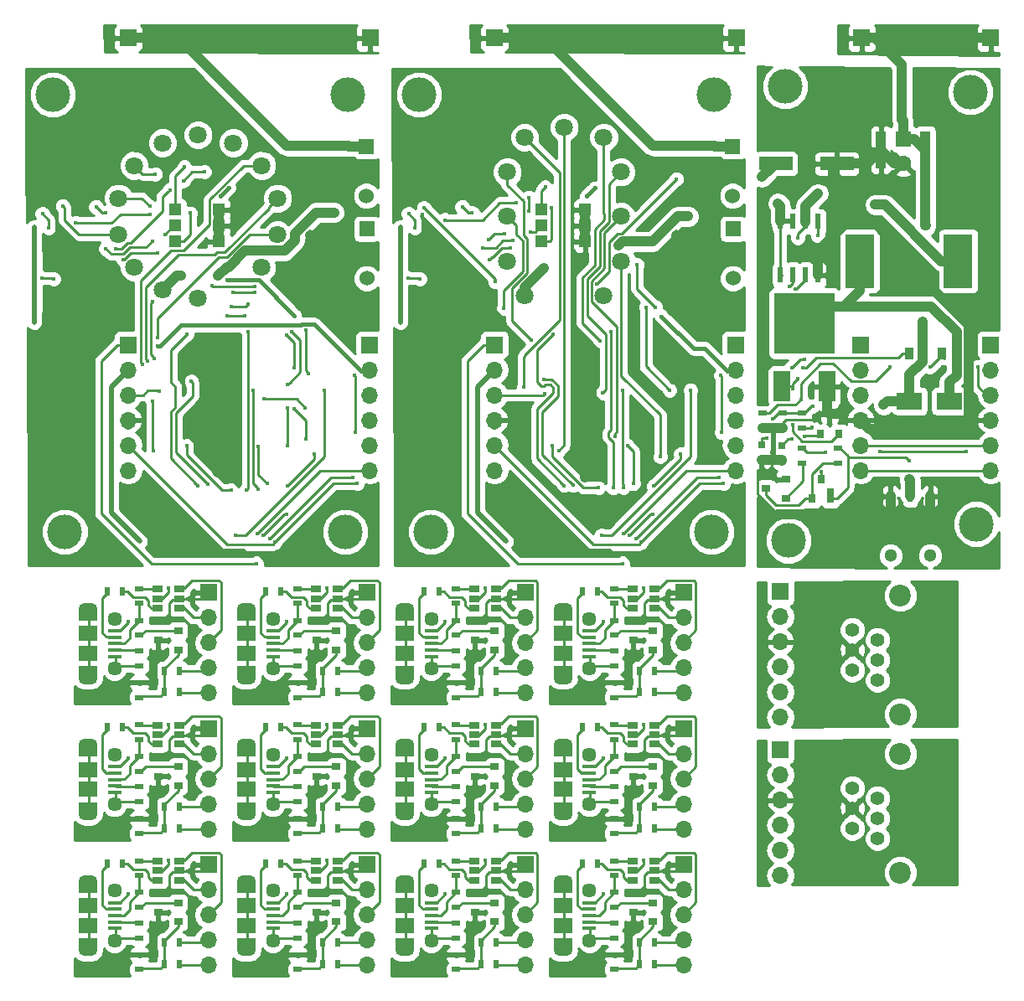
<source format=gtl>
%MOIN*%
%OFA0B0*%
%FSLAX46Y46*%
%IPPOS*%
%LPD*%
%ADD10C,0.0039370078740157488*%
%ADD11R,0.074803149606299218X0.059055118110236227*%
%ADD12C,0.057086614173228349*%
%ADD13R,0.053149606299212608X0.015748031496062995*%
%ADD14O,0.074803149606299218X0.047244094488188976*%
%ADD15R,0.074803149606299218X0.047244094488188976*%
%ADD16R,0.035433070866141732X0.031496062992125991*%
%ADD17R,0.066929133858267723X0.066929133858267723*%
%ADD18O,0.066929133858267723X0.066929133858267723*%
%ADD19R,0.041732283464566935X0.025590551181102365*%
%ADD20R,0.035433070866141732X0.01968503937007874*%
%ADD21R,0.01968503937007874X0.035433070866141732*%
%ADD22C,0.017834645669291341*%
%ADD23C,0.00984251968503937*%
%ADD24C,0.01*%
%ADD35C,0.0039370078740157488*%
%ADD36R,0.074803149606299218X0.059055118110236227*%
%ADD37C,0.057086614173228349*%
%ADD38R,0.053149606299212608X0.015748031496062995*%
%ADD39O,0.074803149606299218X0.047244094488188976*%
%ADD40R,0.074803149606299218X0.047244094488188976*%
%ADD41R,0.035433070866141732X0.031496062992125991*%
%ADD42R,0.066929133858267723X0.066929133858267723*%
%ADD43O,0.066929133858267723X0.066929133858267723*%
%ADD44R,0.041732283464566935X0.025590551181102365*%
%ADD45R,0.035433070866141732X0.01968503937007874*%
%ADD46R,0.01968503937007874X0.035433070866141732*%
%ADD47C,0.017834645669291341*%
%ADD48C,0.00984251968503937*%
%ADD49C,0.01*%
%ADD50C,0.0039370078740157488*%
%ADD51R,0.074803149606299218X0.059055118110236227*%
%ADD52C,0.057086614173228349*%
%ADD53R,0.053149606299212608X0.015748031496062995*%
%ADD54O,0.074803149606299218X0.047244094488188976*%
%ADD55R,0.074803149606299218X0.047244094488188976*%
%ADD56R,0.035433070866141732X0.031496062992125991*%
%ADD57R,0.066929133858267723X0.066929133858267723*%
%ADD58O,0.066929133858267723X0.066929133858267723*%
%ADD59R,0.041732283464566935X0.025590551181102365*%
%ADD60R,0.035433070866141732X0.01968503937007874*%
%ADD61R,0.01968503937007874X0.035433070866141732*%
%ADD62C,0.017834645669291341*%
%ADD63C,0.00984251968503937*%
%ADD64C,0.01*%
%ADD65C,0.0039370078740157488*%
%ADD66R,0.074803149606299218X0.059055118110236227*%
%ADD67C,0.057086614173228349*%
%ADD68R,0.053149606299212608X0.015748031496062995*%
%ADD69O,0.074803149606299218X0.047244094488188976*%
%ADD70R,0.074803149606299218X0.047244094488188976*%
%ADD71R,0.035433070866141732X0.031496062992125991*%
%ADD72R,0.066929133858267723X0.066929133858267723*%
%ADD73O,0.066929133858267723X0.066929133858267723*%
%ADD74R,0.041732283464566935X0.025590551181102365*%
%ADD75R,0.035433070866141732X0.01968503937007874*%
%ADD76R,0.01968503937007874X0.035433070866141732*%
%ADD77C,0.017834645669291341*%
%ADD78C,0.00984251968503937*%
%ADD79C,0.01*%
%ADD80C,0.0039370078740157488*%
%ADD81R,0.074803149606299218X0.059055118110236227*%
%ADD82C,0.057086614173228349*%
%ADD83R,0.053149606299212608X0.015748031496062995*%
%ADD84O,0.074803149606299218X0.047244094488188976*%
%ADD85R,0.074803149606299218X0.047244094488188976*%
%ADD86R,0.035433070866141732X0.031496062992125991*%
%ADD87R,0.066929133858267723X0.066929133858267723*%
%ADD88O,0.066929133858267723X0.066929133858267723*%
%ADD89R,0.041732283464566935X0.025590551181102365*%
%ADD90R,0.035433070866141732X0.01968503937007874*%
%ADD91R,0.01968503937007874X0.035433070866141732*%
%ADD92C,0.017834645669291341*%
%ADD93C,0.00984251968503937*%
%ADD94C,0.01*%
%ADD95C,0.0039370078740157488*%
%ADD96R,0.074803149606299218X0.059055118110236227*%
%ADD97C,0.057086614173228349*%
%ADD98R,0.053149606299212608X0.015748031496062995*%
%ADD99O,0.074803149606299218X0.047244094488188976*%
%ADD100R,0.074803149606299218X0.047244094488188976*%
%ADD101R,0.035433070866141732X0.031496062992125991*%
%ADD102R,0.066929133858267723X0.066929133858267723*%
%ADD103O,0.066929133858267723X0.066929133858267723*%
%ADD104R,0.041732283464566935X0.025590551181102365*%
%ADD105R,0.035433070866141732X0.01968503937007874*%
%ADD106R,0.01968503937007874X0.035433070866141732*%
%ADD107C,0.017834645669291341*%
%ADD108C,0.00984251968503937*%
%ADD109C,0.01*%
%ADD110C,0.0039370078740157488*%
%ADD111R,0.074803149606299218X0.059055118110236227*%
%ADD112C,0.057086614173228349*%
%ADD113R,0.053149606299212608X0.015748031496062995*%
%ADD114O,0.074803149606299218X0.047244094488188976*%
%ADD115R,0.074803149606299218X0.047244094488188976*%
%ADD116R,0.035433070866141732X0.031496062992125991*%
%ADD117R,0.066929133858267723X0.066929133858267723*%
%ADD118O,0.066929133858267723X0.066929133858267723*%
%ADD119R,0.041732283464566935X0.025590551181102365*%
%ADD120R,0.035433070866141732X0.01968503937007874*%
%ADD121R,0.01968503937007874X0.035433070866141732*%
%ADD122C,0.017834645669291341*%
%ADD123C,0.00984251968503937*%
%ADD124C,0.01*%
%ADD125C,0.0039370078740157488*%
%ADD126R,0.074803149606299218X0.059055118110236227*%
%ADD127C,0.057086614173228349*%
%ADD128R,0.053149606299212608X0.015748031496062995*%
%ADD129O,0.074803149606299218X0.047244094488188976*%
%ADD130R,0.074803149606299218X0.047244094488188976*%
%ADD131R,0.035433070866141732X0.031496062992125991*%
%ADD132R,0.066929133858267723X0.066929133858267723*%
%ADD133O,0.066929133858267723X0.066929133858267723*%
%ADD134R,0.041732283464566935X0.025590551181102365*%
%ADD135R,0.035433070866141732X0.01968503937007874*%
%ADD136R,0.01968503937007874X0.035433070866141732*%
%ADD137C,0.017834645669291341*%
%ADD138C,0.00984251968503937*%
%ADD139C,0.01*%
%ADD140C,0.0039370078740157488*%
%ADD141R,0.074803149606299218X0.059055118110236227*%
%ADD142C,0.057086614173228349*%
%ADD143R,0.053149606299212608X0.015748031496062995*%
%ADD144O,0.074803149606299218X0.047244094488188976*%
%ADD145R,0.074803149606299218X0.047244094488188976*%
%ADD146R,0.035433070866141732X0.031496062992125991*%
%ADD147R,0.066929133858267723X0.066929133858267723*%
%ADD148O,0.066929133858267723X0.066929133858267723*%
%ADD149R,0.041732283464566935X0.025590551181102365*%
%ADD150R,0.035433070866141732X0.01968503937007874*%
%ADD151R,0.01968503937007874X0.035433070866141732*%
%ADD152C,0.017834645669291341*%
%ADD153C,0.00984251968503937*%
%ADD154C,0.01*%
%ADD155C,0.0039370078740157488*%
%ADD156R,0.074803149606299218X0.059055118110236227*%
%ADD157C,0.057086614173228349*%
%ADD158R,0.053149606299212608X0.015748031496062995*%
%ADD159O,0.074803149606299218X0.047244094488188976*%
%ADD160R,0.074803149606299218X0.047244094488188976*%
%ADD161R,0.035433070866141732X0.031496062992125991*%
%ADD162R,0.066929133858267723X0.066929133858267723*%
%ADD163O,0.066929133858267723X0.066929133858267723*%
%ADD164R,0.041732283464566935X0.025590551181102365*%
%ADD165R,0.035433070866141732X0.01968503937007874*%
%ADD166R,0.01968503937007874X0.035433070866141732*%
%ADD167C,0.017834645669291341*%
%ADD168C,0.00984251968503937*%
%ADD169C,0.01*%
%ADD170C,0.0039370078740157488*%
%ADD171R,0.074803149606299218X0.059055118110236227*%
%ADD172C,0.057086614173228349*%
%ADD173R,0.053149606299212608X0.015748031496062995*%
%ADD174O,0.074803149606299218X0.047244094488188976*%
%ADD175R,0.074803149606299218X0.047244094488188976*%
%ADD176R,0.035433070866141732X0.031496062992125991*%
%ADD177R,0.066929133858267723X0.066929133858267723*%
%ADD178O,0.066929133858267723X0.066929133858267723*%
%ADD179R,0.041732283464566935X0.025590551181102365*%
%ADD180R,0.035433070866141732X0.01968503937007874*%
%ADD181R,0.01968503937007874X0.035433070866141732*%
%ADD182C,0.017834645669291341*%
%ADD183C,0.00984251968503937*%
%ADD184C,0.01*%
%ADD185C,0.0039370078740157488*%
%ADD186R,0.074803149606299218X0.059055118110236227*%
%ADD187C,0.057086614173228349*%
%ADD188R,0.053149606299212608X0.015748031496062995*%
%ADD189O,0.074803149606299218X0.047244094488188976*%
%ADD190R,0.074803149606299218X0.047244094488188976*%
%ADD191R,0.035433070866141732X0.031496062992125991*%
%ADD192R,0.066929133858267723X0.066929133858267723*%
%ADD193O,0.066929133858267723X0.066929133858267723*%
%ADD194R,0.041732283464566935X0.025590551181102365*%
%ADD195R,0.035433070866141732X0.01968503937007874*%
%ADD196R,0.01968503937007874X0.035433070866141732*%
%ADD197C,0.017834645669291341*%
%ADD198C,0.00984251968503937*%
%ADD199C,0.01*%
%ADD200C,0.0039370078740157488*%
%ADD201R,0.065X0.12000000000000001*%
%ADD202R,0.24000000000000002X0.24000000000000002*%
%ADD203C,0.13779527559055119*%
%ADD204R,0.062992125984251982X0.062992125984251982*%
%ADD205C,0.062992125984251982*%
%ADD206R,0.03937007874015748X0.14960629921259844*%
%ADD207R,0.13385826771653545X0.055118110236220472*%
%ADD208R,0.01968503937007874X0.047244094488188976*%
%ADD209C,0.051181102362204731*%
%ADD210R,0.023622047244094488X0.0610236220472441*%
%ADD211R,0.1141732283464567X0.21259842519685043*%
%ADD212R,0.031496062992125991X0.035433070866141732*%
%ADD213R,0.035433070866141732X0.047244094488188976*%
%ADD214R,0.0984251968503937X0.070866141732283464*%
%ADD215R,0.066929133858267723X0.066929133858267723*%
%ADD216R,0.029527559055118113X0.031496062992125991*%
%ADD217R,0.035433070866141732X0.01968503937007874*%
%ADD218R,0.035433070866141732X0.031496062992125991*%
%ADD219R,0.031496062992125991X0.03937007874015748*%
%ADD220O,0.066929133858267723X0.066929133858267723*%
%ADD221C,0.017834645669291341*%
%ADD222C,0.023622047244094488*%
%ADD223C,0.03937007874015748*%
%ADD224C,0.015748031496062995*%
%ADD225C,0.00984251968503937*%
%ADD226C,0.03937007874015748*%
%ADD227C,0.01968503937007874*%
%ADD228C,0.01*%
%ADD229C,0.0039370078740157488*%
%ADD230C,0.070866141732283464*%
%ADD231R,0.047244094488188976X0.047244094488188976*%
%ADD232C,0.13779527559055119*%
%ADD233R,0.060000000000000005X0.060000000000000005*%
%ADD234C,0.060000000000000005*%
%ADD235R,0.066929133858267723X0.066929133858267723*%
%ADD236O,0.066929133858267723X0.066929133858267723*%
%ADD237C,0.03937007874015748*%
%ADD238C,0.017834645669291341*%
%ADD239C,0.015748031496062995*%
%ADD240C,0.03937007874015748*%
%ADD241C,0.00984251968503937*%
%ADD242C,0.01968503937007874*%
%ADD243C,0.015748031496062995*%
%ADD244C,0.01*%
%ADD245C,0.0039370078740157488*%
%ADD246C,0.13779527559055119*%
%ADD247C,0.070866141732283464*%
%ADD248R,0.047244094488188976X0.047244094488188976*%
%ADD249R,0.066929133858267723X0.066929133858267723*%
%ADD250O,0.066929133858267723X0.066929133858267723*%
%ADD251R,0.060000000000000005X0.060000000000000005*%
%ADD252C,0.060000000000000005*%
%ADD253C,0.03937007874015748*%
%ADD254C,0.017834645669291341*%
%ADD255C,0.015748031496062995*%
%ADD256C,0.03937007874015748*%
%ADD257C,0.00984251968503937*%
%ADD258C,0.01968503937007874*%
%ADD259C,0.015748031496062995*%
%ADD260C,0.01*%
%ADD261C,0.0039370078740157488*%
%ADD262C,0.086614173228346469*%
%ADD263C,0.055118110236220472*%
%ADD264R,0.066929133858267723X0.066929133858267723*%
%ADD265O,0.066929133858267723X0.066929133858267723*%
%ADD266C,0.01*%
%ADD267C,0.0039370078740157488*%
%ADD268C,0.086614173228346469*%
%ADD269C,0.055118110236220472*%
%ADD270R,0.066929133858267723X0.066929133858267723*%
%ADD271O,0.066929133858267723X0.066929133858267723*%
%ADD272C,0.01*%
G01G01*
D10*
D11*
X0000196850Y0001181102D02*
X0000275984Y0001409448D03*
D12*
X0000382283Y0001547244D03*
D13*
X0000382283Y0001474409D03*
X0000382283Y0001500000D03*
X0000382283Y0001397637D03*
X0000382283Y0001423228D03*
X0000382283Y0001448818D03*
D12*
X0000382283Y0001350393D03*
D11*
X0000275984Y0001488188D03*
D14*
X0000275984Y0001586614D03*
X0000275984Y0001311023D03*
D15*
X0000275984Y0001334645D03*
X0000275984Y0001562992D03*
D16*
X0000635433Y0001424409D03*
X0000635433Y0001499212D03*
X0000556692Y0001461810D03*
D17*
X0000755905Y0001651574D03*
D18*
X0000755905Y0001551574D03*
X0000755905Y0001451574D03*
X0000755905Y0001351574D03*
X0000755905Y0001251574D03*
D19*
X0000553937Y0001664566D03*
X0000553937Y0001627165D03*
X0000553937Y0001589763D03*
X0000640551Y0001589763D03*
X0000640551Y0001664566D03*
X0000640551Y0001627165D03*
D20*
X0000481102Y0001666929D03*
X0000481102Y0001607874D03*
X0000481102Y0001481889D03*
X0000481102Y0001540944D03*
D21*
X0000412598Y0001656299D03*
X0000353543Y0001656299D03*
D20*
X0000481102Y0001360236D03*
X0000481102Y0001419291D03*
X0000481102Y0001292913D03*
X0000481102Y0001233858D03*
D21*
X0000640944Y0001254724D03*
X0000581889Y0001254724D03*
X0000640944Y0001340944D03*
X0000581889Y0001340944D03*
D22*
X0000596456Y0001668503D03*
X0000528346Y0001406299D03*
X0000437795Y0001534645D03*
X0000601181Y0001543307D03*
D23*
X0000596456Y0001651800D02*
X0000596456Y0001668503D01*
X0000567097Y0001622440D02*
X0000596456Y0001651800D01*
X0000559448Y0001622440D02*
X0000567097Y0001622440D01*
X0000480314Y0001360236D02*
X0000394881Y0001360236D01*
X0000394881Y0001360236D02*
X0000385433Y0001350787D01*
X0000385433Y0001350787D02*
X0000385433Y0001398031D01*
X0000279133Y0001563385D02*
X0000279133Y0001587007D01*
X0000279133Y0001488582D02*
X0000279133Y0001563385D01*
X0000279133Y0001409842D02*
X0000279133Y0001488582D01*
X0000279133Y0001335039D02*
X0000279133Y0001409842D01*
X0000279133Y0001311417D02*
X0000279133Y0001335039D01*
X0000755905Y0001251574D02*
X0000644094Y0001251574D01*
X0000644094Y0001251574D02*
X0000640944Y0001254724D01*
X0000385433Y0001474803D02*
X0000349015Y0001474803D01*
X0000349015Y0001474803D02*
X0000333858Y0001489960D01*
X0000333858Y0001489960D02*
X0000333858Y0001628740D01*
X0000333858Y0001628740D02*
X0000353543Y0001648425D01*
X0000353543Y0001648425D02*
X0000353543Y0001656299D01*
X0000404133Y0001500393D02*
X0000437795Y0001534055D01*
X0000385433Y0001500393D02*
X0000404133Y0001500393D01*
X0000437795Y0001534055D02*
X0000437795Y0001534645D01*
X0000615354Y0001622440D02*
X0000601181Y0001608267D01*
X0000646062Y0001622440D02*
X0000615354Y0001622440D01*
X0000601181Y0001560010D02*
X0000601181Y0001543307D01*
X0000601181Y0001608267D02*
X0000601181Y0001560010D01*
X0000646062Y0001622440D02*
X0000648425Y0001624803D01*
X0000648425Y0001624803D02*
X0000729133Y0001624803D01*
X0000729133Y0001624803D02*
X0000755905Y0001651574D01*
X0000736220Y0001631889D02*
X0000755905Y0001651574D01*
X0000750393Y0001646062D02*
X0000755905Y0001651574D01*
X0000480314Y0001419291D02*
X0000477559Y0001422047D01*
X0000477559Y0001422047D02*
X0000387007Y0001422047D01*
X0000387007Y0001422047D02*
X0000385433Y0001423622D01*
X0000443700Y0001471062D02*
X0000443700Y0001503543D01*
X0000421850Y0001449212D02*
X0000443700Y0001471062D01*
X0000443700Y0001503543D02*
X0000481102Y0001540944D01*
X0000385433Y0001449212D02*
X0000421850Y0001449212D01*
X0000480314Y0001607874D02*
X0000480314Y0001541732D01*
X0000480314Y0001541732D02*
X0000481102Y0001540944D01*
X0000470078Y0001606299D02*
X0000470472Y0001606692D01*
X0000755905Y0001551574D02*
X0000696259Y0001551574D01*
X0000696259Y0001551574D02*
X0000653346Y0001594488D01*
X0000653346Y0001594488D02*
X0000645275Y0001594488D01*
X0000755905Y0001451574D02*
X0000805511Y0001501181D01*
X0000805511Y0001501181D02*
X0000805511Y0001692913D01*
X0000805511Y0001692913D02*
X0000798031Y0001700393D01*
X0000798031Y0001700393D02*
X0000691732Y0001700393D01*
X0000691732Y0001700393D02*
X0000661023Y0001669685D01*
X0000641732Y0001340944D02*
X0000745275Y0001340944D01*
X0000745275Y0001340944D02*
X0000755905Y0001351574D01*
X0000755905Y0001351574D02*
X0000742125Y0001365354D01*
X0000738976Y0001334645D02*
X0000755905Y0001351574D01*
X0000755905Y0001351574D02*
X0000755905Y0001347755D01*
X0000581889Y0001254724D02*
X0000566141Y0001238976D01*
X0000566141Y0001238976D02*
X0000480708Y0001238976D01*
X0000480708Y0001238976D02*
X0000479527Y0001237795D01*
X0000581889Y0001254724D02*
X0000581889Y0001340157D01*
X0000581889Y0001340157D02*
X0000582677Y0001340944D01*
X0000635433Y0001424409D02*
X0000635433Y0001404330D01*
X0000635433Y0001404330D02*
X0000581496Y0001350393D01*
X0000581496Y0001350393D02*
X0000581496Y0001348031D01*
X0000635433Y0001499212D02*
X0000505905Y0001499212D01*
X0000505905Y0001499212D02*
X0000488582Y0001481889D01*
X0000488582Y0001481889D02*
X0000486220Y0001481889D01*
X0000486220Y0001481889D02*
X0000481102Y0001481889D01*
X0000480314Y0001666929D02*
X0000482677Y0001664566D01*
X0000482677Y0001664566D02*
X0000554724Y0001664566D01*
X0000554724Y0001664566D02*
X0000559448Y0001659842D01*
X0000412598Y0001656299D02*
X0000432283Y0001656299D01*
X0000432283Y0001656299D02*
X0000455511Y0001633070D01*
X0000455511Y0001633070D02*
X0000504330Y0001633070D01*
X0000504330Y0001633070D02*
X0000518110Y0001619291D01*
X0000518110Y0001600787D02*
X0000529133Y0001589763D01*
X0000518110Y0001619291D02*
X0000518110Y0001600787D01*
X0000529133Y0001589763D02*
X0000553937Y0001589763D01*
D24*
G36*
X0000670681Y0001628025D02*
X0000677115Y0001632165D01*
X0000680167Y0001632165D01*
X0000686417Y0001638415D01*
X0000686417Y0001644933D01*
X0000685816Y0001646384D01*
X0000686907Y0001651771D01*
X0000686907Y0001653253D01*
X0000697440Y0001663787D01*
X0000697440Y0001662824D01*
X0000703690Y0001656574D01*
X0000750905Y0001656574D01*
X0000750905Y0001657362D01*
X0000760905Y0001657362D01*
X0000760905Y0001656574D01*
X0000761692Y0001656574D01*
X0000761692Y0001646574D01*
X0000760905Y0001646574D01*
X0000760905Y0001645787D01*
X0000750905Y0001645787D01*
X0000750905Y0001646574D01*
X0000703690Y0001646574D01*
X0000697440Y0001640324D01*
X0000697440Y0001613137D01*
X0000701246Y0001603948D01*
X0000708279Y0001596916D01*
X0000715148Y0001594070D01*
X0000713419Y0001592915D01*
X0000706936Y0001583213D01*
X0000686748Y0001603401D01*
X0000685869Y0001608074D01*
X0000686417Y0001609397D01*
X0000686417Y0001615915D01*
X0000680167Y0001622165D01*
X0000677005Y0001622165D01*
X0000671334Y0001626040D01*
X0000665940Y0001627132D01*
X0000670681Y0001628025D01*
X0000670681Y0001628025D01*
G37*
X0000670681Y0001628025D02*
X0000677115Y0001632165D01*
X0000680167Y0001632165D01*
X0000686417Y0001638415D01*
X0000686417Y0001644933D01*
X0000685816Y0001646384D01*
X0000686907Y0001651771D01*
X0000686907Y0001653253D01*
X0000697440Y0001663787D01*
X0000697440Y0001662824D01*
X0000703690Y0001656574D01*
X0000750905Y0001656574D01*
X0000750905Y0001657362D01*
X0000760905Y0001657362D01*
X0000760905Y0001656574D01*
X0000761692Y0001656574D01*
X0000761692Y0001646574D01*
X0000760905Y0001646574D01*
X0000760905Y0001645787D01*
X0000750905Y0001645787D01*
X0000750905Y0001646574D01*
X0000703690Y0001646574D01*
X0000697440Y0001640324D01*
X0000697440Y0001613137D01*
X0000701246Y0001603948D01*
X0000708279Y0001596916D01*
X0000715148Y0001594070D01*
X0000713419Y0001592915D01*
X0000706936Y0001583213D01*
X0000686748Y0001603401D01*
X0000685869Y0001608074D01*
X0000686417Y0001609397D01*
X0000686417Y0001615915D01*
X0000680167Y0001622165D01*
X0000677005Y0001622165D01*
X0000671334Y0001626040D01*
X0000665940Y0001627132D01*
X0000670681Y0001628025D01*
G36*
X0000533070Y0001551478D02*
X0000574803Y0001551478D01*
X0000584067Y0001553221D01*
X0000592576Y0001558697D01*
X0000597292Y0001565599D01*
X0000601413Y0001559195D01*
X0000609768Y0001553486D01*
X0000619685Y0001551478D01*
X0000654040Y0001551478D01*
X0000675102Y0001530417D01*
X0000684809Y0001523931D01*
X0000696259Y0001521653D01*
X0000705789Y0001521653D01*
X0000713419Y0001510234D01*
X0000726378Y0001501574D01*
X0000713419Y0001492915D01*
X0000700745Y0001473948D01*
X0000696295Y0001451574D01*
X0000700745Y0001429201D01*
X0000713419Y0001410234D01*
X0000726378Y0001401574D01*
X0000713419Y0001392915D01*
X0000700745Y0001373948D01*
X0000700132Y0001370866D01*
X0000672641Y0001370866D01*
X0000669058Y0001376434D01*
X0000660704Y0001382142D01*
X0000656426Y0001383009D01*
X0000656590Y0001383173D01*
X0000657084Y0001383912D01*
X0000662414Y0001384914D01*
X0000670922Y0001390390D01*
X0000676631Y0001398744D01*
X0000678639Y0001408661D01*
X0000678639Y0001440157D01*
X0000676896Y0001449421D01*
X0000671420Y0001457930D01*
X0000665705Y0001461835D01*
X0000670922Y0001465193D01*
X0000676631Y0001473547D01*
X0000678639Y0001483464D01*
X0000678639Y0001514960D01*
X0000676896Y0001524225D01*
X0000671420Y0001532733D01*
X0000663066Y0001538442D01*
X0000653149Y0001540450D01*
X0000617716Y0001540450D01*
X0000608452Y0001538707D01*
X0000599943Y0001533231D01*
X0000597143Y0001529133D01*
X0000523910Y0001529133D01*
X0000524308Y0001531102D01*
X0000524308Y0001550787D01*
X0000523826Y0001553350D01*
X0000533070Y0001551478D01*
X0000533070Y0001551478D01*
G37*
X0000533070Y0001551478D02*
X0000574803Y0001551478D01*
X0000584067Y0001553221D01*
X0000592576Y0001558697D01*
X0000597292Y0001565599D01*
X0000601413Y0001559195D01*
X0000609768Y0001553486D01*
X0000619685Y0001551478D01*
X0000654040Y0001551478D01*
X0000675102Y0001530417D01*
X0000684809Y0001523931D01*
X0000696259Y0001521653D01*
X0000705789Y0001521653D01*
X0000713419Y0001510234D01*
X0000726378Y0001501574D01*
X0000713419Y0001492915D01*
X0000700745Y0001473948D01*
X0000696295Y0001451574D01*
X0000700745Y0001429201D01*
X0000713419Y0001410234D01*
X0000726378Y0001401574D01*
X0000713419Y0001392915D01*
X0000700745Y0001373948D01*
X0000700132Y0001370866D01*
X0000672641Y0001370866D01*
X0000669058Y0001376434D01*
X0000660704Y0001382142D01*
X0000656426Y0001383009D01*
X0000656590Y0001383173D01*
X0000657084Y0001383912D01*
X0000662414Y0001384914D01*
X0000670922Y0001390390D01*
X0000676631Y0001398744D01*
X0000678639Y0001408661D01*
X0000678639Y0001440157D01*
X0000676896Y0001449421D01*
X0000671420Y0001457930D01*
X0000665705Y0001461835D01*
X0000670922Y0001465193D01*
X0000676631Y0001473547D01*
X0000678639Y0001483464D01*
X0000678639Y0001514960D01*
X0000676896Y0001524225D01*
X0000671420Y0001532733D01*
X0000663066Y0001538442D01*
X0000653149Y0001540450D01*
X0000617716Y0001540450D01*
X0000608452Y0001538707D01*
X0000599943Y0001533231D01*
X0000597143Y0001529133D01*
X0000523910Y0001529133D01*
X0000524308Y0001531102D01*
X0000524308Y0001550787D01*
X0000523826Y0001553350D01*
X0000533070Y0001551478D01*
G36*
X0000226601Y0001276642D02*
X0000242375Y0001266102D01*
X0000260982Y0001262401D01*
X0000290986Y0001262401D01*
X0000309593Y0001266102D01*
X0000325367Y0001276642D01*
X0000335907Y0001292416D01*
X0000339608Y0001311023D01*
X0000338875Y0001314707D01*
X0000338875Y0001318089D01*
X0000351914Y0001305028D01*
X0000371586Y0001296859D01*
X0000392887Y0001296841D01*
X0000412573Y0001304975D01*
X0000427648Y0001320024D01*
X0000431921Y0001330314D01*
X0000448488Y0001330314D01*
X0000453468Y0001326912D01*
X0000455421Y0001326516D01*
X0000449224Y0001323949D01*
X0000442191Y0001316917D01*
X0000438385Y0001307728D01*
X0000438385Y0001304084D01*
X0000444635Y0001297834D01*
X0000476102Y0001297834D01*
X0000476102Y0001298700D01*
X0000486102Y0001298700D01*
X0000486102Y0001297834D01*
X0000517568Y0001297834D01*
X0000523818Y0001304084D01*
X0000523818Y0001307728D01*
X0000520012Y0001316917D01*
X0000512980Y0001323949D01*
X0000506972Y0001326438D01*
X0000508083Y0001326647D01*
X0000516592Y0001332122D01*
X0000522300Y0001340476D01*
X0000524308Y0001350393D01*
X0000524308Y0001370078D01*
X0000522565Y0001379343D01*
X0000517090Y0001387852D01*
X0000514342Y0001389729D01*
X0000516592Y0001391177D01*
X0000522300Y0001399531D01*
X0000524308Y0001409448D01*
X0000524308Y0001425375D01*
X0000524815Y0001424869D01*
X0000534003Y0001421062D01*
X0000545442Y0001421062D01*
X0000551692Y0001427312D01*
X0000551692Y0001456811D01*
X0000550905Y0001456811D01*
X0000550905Y0001466811D01*
X0000551692Y0001466811D01*
X0000551692Y0001467598D01*
X0000561692Y0001467598D01*
X0000561692Y0001466811D01*
X0000593159Y0001466811D01*
X0000595639Y0001469291D01*
X0000597128Y0001469291D01*
X0000599445Y0001465691D01*
X0000605160Y0001461786D01*
X0000599943Y0001458428D01*
X0000596532Y0001453437D01*
X0000593159Y0001456811D01*
X0000561692Y0001456811D01*
X0000561692Y0001427312D01*
X0000567942Y0001421062D01*
X0000579382Y0001421062D01*
X0000588570Y0001424869D01*
X0000592226Y0001428524D01*
X0000592226Y0001408661D01*
X0000593053Y0001404266D01*
X0000572938Y0001384151D01*
X0000572047Y0001384151D01*
X0000562782Y0001382407D01*
X0000554273Y0001376932D01*
X0000548565Y0001368578D01*
X0000546557Y0001358661D01*
X0000546557Y0001323228D01*
X0000548300Y0001313963D01*
X0000551968Y0001308263D01*
X0000551968Y0001287338D01*
X0000548565Y0001282357D01*
X0000546557Y0001272440D01*
X0000546557Y0001268897D01*
X0000520000Y0001268897D01*
X0000520012Y0001268909D01*
X0000523818Y0001278098D01*
X0000523818Y0001281742D01*
X0000517568Y0001287992D01*
X0000486102Y0001287992D01*
X0000486102Y0001287125D01*
X0000476102Y0001287125D01*
X0000476102Y0001287992D01*
X0000444635Y0001287992D01*
X0000438385Y0001281742D01*
X0000438385Y0001278098D01*
X0000442191Y0001268909D01*
X0000447752Y0001263348D01*
X0000445612Y0001261972D01*
X0000439904Y0001253617D01*
X0000437896Y0001243700D01*
X0000437896Y0001224015D01*
X0000439639Y0001214751D01*
X0000443557Y0001208661D01*
X0000224803Y0001208661D01*
X0000224803Y0001279333D01*
X0000226601Y0001276642D01*
X0000226601Y0001276642D01*
G37*
X0000226601Y0001276642D02*
X0000242375Y0001266102D01*
X0000260982Y0001262401D01*
X0000290986Y0001262401D01*
X0000309593Y0001266102D01*
X0000325367Y0001276642D01*
X0000335907Y0001292416D01*
X0000339608Y0001311023D01*
X0000338875Y0001314707D01*
X0000338875Y0001318089D01*
X0000351914Y0001305028D01*
X0000371586Y0001296859D01*
X0000392887Y0001296841D01*
X0000412573Y0001304975D01*
X0000427648Y0001320024D01*
X0000431921Y0001330314D01*
X0000448488Y0001330314D01*
X0000453468Y0001326912D01*
X0000455421Y0001326516D01*
X0000449224Y0001323949D01*
X0000442191Y0001316917D01*
X0000438385Y0001307728D01*
X0000438385Y0001304084D01*
X0000444635Y0001297834D01*
X0000476102Y0001297834D01*
X0000476102Y0001298700D01*
X0000486102Y0001298700D01*
X0000486102Y0001297834D01*
X0000517568Y0001297834D01*
X0000523818Y0001304084D01*
X0000523818Y0001307728D01*
X0000520012Y0001316917D01*
X0000512980Y0001323949D01*
X0000506972Y0001326438D01*
X0000508083Y0001326647D01*
X0000516592Y0001332122D01*
X0000522300Y0001340476D01*
X0000524308Y0001350393D01*
X0000524308Y0001370078D01*
X0000522565Y0001379343D01*
X0000517090Y0001387852D01*
X0000514342Y0001389729D01*
X0000516592Y0001391177D01*
X0000522300Y0001399531D01*
X0000524308Y0001409448D01*
X0000524308Y0001425375D01*
X0000524815Y0001424869D01*
X0000534003Y0001421062D01*
X0000545442Y0001421062D01*
X0000551692Y0001427312D01*
X0000551692Y0001456811D01*
X0000550905Y0001456811D01*
X0000550905Y0001466811D01*
X0000551692Y0001466811D01*
X0000551692Y0001467598D01*
X0000561692Y0001467598D01*
X0000561692Y0001466811D01*
X0000593159Y0001466811D01*
X0000595639Y0001469291D01*
X0000597128Y0001469291D01*
X0000599445Y0001465691D01*
X0000605160Y0001461786D01*
X0000599943Y0001458428D01*
X0000596532Y0001453437D01*
X0000593159Y0001456811D01*
X0000561692Y0001456811D01*
X0000561692Y0001427312D01*
X0000567942Y0001421062D01*
X0000579382Y0001421062D01*
X0000588570Y0001424869D01*
X0000592226Y0001428524D01*
X0000592226Y0001408661D01*
X0000593053Y0001404266D01*
X0000572938Y0001384151D01*
X0000572047Y0001384151D01*
X0000562782Y0001382407D01*
X0000554273Y0001376932D01*
X0000548565Y0001368578D01*
X0000546557Y0001358661D01*
X0000546557Y0001323228D01*
X0000548300Y0001313963D01*
X0000551968Y0001308263D01*
X0000551968Y0001287338D01*
X0000548565Y0001282357D01*
X0000546557Y0001272440D01*
X0000546557Y0001268897D01*
X0000520000Y0001268897D01*
X0000520012Y0001268909D01*
X0000523818Y0001278098D01*
X0000523818Y0001281742D01*
X0000517568Y0001287992D01*
X0000486102Y0001287992D01*
X0000486102Y0001287125D01*
X0000476102Y0001287125D01*
X0000476102Y0001287992D01*
X0000444635Y0001287992D01*
X0000438385Y0001281742D01*
X0000438385Y0001278098D01*
X0000442191Y0001268909D01*
X0000447752Y0001263348D01*
X0000445612Y0001261972D01*
X0000439904Y0001253617D01*
X0000437896Y0001243700D01*
X0000437896Y0001224015D01*
X0000439639Y0001214751D01*
X0000443557Y0001208661D01*
X0000224803Y0001208661D01*
X0000224803Y0001279333D01*
X0000226601Y0001276642D01*
G04 next file*
G04 Gerber Fmt 4.6, Leading zero omitted, Abs format (unit mm)*
G04 Created by KiCad (PCBNEW 4.0.7) date 11/16/17 17:14:57*
G01G01*
G04 APERTURE LIST*
G04 APERTURE END LIST*
D35*
D36*
X0000196850Y0000639763D02*
X0000275984Y0000868110D03*
D37*
X0000382283Y0001005905D03*
D38*
X0000382283Y0000933070D03*
X0000382283Y0000958661D03*
X0000382283Y0000856299D03*
X0000382283Y0000881889D03*
X0000382283Y0000907480D03*
D37*
X0000382283Y0000809055D03*
D36*
X0000275984Y0000946850D03*
D39*
X0000275984Y0001045275D03*
X0000275984Y0000769685D03*
D40*
X0000275984Y0000793307D03*
X0000275984Y0001021653D03*
D41*
X0000635433Y0000883070D03*
X0000635433Y0000957874D03*
X0000556692Y0000920472D03*
D42*
X0000755905Y0001110236D03*
D43*
X0000755905Y0001010236D03*
X0000755905Y0000910236D03*
X0000755905Y0000810236D03*
X0000755905Y0000710236D03*
D44*
X0000553937Y0001123228D03*
X0000553937Y0001085826D03*
X0000553937Y0001048425D03*
X0000640551Y0001048425D03*
X0000640551Y0001123228D03*
X0000640551Y0001085826D03*
D45*
X0000481102Y0001125590D03*
X0000481102Y0001066535D03*
X0000481102Y0000940551D03*
X0000481102Y0000999606D03*
D46*
X0000412598Y0001114960D03*
X0000353543Y0001114960D03*
D45*
X0000481102Y0000818897D03*
X0000481102Y0000877952D03*
X0000481102Y0000751574D03*
X0000481102Y0000692519D03*
D46*
X0000640944Y0000713385D03*
X0000581889Y0000713385D03*
X0000640944Y0000799606D03*
X0000581889Y0000799606D03*
D47*
X0000596456Y0001127165D03*
X0000528346Y0000864960D03*
X0000437795Y0000993307D03*
X0000601181Y0001001968D03*
D48*
X0000596456Y0001110462D02*
X0000596456Y0001127165D01*
X0000567097Y0001081102D02*
X0000596456Y0001110462D01*
X0000559448Y0001081102D02*
X0000567097Y0001081102D01*
X0000480314Y0000818897D02*
X0000394881Y0000818897D01*
X0000394881Y0000818897D02*
X0000385433Y0000809448D01*
X0000385433Y0000809448D02*
X0000385433Y0000856692D01*
X0000279133Y0001022047D02*
X0000279133Y0001045669D01*
X0000279133Y0000947244D02*
X0000279133Y0001022047D01*
X0000279133Y0000868503D02*
X0000279133Y0000947244D01*
X0000279133Y0000793700D02*
X0000279133Y0000868503D01*
X0000279133Y0000770078D02*
X0000279133Y0000793700D01*
X0000755905Y0000710236D02*
X0000644094Y0000710236D01*
X0000644094Y0000710236D02*
X0000640944Y0000713385D01*
X0000385433Y0000933464D02*
X0000349015Y0000933464D01*
X0000349015Y0000933464D02*
X0000333858Y0000948622D01*
X0000333858Y0000948622D02*
X0000333858Y0001087401D01*
X0000333858Y0001087401D02*
X0000353543Y0001107086D01*
X0000353543Y0001107086D02*
X0000353543Y0001114960D01*
X0000404133Y0000959055D02*
X0000437795Y0000992716D01*
X0000385433Y0000959055D02*
X0000404133Y0000959055D01*
X0000437795Y0000992716D02*
X0000437795Y0000993307D01*
X0000615354Y0001081102D02*
X0000601181Y0001066929D01*
X0000646062Y0001081102D02*
X0000615354Y0001081102D01*
X0000601181Y0001018671D02*
X0000601181Y0001001968D01*
X0000601181Y0001066929D02*
X0000601181Y0001018671D01*
X0000646062Y0001081102D02*
X0000648425Y0001083464D01*
X0000648425Y0001083464D02*
X0000729133Y0001083464D01*
X0000729133Y0001083464D02*
X0000755905Y0001110236D01*
X0000736220Y0001090551D02*
X0000755905Y0001110236D01*
X0000750393Y0001104724D02*
X0000755905Y0001110236D01*
X0000480314Y0000877952D02*
X0000477559Y0000880708D01*
X0000477559Y0000880708D02*
X0000387007Y0000880708D01*
X0000387007Y0000880708D02*
X0000385433Y0000882283D01*
X0000443700Y0000929724D02*
X0000443700Y0000962204D01*
X0000421850Y0000907874D02*
X0000443700Y0000929724D01*
X0000443700Y0000962204D02*
X0000481102Y0000999606D01*
X0000385433Y0000907874D02*
X0000421850Y0000907874D01*
X0000480314Y0001066535D02*
X0000480314Y0001000393D01*
X0000480314Y0001000393D02*
X0000481102Y0000999606D01*
X0000470078Y0001064960D02*
X0000470472Y0001065354D01*
X0000755905Y0001010236D02*
X0000696259Y0001010236D01*
X0000696259Y0001010236D02*
X0000653346Y0001053149D01*
X0000653346Y0001053149D02*
X0000645275Y0001053149D01*
X0000755905Y0000910236D02*
X0000805511Y0000959842D01*
X0000805511Y0000959842D02*
X0000805511Y0001151574D01*
X0000805511Y0001151574D02*
X0000798031Y0001159055D01*
X0000798031Y0001159055D02*
X0000691732Y0001159055D01*
X0000691732Y0001159055D02*
X0000661023Y0001128346D01*
X0000641732Y0000799606D02*
X0000745275Y0000799606D01*
X0000745275Y0000799606D02*
X0000755905Y0000810236D01*
X0000755905Y0000810236D02*
X0000742125Y0000824015D01*
X0000738976Y0000793307D02*
X0000755905Y0000810236D01*
X0000755905Y0000810236D02*
X0000755905Y0000806417D01*
X0000581889Y0000713385D02*
X0000566141Y0000697637D01*
X0000566141Y0000697637D02*
X0000480708Y0000697637D01*
X0000480708Y0000697637D02*
X0000479527Y0000696456D01*
X0000581889Y0000713385D02*
X0000581889Y0000798818D01*
X0000581889Y0000798818D02*
X0000582677Y0000799606D01*
X0000635433Y0000883070D02*
X0000635433Y0000862992D01*
X0000635433Y0000862992D02*
X0000581496Y0000809055D01*
X0000581496Y0000809055D02*
X0000581496Y0000806692D01*
X0000635433Y0000957874D02*
X0000505905Y0000957874D01*
X0000505905Y0000957874D02*
X0000488582Y0000940551D01*
X0000488582Y0000940551D02*
X0000486220Y0000940551D01*
X0000486220Y0000940551D02*
X0000481102Y0000940551D01*
X0000480314Y0001125590D02*
X0000482677Y0001123228D01*
X0000482677Y0001123228D02*
X0000554724Y0001123228D01*
X0000554724Y0001123228D02*
X0000559448Y0001118503D01*
X0000412598Y0001114960D02*
X0000432283Y0001114960D01*
X0000432283Y0001114960D02*
X0000455511Y0001091732D01*
X0000455511Y0001091732D02*
X0000504330Y0001091732D01*
X0000504330Y0001091732D02*
X0000518110Y0001077952D01*
X0000518110Y0001059448D02*
X0000529133Y0001048425D01*
X0000518110Y0001077952D02*
X0000518110Y0001059448D01*
X0000529133Y0001048425D02*
X0000553937Y0001048425D01*
D49*
G36*
X0000670681Y0001086686D02*
X0000677115Y0001090826D01*
X0000680167Y0001090826D01*
X0000686417Y0001097076D01*
X0000686417Y0001103594D01*
X0000685816Y0001105046D01*
X0000686907Y0001110433D01*
X0000686907Y0001111914D01*
X0000697440Y0001122448D01*
X0000697440Y0001121486D01*
X0000703690Y0001115236D01*
X0000750905Y0001115236D01*
X0000750905Y0001116023D01*
X0000760905Y0001116023D01*
X0000760905Y0001115236D01*
X0000761692Y0001115236D01*
X0000761692Y0001105236D01*
X0000760905Y0001105236D01*
X0000760905Y0001104448D01*
X0000750905Y0001104448D01*
X0000750905Y0001105236D01*
X0000703690Y0001105236D01*
X0000697440Y0001098986D01*
X0000697440Y0001071798D01*
X0000701246Y0001062610D01*
X0000708279Y0001055577D01*
X0000715148Y0001052732D01*
X0000713419Y0001051576D01*
X0000706936Y0001041874D01*
X0000686748Y0001062062D01*
X0000685869Y0001066735D01*
X0000686417Y0001068058D01*
X0000686417Y0001074576D01*
X0000680167Y0001080826D01*
X0000677005Y0001080826D01*
X0000671334Y0001084702D01*
X0000665940Y0001085794D01*
X0000670681Y0001086686D01*
X0000670681Y0001086686D01*
G37*
X0000670681Y0001086686D02*
X0000677115Y0001090826D01*
X0000680167Y0001090826D01*
X0000686417Y0001097076D01*
X0000686417Y0001103594D01*
X0000685816Y0001105046D01*
X0000686907Y0001110433D01*
X0000686907Y0001111914D01*
X0000697440Y0001122448D01*
X0000697440Y0001121486D01*
X0000703690Y0001115236D01*
X0000750905Y0001115236D01*
X0000750905Y0001116023D01*
X0000760905Y0001116023D01*
X0000760905Y0001115236D01*
X0000761692Y0001115236D01*
X0000761692Y0001105236D01*
X0000760905Y0001105236D01*
X0000760905Y0001104448D01*
X0000750905Y0001104448D01*
X0000750905Y0001105236D01*
X0000703690Y0001105236D01*
X0000697440Y0001098986D01*
X0000697440Y0001071798D01*
X0000701246Y0001062610D01*
X0000708279Y0001055577D01*
X0000715148Y0001052732D01*
X0000713419Y0001051576D01*
X0000706936Y0001041874D01*
X0000686748Y0001062062D01*
X0000685869Y0001066735D01*
X0000686417Y0001068058D01*
X0000686417Y0001074576D01*
X0000680167Y0001080826D01*
X0000677005Y0001080826D01*
X0000671334Y0001084702D01*
X0000665940Y0001085794D01*
X0000670681Y0001086686D01*
G36*
X0000533070Y0001010140D02*
X0000574803Y0001010140D01*
X0000584067Y0001011883D01*
X0000592576Y0001017358D01*
X0000597292Y0001024261D01*
X0000601413Y0001017856D01*
X0000609768Y0001012148D01*
X0000619685Y0001010140D01*
X0000654040Y0001010140D01*
X0000675102Y0000989078D01*
X0000684809Y0000982592D01*
X0000696259Y0000980314D01*
X0000705789Y0000980314D01*
X0000713419Y0000968895D01*
X0000726378Y0000960236D01*
X0000713419Y0000951576D01*
X0000700745Y0000932609D01*
X0000696295Y0000910236D01*
X0000700745Y0000887862D01*
X0000713419Y0000868895D01*
X0000726378Y0000860236D01*
X0000713419Y0000851576D01*
X0000700745Y0000832609D01*
X0000700132Y0000829527D01*
X0000672641Y0000829527D01*
X0000669058Y0000835096D01*
X0000660704Y0000840804D01*
X0000656426Y0000841670D01*
X0000656590Y0000841834D01*
X0000657084Y0000842573D01*
X0000662414Y0000843576D01*
X0000670922Y0000849051D01*
X0000676631Y0000857405D01*
X0000678639Y0000867322D01*
X0000678639Y0000898818D01*
X0000676896Y0000908083D01*
X0000671420Y0000916592D01*
X0000665705Y0000920497D01*
X0000670922Y0000923854D01*
X0000676631Y0000932209D01*
X0000678639Y0000942125D01*
X0000678639Y0000973622D01*
X0000676896Y0000982886D01*
X0000671420Y0000991395D01*
X0000663066Y0000997103D01*
X0000653149Y0000999111D01*
X0000617716Y0000999111D01*
X0000608452Y0000997368D01*
X0000599943Y0000991893D01*
X0000597143Y0000987795D01*
X0000523910Y0000987795D01*
X0000524308Y0000989763D01*
X0000524308Y0001009448D01*
X0000523826Y0001012012D01*
X0000533070Y0001010140D01*
X0000533070Y0001010140D01*
G37*
X0000533070Y0001010140D02*
X0000574803Y0001010140D01*
X0000584067Y0001011883D01*
X0000592576Y0001017358D01*
X0000597292Y0001024261D01*
X0000601413Y0001017856D01*
X0000609768Y0001012148D01*
X0000619685Y0001010140D01*
X0000654040Y0001010140D01*
X0000675102Y0000989078D01*
X0000684809Y0000982592D01*
X0000696259Y0000980314D01*
X0000705789Y0000980314D01*
X0000713419Y0000968895D01*
X0000726378Y0000960236D01*
X0000713419Y0000951576D01*
X0000700745Y0000932609D01*
X0000696295Y0000910236D01*
X0000700745Y0000887862D01*
X0000713419Y0000868895D01*
X0000726378Y0000860236D01*
X0000713419Y0000851576D01*
X0000700745Y0000832609D01*
X0000700132Y0000829527D01*
X0000672641Y0000829527D01*
X0000669058Y0000835096D01*
X0000660704Y0000840804D01*
X0000656426Y0000841670D01*
X0000656590Y0000841834D01*
X0000657084Y0000842573D01*
X0000662414Y0000843576D01*
X0000670922Y0000849051D01*
X0000676631Y0000857405D01*
X0000678639Y0000867322D01*
X0000678639Y0000898818D01*
X0000676896Y0000908083D01*
X0000671420Y0000916592D01*
X0000665705Y0000920497D01*
X0000670922Y0000923854D01*
X0000676631Y0000932209D01*
X0000678639Y0000942125D01*
X0000678639Y0000973622D01*
X0000676896Y0000982886D01*
X0000671420Y0000991395D01*
X0000663066Y0000997103D01*
X0000653149Y0000999111D01*
X0000617716Y0000999111D01*
X0000608452Y0000997368D01*
X0000599943Y0000991893D01*
X0000597143Y0000987795D01*
X0000523910Y0000987795D01*
X0000524308Y0000989763D01*
X0000524308Y0001009448D01*
X0000523826Y0001012012D01*
X0000533070Y0001010140D01*
G36*
X0000226601Y0000735304D02*
X0000242375Y0000724764D01*
X0000260982Y0000721062D01*
X0000290986Y0000721062D01*
X0000309593Y0000724764D01*
X0000325367Y0000735304D01*
X0000335907Y0000751078D01*
X0000339608Y0000769685D01*
X0000338875Y0000773368D01*
X0000338875Y0000776750D01*
X0000351914Y0000763689D01*
X0000371586Y0000755521D01*
X0000392887Y0000755502D01*
X0000412573Y0000763636D01*
X0000427648Y0000778685D01*
X0000431921Y0000788976D01*
X0000448488Y0000788976D01*
X0000453468Y0000785573D01*
X0000455421Y0000785178D01*
X0000449224Y0000782611D01*
X0000442191Y0000775578D01*
X0000438385Y0000766390D01*
X0000438385Y0000762746D01*
X0000444635Y0000756496D01*
X0000476102Y0000756496D01*
X0000476102Y0000757362D01*
X0000486102Y0000757362D01*
X0000486102Y0000756496D01*
X0000517568Y0000756496D01*
X0000523818Y0000762746D01*
X0000523818Y0000766390D01*
X0000520012Y0000775578D01*
X0000512980Y0000782611D01*
X0000506972Y0000785099D01*
X0000508083Y0000785308D01*
X0000516592Y0000790783D01*
X0000522300Y0000799138D01*
X0000524308Y0000809055D01*
X0000524308Y0000828740D01*
X0000522565Y0000838004D01*
X0000517090Y0000846513D01*
X0000514342Y0000848391D01*
X0000516592Y0000849838D01*
X0000522300Y0000858193D01*
X0000524308Y0000868110D01*
X0000524308Y0000884036D01*
X0000524815Y0000883530D01*
X0000534003Y0000879724D01*
X0000545442Y0000879724D01*
X0000551692Y0000885974D01*
X0000551692Y0000915472D01*
X0000550905Y0000915472D01*
X0000550905Y0000925472D01*
X0000551692Y0000925472D01*
X0000551692Y0000926259D01*
X0000561692Y0000926259D01*
X0000561692Y0000925472D01*
X0000593159Y0000925472D01*
X0000595639Y0000927952D01*
X0000597128Y0000927952D01*
X0000599445Y0000924352D01*
X0000605160Y0000920447D01*
X0000599943Y0000917090D01*
X0000596532Y0000912098D01*
X0000593159Y0000915472D01*
X0000561692Y0000915472D01*
X0000561692Y0000885974D01*
X0000567942Y0000879724D01*
X0000579382Y0000879724D01*
X0000588570Y0000883530D01*
X0000592226Y0000887186D01*
X0000592226Y0000867322D01*
X0000593053Y0000862927D01*
X0000572938Y0000842812D01*
X0000572047Y0000842812D01*
X0000562782Y0000841069D01*
X0000554273Y0000835594D01*
X0000548565Y0000827239D01*
X0000546557Y0000817322D01*
X0000546557Y0000781889D01*
X0000548300Y0000772625D01*
X0000551968Y0000766925D01*
X0000551968Y0000745999D01*
X0000548565Y0000741019D01*
X0000546557Y0000731102D01*
X0000546557Y0000727559D01*
X0000520000Y0000727559D01*
X0000520012Y0000727570D01*
X0000523818Y0000736759D01*
X0000523818Y0000740403D01*
X0000517568Y0000746653D01*
X0000486102Y0000746653D01*
X0000486102Y0000745787D01*
X0000476102Y0000745787D01*
X0000476102Y0000746653D01*
X0000444635Y0000746653D01*
X0000438385Y0000740403D01*
X0000438385Y0000736759D01*
X0000442191Y0000727570D01*
X0000447752Y0000722010D01*
X0000445612Y0000720633D01*
X0000439904Y0000712279D01*
X0000437896Y0000702362D01*
X0000437896Y0000682677D01*
X0000439639Y0000673412D01*
X0000443557Y0000667322D01*
X0000224803Y0000667322D01*
X0000224803Y0000737995D01*
X0000226601Y0000735304D01*
X0000226601Y0000735304D01*
G37*
X0000226601Y0000735304D02*
X0000242375Y0000724764D01*
X0000260982Y0000721062D01*
X0000290986Y0000721062D01*
X0000309593Y0000724764D01*
X0000325367Y0000735304D01*
X0000335907Y0000751078D01*
X0000339608Y0000769685D01*
X0000338875Y0000773368D01*
X0000338875Y0000776750D01*
X0000351914Y0000763689D01*
X0000371586Y0000755521D01*
X0000392887Y0000755502D01*
X0000412573Y0000763636D01*
X0000427648Y0000778685D01*
X0000431921Y0000788976D01*
X0000448488Y0000788976D01*
X0000453468Y0000785573D01*
X0000455421Y0000785178D01*
X0000449224Y0000782611D01*
X0000442191Y0000775578D01*
X0000438385Y0000766390D01*
X0000438385Y0000762746D01*
X0000444635Y0000756496D01*
X0000476102Y0000756496D01*
X0000476102Y0000757362D01*
X0000486102Y0000757362D01*
X0000486102Y0000756496D01*
X0000517568Y0000756496D01*
X0000523818Y0000762746D01*
X0000523818Y0000766390D01*
X0000520012Y0000775578D01*
X0000512980Y0000782611D01*
X0000506972Y0000785099D01*
X0000508083Y0000785308D01*
X0000516592Y0000790783D01*
X0000522300Y0000799138D01*
X0000524308Y0000809055D01*
X0000524308Y0000828740D01*
X0000522565Y0000838004D01*
X0000517090Y0000846513D01*
X0000514342Y0000848391D01*
X0000516592Y0000849838D01*
X0000522300Y0000858193D01*
X0000524308Y0000868110D01*
X0000524308Y0000884036D01*
X0000524815Y0000883530D01*
X0000534003Y0000879724D01*
X0000545442Y0000879724D01*
X0000551692Y0000885974D01*
X0000551692Y0000915472D01*
X0000550905Y0000915472D01*
X0000550905Y0000925472D01*
X0000551692Y0000925472D01*
X0000551692Y0000926259D01*
X0000561692Y0000926259D01*
X0000561692Y0000925472D01*
X0000593159Y0000925472D01*
X0000595639Y0000927952D01*
X0000597128Y0000927952D01*
X0000599445Y0000924352D01*
X0000605160Y0000920447D01*
X0000599943Y0000917090D01*
X0000596532Y0000912098D01*
X0000593159Y0000915472D01*
X0000561692Y0000915472D01*
X0000561692Y0000885974D01*
X0000567942Y0000879724D01*
X0000579382Y0000879724D01*
X0000588570Y0000883530D01*
X0000592226Y0000887186D01*
X0000592226Y0000867322D01*
X0000593053Y0000862927D01*
X0000572938Y0000842812D01*
X0000572047Y0000842812D01*
X0000562782Y0000841069D01*
X0000554273Y0000835594D01*
X0000548565Y0000827239D01*
X0000546557Y0000817322D01*
X0000546557Y0000781889D01*
X0000548300Y0000772625D01*
X0000551968Y0000766925D01*
X0000551968Y0000745999D01*
X0000548565Y0000741019D01*
X0000546557Y0000731102D01*
X0000546557Y0000727559D01*
X0000520000Y0000727559D01*
X0000520012Y0000727570D01*
X0000523818Y0000736759D01*
X0000523818Y0000740403D01*
X0000517568Y0000746653D01*
X0000486102Y0000746653D01*
X0000486102Y0000745787D01*
X0000476102Y0000745787D01*
X0000476102Y0000746653D01*
X0000444635Y0000746653D01*
X0000438385Y0000740403D01*
X0000438385Y0000736759D01*
X0000442191Y0000727570D01*
X0000447752Y0000722010D01*
X0000445612Y0000720633D01*
X0000439904Y0000712279D01*
X0000437896Y0000702362D01*
X0000437896Y0000682677D01*
X0000439639Y0000673412D01*
X0000443557Y0000667322D01*
X0000224803Y0000667322D01*
X0000224803Y0000737995D01*
X0000226601Y0000735304D01*
G04 next file*
G04 Gerber Fmt 4.6, Leading zero omitted, Abs format (unit mm)*
G04 Created by KiCad (PCBNEW 4.0.7) date 11/16/17 17:14:57*
G01G01*
G04 APERTURE LIST*
G04 APERTURE END LIST*
D50*
D51*
X0000196850Y0000098425D02*
X0000275984Y0000326771D03*
D52*
X0000382283Y0000464566D03*
D53*
X0000382283Y0000391732D03*
X0000382283Y0000417322D03*
X0000382283Y0000314960D03*
X0000382283Y0000340551D03*
X0000382283Y0000366141D03*
D52*
X0000382283Y0000267716D03*
D51*
X0000275984Y0000405511D03*
D54*
X0000275984Y0000503937D03*
X0000275984Y0000228346D03*
D55*
X0000275984Y0000251968D03*
X0000275984Y0000480314D03*
D56*
X0000635433Y0000341732D03*
X0000635433Y0000416535D03*
X0000556692Y0000379133D03*
D57*
X0000755905Y0000568897D03*
D58*
X0000755905Y0000468897D03*
X0000755905Y0000368897D03*
X0000755905Y0000268897D03*
X0000755905Y0000168897D03*
D59*
X0000553937Y0000581889D03*
X0000553937Y0000544488D03*
X0000553937Y0000507086D03*
X0000640551Y0000507086D03*
X0000640551Y0000581889D03*
X0000640551Y0000544488D03*
D60*
X0000481102Y0000584251D03*
X0000481102Y0000525196D03*
X0000481102Y0000399212D03*
X0000481102Y0000458267D03*
D61*
X0000412598Y0000573622D03*
X0000353543Y0000573622D03*
D60*
X0000481102Y0000277559D03*
X0000481102Y0000336614D03*
X0000481102Y0000210236D03*
X0000481102Y0000151181D03*
D61*
X0000640944Y0000172047D03*
X0000581889Y0000172047D03*
X0000640944Y0000258267D03*
X0000581889Y0000258267D03*
D62*
X0000596456Y0000585826D03*
X0000528346Y0000323622D03*
X0000437795Y0000451968D03*
X0000601181Y0000460629D03*
D63*
X0000596456Y0000569123D02*
X0000596456Y0000585826D01*
X0000567097Y0000539763D02*
X0000596456Y0000569123D01*
X0000559448Y0000539763D02*
X0000567097Y0000539763D01*
X0000480314Y0000277559D02*
X0000394881Y0000277559D01*
X0000394881Y0000277559D02*
X0000385433Y0000268110D01*
X0000385433Y0000268110D02*
X0000385433Y0000315354D01*
X0000279133Y0000480708D02*
X0000279133Y0000504330D01*
X0000279133Y0000405905D02*
X0000279133Y0000480708D01*
X0000279133Y0000327165D02*
X0000279133Y0000405905D01*
X0000279133Y0000252362D02*
X0000279133Y0000327165D01*
X0000279133Y0000228740D02*
X0000279133Y0000252362D01*
X0000755905Y0000168897D02*
X0000644094Y0000168897D01*
X0000644094Y0000168897D02*
X0000640944Y0000172047D01*
X0000385433Y0000392125D02*
X0000349015Y0000392125D01*
X0000349015Y0000392125D02*
X0000333858Y0000407283D01*
X0000333858Y0000407283D02*
X0000333858Y0000546062D01*
X0000333858Y0000546062D02*
X0000353543Y0000565748D01*
X0000353543Y0000565748D02*
X0000353543Y0000573622D01*
X0000404133Y0000417716D02*
X0000437795Y0000451378D01*
X0000385433Y0000417716D02*
X0000404133Y0000417716D01*
X0000437795Y0000451378D02*
X0000437795Y0000451968D01*
X0000615354Y0000539763D02*
X0000601181Y0000525590D01*
X0000646062Y0000539763D02*
X0000615354Y0000539763D01*
X0000601181Y0000477333D02*
X0000601181Y0000460629D01*
X0000601181Y0000525590D02*
X0000601181Y0000477333D01*
X0000646062Y0000539763D02*
X0000648425Y0000542125D01*
X0000648425Y0000542125D02*
X0000729133Y0000542125D01*
X0000729133Y0000542125D02*
X0000755905Y0000568897D01*
X0000736220Y0000549212D02*
X0000755905Y0000568897D01*
X0000750393Y0000563385D02*
X0000755905Y0000568897D01*
X0000480314Y0000336614D02*
X0000477559Y0000339370D01*
X0000477559Y0000339370D02*
X0000387007Y0000339370D01*
X0000387007Y0000339370D02*
X0000385433Y0000340944D01*
X0000443700Y0000388385D02*
X0000443700Y0000420866D01*
X0000421850Y0000366535D02*
X0000443700Y0000388385D01*
X0000443700Y0000420866D02*
X0000481102Y0000458267D01*
X0000385433Y0000366535D02*
X0000421850Y0000366535D01*
X0000480314Y0000525196D02*
X0000480314Y0000459055D01*
X0000480314Y0000459055D02*
X0000481102Y0000458267D01*
X0000470078Y0000523622D02*
X0000470472Y0000524015D01*
X0000755905Y0000468897D02*
X0000696259Y0000468897D01*
X0000696259Y0000468897D02*
X0000653346Y0000511811D01*
X0000653346Y0000511811D02*
X0000645275Y0000511811D01*
X0000755905Y0000368897D02*
X0000805511Y0000418503D01*
X0000805511Y0000418503D02*
X0000805511Y0000610236D01*
X0000805511Y0000610236D02*
X0000798031Y0000617716D01*
X0000798031Y0000617716D02*
X0000691732Y0000617716D01*
X0000691732Y0000617716D02*
X0000661023Y0000587007D01*
X0000641732Y0000258267D02*
X0000745275Y0000258267D01*
X0000745275Y0000258267D02*
X0000755905Y0000268897D01*
X0000755905Y0000268897D02*
X0000742125Y0000282677D01*
X0000738976Y0000251968D02*
X0000755905Y0000268897D01*
X0000755905Y0000268897D02*
X0000755905Y0000265078D01*
X0000581889Y0000172047D02*
X0000566141Y0000156299D01*
X0000566141Y0000156299D02*
X0000480708Y0000156299D01*
X0000480708Y0000156299D02*
X0000479527Y0000155118D01*
X0000581889Y0000172047D02*
X0000581889Y0000257480D01*
X0000581889Y0000257480D02*
X0000582677Y0000258267D01*
X0000635433Y0000341732D02*
X0000635433Y0000321653D01*
X0000635433Y0000321653D02*
X0000581496Y0000267716D01*
X0000581496Y0000267716D02*
X0000581496Y0000265354D01*
X0000635433Y0000416535D02*
X0000505905Y0000416535D01*
X0000505905Y0000416535D02*
X0000488582Y0000399212D01*
X0000488582Y0000399212D02*
X0000486220Y0000399212D01*
X0000486220Y0000399212D02*
X0000481102Y0000399212D01*
X0000480314Y0000584251D02*
X0000482677Y0000581889D01*
X0000482677Y0000581889D02*
X0000554724Y0000581889D01*
X0000554724Y0000581889D02*
X0000559448Y0000577165D01*
X0000412598Y0000573622D02*
X0000432283Y0000573622D01*
X0000432283Y0000573622D02*
X0000455511Y0000550393D01*
X0000455511Y0000550393D02*
X0000504330Y0000550393D01*
X0000504330Y0000550393D02*
X0000518110Y0000536614D01*
X0000518110Y0000518110D02*
X0000529133Y0000507086D01*
X0000518110Y0000536614D02*
X0000518110Y0000518110D01*
X0000529133Y0000507086D02*
X0000553937Y0000507086D01*
D64*
G36*
X0000670681Y0000545347D02*
X0000677115Y0000549488D01*
X0000680167Y0000549488D01*
X0000686417Y0000555738D01*
X0000686417Y0000562256D01*
X0000685816Y0000563707D01*
X0000686907Y0000569094D01*
X0000686907Y0000570576D01*
X0000697440Y0000581110D01*
X0000697440Y0000580147D01*
X0000703690Y0000573897D01*
X0000750905Y0000573897D01*
X0000750905Y0000574685D01*
X0000760905Y0000574685D01*
X0000760905Y0000573897D01*
X0000761692Y0000573897D01*
X0000761692Y0000563897D01*
X0000760905Y0000563897D01*
X0000760905Y0000563110D01*
X0000750905Y0000563110D01*
X0000750905Y0000563897D01*
X0000703690Y0000563897D01*
X0000697440Y0000557647D01*
X0000697440Y0000530460D01*
X0000701246Y0000521271D01*
X0000708279Y0000514239D01*
X0000715148Y0000511393D01*
X0000713419Y0000510238D01*
X0000706936Y0000500535D01*
X0000686748Y0000520723D01*
X0000685869Y0000525397D01*
X0000686417Y0000526720D01*
X0000686417Y0000533238D01*
X0000680167Y0000539488D01*
X0000677005Y0000539488D01*
X0000671334Y0000543363D01*
X0000665940Y0000544455D01*
X0000670681Y0000545347D01*
X0000670681Y0000545347D01*
G37*
X0000670681Y0000545347D02*
X0000677115Y0000549488D01*
X0000680167Y0000549488D01*
X0000686417Y0000555738D01*
X0000686417Y0000562256D01*
X0000685816Y0000563707D01*
X0000686907Y0000569094D01*
X0000686907Y0000570576D01*
X0000697440Y0000581110D01*
X0000697440Y0000580147D01*
X0000703690Y0000573897D01*
X0000750905Y0000573897D01*
X0000750905Y0000574685D01*
X0000760905Y0000574685D01*
X0000760905Y0000573897D01*
X0000761692Y0000573897D01*
X0000761692Y0000563897D01*
X0000760905Y0000563897D01*
X0000760905Y0000563110D01*
X0000750905Y0000563110D01*
X0000750905Y0000563897D01*
X0000703690Y0000563897D01*
X0000697440Y0000557647D01*
X0000697440Y0000530460D01*
X0000701246Y0000521271D01*
X0000708279Y0000514239D01*
X0000715148Y0000511393D01*
X0000713419Y0000510238D01*
X0000706936Y0000500535D01*
X0000686748Y0000520723D01*
X0000685869Y0000525397D01*
X0000686417Y0000526720D01*
X0000686417Y0000533238D01*
X0000680167Y0000539488D01*
X0000677005Y0000539488D01*
X0000671334Y0000543363D01*
X0000665940Y0000544455D01*
X0000670681Y0000545347D01*
G36*
X0000533070Y0000468801D02*
X0000574803Y0000468801D01*
X0000584067Y0000470544D01*
X0000592576Y0000476020D01*
X0000597292Y0000482922D01*
X0000601413Y0000476518D01*
X0000609768Y0000470809D01*
X0000619685Y0000468801D01*
X0000654040Y0000468801D01*
X0000675102Y0000447740D01*
X0000684809Y0000441254D01*
X0000696259Y0000438976D01*
X0000705789Y0000438976D01*
X0000713419Y0000427556D01*
X0000726378Y0000418897D01*
X0000713419Y0000410238D01*
X0000700745Y0000391271D01*
X0000696295Y0000368897D01*
X0000700745Y0000346524D01*
X0000713419Y0000327556D01*
X0000726378Y0000318897D01*
X0000713419Y0000310238D01*
X0000700745Y0000291271D01*
X0000700132Y0000288188D01*
X0000672641Y0000288188D01*
X0000669058Y0000293757D01*
X0000660704Y0000299465D01*
X0000656426Y0000300332D01*
X0000656590Y0000300495D01*
X0000657084Y0000301234D01*
X0000662414Y0000302237D01*
X0000670922Y0000307712D01*
X0000676631Y0000316067D01*
X0000678639Y0000325984D01*
X0000678639Y0000357480D01*
X0000676896Y0000366744D01*
X0000671420Y0000375253D01*
X0000665705Y0000379158D01*
X0000670922Y0000382516D01*
X0000676631Y0000390870D01*
X0000678639Y0000400787D01*
X0000678639Y0000432283D01*
X0000676896Y0000441547D01*
X0000671420Y0000450056D01*
X0000663066Y0000455765D01*
X0000653149Y0000457773D01*
X0000617716Y0000457773D01*
X0000608452Y0000456030D01*
X0000599943Y0000450554D01*
X0000597143Y0000446456D01*
X0000523910Y0000446456D01*
X0000524308Y0000448425D01*
X0000524308Y0000468110D01*
X0000523826Y0000470673D01*
X0000533070Y0000468801D01*
X0000533070Y0000468801D01*
G37*
X0000533070Y0000468801D02*
X0000574803Y0000468801D01*
X0000584067Y0000470544D01*
X0000592576Y0000476020D01*
X0000597292Y0000482922D01*
X0000601413Y0000476518D01*
X0000609768Y0000470809D01*
X0000619685Y0000468801D01*
X0000654040Y0000468801D01*
X0000675102Y0000447740D01*
X0000684809Y0000441254D01*
X0000696259Y0000438976D01*
X0000705789Y0000438976D01*
X0000713419Y0000427556D01*
X0000726378Y0000418897D01*
X0000713419Y0000410238D01*
X0000700745Y0000391271D01*
X0000696295Y0000368897D01*
X0000700745Y0000346524D01*
X0000713419Y0000327556D01*
X0000726378Y0000318897D01*
X0000713419Y0000310238D01*
X0000700745Y0000291271D01*
X0000700132Y0000288188D01*
X0000672641Y0000288188D01*
X0000669058Y0000293757D01*
X0000660704Y0000299465D01*
X0000656426Y0000300332D01*
X0000656590Y0000300495D01*
X0000657084Y0000301234D01*
X0000662414Y0000302237D01*
X0000670922Y0000307712D01*
X0000676631Y0000316067D01*
X0000678639Y0000325984D01*
X0000678639Y0000357480D01*
X0000676896Y0000366744D01*
X0000671420Y0000375253D01*
X0000665705Y0000379158D01*
X0000670922Y0000382516D01*
X0000676631Y0000390870D01*
X0000678639Y0000400787D01*
X0000678639Y0000432283D01*
X0000676896Y0000441547D01*
X0000671420Y0000450056D01*
X0000663066Y0000455765D01*
X0000653149Y0000457773D01*
X0000617716Y0000457773D01*
X0000608452Y0000456030D01*
X0000599943Y0000450554D01*
X0000597143Y0000446456D01*
X0000523910Y0000446456D01*
X0000524308Y0000448425D01*
X0000524308Y0000468110D01*
X0000523826Y0000470673D01*
X0000533070Y0000468801D01*
G36*
X0000226601Y0000193965D02*
X0000242375Y0000183425D01*
X0000260982Y0000179724D01*
X0000290986Y0000179724D01*
X0000309593Y0000183425D01*
X0000325367Y0000193965D01*
X0000335907Y0000209739D01*
X0000339608Y0000228346D01*
X0000338875Y0000232030D01*
X0000338875Y0000235412D01*
X0000351914Y0000222351D01*
X0000371586Y0000214182D01*
X0000392887Y0000214163D01*
X0000412573Y0000222298D01*
X0000427648Y0000237347D01*
X0000431921Y0000247637D01*
X0000448488Y0000247637D01*
X0000453468Y0000244235D01*
X0000455421Y0000243839D01*
X0000449224Y0000241272D01*
X0000442191Y0000234240D01*
X0000438385Y0000225051D01*
X0000438385Y0000221407D01*
X0000444635Y0000215157D01*
X0000476102Y0000215157D01*
X0000476102Y0000216023D01*
X0000486102Y0000216023D01*
X0000486102Y0000215157D01*
X0000517568Y0000215157D01*
X0000523818Y0000221407D01*
X0000523818Y0000225051D01*
X0000520012Y0000234240D01*
X0000512980Y0000241272D01*
X0000506972Y0000243761D01*
X0000508083Y0000243970D01*
X0000516592Y0000249445D01*
X0000522300Y0000257799D01*
X0000524308Y0000267716D01*
X0000524308Y0000287401D01*
X0000522565Y0000296665D01*
X0000517090Y0000305174D01*
X0000514342Y0000307052D01*
X0000516592Y0000308500D01*
X0000522300Y0000316854D01*
X0000524308Y0000326771D01*
X0000524308Y0000342698D01*
X0000524815Y0000342191D01*
X0000534003Y0000338385D01*
X0000545442Y0000338385D01*
X0000551692Y0000344635D01*
X0000551692Y0000374133D01*
X0000550905Y0000374133D01*
X0000550905Y0000384133D01*
X0000551692Y0000384133D01*
X0000551692Y0000384921D01*
X0000561692Y0000384921D01*
X0000561692Y0000384133D01*
X0000593159Y0000384133D01*
X0000595639Y0000386614D01*
X0000597128Y0000386614D01*
X0000599445Y0000383014D01*
X0000605160Y0000379108D01*
X0000599943Y0000375751D01*
X0000596532Y0000370760D01*
X0000593159Y0000374133D01*
X0000561692Y0000374133D01*
X0000561692Y0000344635D01*
X0000567942Y0000338385D01*
X0000579382Y0000338385D01*
X0000588570Y0000342191D01*
X0000592226Y0000345847D01*
X0000592226Y0000325984D01*
X0000593053Y0000321589D01*
X0000572938Y0000301473D01*
X0000572047Y0000301473D01*
X0000562782Y0000299730D01*
X0000554273Y0000294255D01*
X0000548565Y0000285901D01*
X0000546557Y0000275984D01*
X0000546557Y0000240551D01*
X0000548300Y0000231286D01*
X0000551968Y0000225586D01*
X0000551968Y0000204660D01*
X0000548565Y0000199680D01*
X0000546557Y0000189763D01*
X0000546557Y0000186220D01*
X0000520000Y0000186220D01*
X0000520012Y0000186232D01*
X0000523818Y0000195420D01*
X0000523818Y0000199064D01*
X0000517568Y0000205314D01*
X0000486102Y0000205314D01*
X0000486102Y0000204448D01*
X0000476102Y0000204448D01*
X0000476102Y0000205314D01*
X0000444635Y0000205314D01*
X0000438385Y0000199064D01*
X0000438385Y0000195420D01*
X0000442191Y0000186232D01*
X0000447752Y0000180671D01*
X0000445612Y0000179294D01*
X0000439904Y0000170940D01*
X0000437896Y0000161023D01*
X0000437896Y0000141338D01*
X0000439639Y0000132074D01*
X0000443557Y0000125984D01*
X0000224803Y0000125984D01*
X0000224803Y0000196656D01*
X0000226601Y0000193965D01*
X0000226601Y0000193965D01*
G37*
X0000226601Y0000193965D02*
X0000242375Y0000183425D01*
X0000260982Y0000179724D01*
X0000290986Y0000179724D01*
X0000309593Y0000183425D01*
X0000325367Y0000193965D01*
X0000335907Y0000209739D01*
X0000339608Y0000228346D01*
X0000338875Y0000232030D01*
X0000338875Y0000235412D01*
X0000351914Y0000222351D01*
X0000371586Y0000214182D01*
X0000392887Y0000214163D01*
X0000412573Y0000222298D01*
X0000427648Y0000237347D01*
X0000431921Y0000247637D01*
X0000448488Y0000247637D01*
X0000453468Y0000244235D01*
X0000455421Y0000243839D01*
X0000449224Y0000241272D01*
X0000442191Y0000234240D01*
X0000438385Y0000225051D01*
X0000438385Y0000221407D01*
X0000444635Y0000215157D01*
X0000476102Y0000215157D01*
X0000476102Y0000216023D01*
X0000486102Y0000216023D01*
X0000486102Y0000215157D01*
X0000517568Y0000215157D01*
X0000523818Y0000221407D01*
X0000523818Y0000225051D01*
X0000520012Y0000234240D01*
X0000512980Y0000241272D01*
X0000506972Y0000243761D01*
X0000508083Y0000243970D01*
X0000516592Y0000249445D01*
X0000522300Y0000257799D01*
X0000524308Y0000267716D01*
X0000524308Y0000287401D01*
X0000522565Y0000296665D01*
X0000517090Y0000305174D01*
X0000514342Y0000307052D01*
X0000516592Y0000308500D01*
X0000522300Y0000316854D01*
X0000524308Y0000326771D01*
X0000524308Y0000342698D01*
X0000524815Y0000342191D01*
X0000534003Y0000338385D01*
X0000545442Y0000338385D01*
X0000551692Y0000344635D01*
X0000551692Y0000374133D01*
X0000550905Y0000374133D01*
X0000550905Y0000384133D01*
X0000551692Y0000384133D01*
X0000551692Y0000384921D01*
X0000561692Y0000384921D01*
X0000561692Y0000384133D01*
X0000593159Y0000384133D01*
X0000595639Y0000386614D01*
X0000597128Y0000386614D01*
X0000599445Y0000383014D01*
X0000605160Y0000379108D01*
X0000599943Y0000375751D01*
X0000596532Y0000370760D01*
X0000593159Y0000374133D01*
X0000561692Y0000374133D01*
X0000561692Y0000344635D01*
X0000567942Y0000338385D01*
X0000579382Y0000338385D01*
X0000588570Y0000342191D01*
X0000592226Y0000345847D01*
X0000592226Y0000325984D01*
X0000593053Y0000321589D01*
X0000572938Y0000301473D01*
X0000572047Y0000301473D01*
X0000562782Y0000299730D01*
X0000554273Y0000294255D01*
X0000548565Y0000285901D01*
X0000546557Y0000275984D01*
X0000546557Y0000240551D01*
X0000548300Y0000231286D01*
X0000551968Y0000225586D01*
X0000551968Y0000204660D01*
X0000548565Y0000199680D01*
X0000546557Y0000189763D01*
X0000546557Y0000186220D01*
X0000520000Y0000186220D01*
X0000520012Y0000186232D01*
X0000523818Y0000195420D01*
X0000523818Y0000199064D01*
X0000517568Y0000205314D01*
X0000486102Y0000205314D01*
X0000486102Y0000204448D01*
X0000476102Y0000204448D01*
X0000476102Y0000205314D01*
X0000444635Y0000205314D01*
X0000438385Y0000199064D01*
X0000438385Y0000195420D01*
X0000442191Y0000186232D01*
X0000447752Y0000180671D01*
X0000445612Y0000179294D01*
X0000439904Y0000170940D01*
X0000437896Y0000161023D01*
X0000437896Y0000141338D01*
X0000439639Y0000132074D01*
X0000443557Y0000125984D01*
X0000224803Y0000125984D01*
X0000224803Y0000196656D01*
X0000226601Y0000193965D01*
G04 next file*
G04 Gerber Fmt 4.6, Leading zero omitted, Abs format (unit mm)*
G04 Created by KiCad (PCBNEW 4.0.7) date 11/16/17 17:14:57*
G01G01*
G04 APERTURE LIST*
G04 APERTURE END LIST*
D65*
D66*
X0000826771Y0001181102D02*
X0000905905Y0001409448D03*
D67*
X0001012204Y0001547244D03*
D68*
X0001012204Y0001474409D03*
X0001012204Y0001500000D03*
X0001012204Y0001397637D03*
X0001012204Y0001423228D03*
X0001012204Y0001448818D03*
D67*
X0001012204Y0001350393D03*
D66*
X0000905905Y0001488188D03*
D69*
X0000905905Y0001586614D03*
X0000905905Y0001311023D03*
D70*
X0000905905Y0001334645D03*
X0000905905Y0001562992D03*
D71*
X0001265354Y0001424409D03*
X0001265354Y0001499212D03*
X0001186614Y0001461810D03*
D72*
X0001385826Y0001651574D03*
D73*
X0001385826Y0001551574D03*
X0001385826Y0001451574D03*
X0001385826Y0001351574D03*
X0001385826Y0001251574D03*
D74*
X0001183858Y0001664566D03*
X0001183858Y0001627165D03*
X0001183858Y0001589763D03*
X0001270472Y0001589763D03*
X0001270472Y0001664566D03*
X0001270472Y0001627165D03*
D75*
X0001111023Y0001666929D03*
X0001111023Y0001607874D03*
X0001111023Y0001481889D03*
X0001111023Y0001540944D03*
D76*
X0001042519Y0001656299D03*
X0000983464Y0001656299D03*
D75*
X0001111023Y0001360236D03*
X0001111023Y0001419291D03*
X0001111023Y0001292913D03*
X0001111023Y0001233858D03*
D76*
X0001270866Y0001254724D03*
X0001211811Y0001254724D03*
X0001270866Y0001340944D03*
X0001211811Y0001340944D03*
D77*
X0001226377Y0001668503D03*
X0001158267Y0001406299D03*
X0001067716Y0001534645D03*
X0001231102Y0001543307D03*
D78*
X0001226377Y0001651800D02*
X0001226377Y0001668503D01*
X0001197018Y0001622440D02*
X0001226377Y0001651800D01*
X0001189370Y0001622440D02*
X0001197018Y0001622440D01*
X0001110236Y0001360236D02*
X0001024803Y0001360236D01*
X0001024803Y0001360236D02*
X0001015354Y0001350787D01*
X0001015354Y0001350787D02*
X0001015354Y0001398031D01*
X0000909055Y0001563385D02*
X0000909055Y0001587007D01*
X0000909055Y0001488582D02*
X0000909055Y0001563385D01*
X0000909055Y0001409842D02*
X0000909055Y0001488582D01*
X0000909055Y0001335039D02*
X0000909055Y0001409842D01*
X0000909055Y0001311417D02*
X0000909055Y0001335039D01*
X0001385826Y0001251574D02*
X0001274015Y0001251574D01*
X0001274015Y0001251574D02*
X0001270866Y0001254724D01*
X0001015354Y0001474803D02*
X0000978937Y0001474803D01*
X0000978937Y0001474803D02*
X0000963779Y0001489960D01*
X0000963779Y0001489960D02*
X0000963779Y0001628740D01*
X0000963779Y0001628740D02*
X0000983464Y0001648425D01*
X0000983464Y0001648425D02*
X0000983464Y0001656299D01*
X0001034055Y0001500393D02*
X0001067716Y0001534055D01*
X0001015354Y0001500393D02*
X0001034055Y0001500393D01*
X0001067716Y0001534055D02*
X0001067716Y0001534645D01*
X0001245275Y0001622440D02*
X0001231102Y0001608267D01*
X0001275984Y0001622440D02*
X0001245275Y0001622440D01*
X0001231102Y0001560010D02*
X0001231102Y0001543307D01*
X0001231102Y0001608267D02*
X0001231102Y0001560010D01*
X0001275984Y0001622440D02*
X0001278346Y0001624803D01*
X0001278346Y0001624803D02*
X0001359055Y0001624803D01*
X0001359055Y0001624803D02*
X0001385826Y0001651574D01*
X0001366141Y0001631889D02*
X0001385826Y0001651574D01*
X0001380314Y0001646062D02*
X0001385826Y0001651574D01*
X0001110236Y0001419291D02*
X0001107480Y0001422047D01*
X0001107480Y0001422047D02*
X0001016929Y0001422047D01*
X0001016929Y0001422047D02*
X0001015354Y0001423622D01*
X0001073622Y0001471062D02*
X0001073622Y0001503543D01*
X0001051771Y0001449212D02*
X0001073622Y0001471062D01*
X0001073622Y0001503543D02*
X0001111023Y0001540944D01*
X0001015354Y0001449212D02*
X0001051771Y0001449212D01*
X0001110236Y0001607874D02*
X0001110236Y0001541732D01*
X0001110236Y0001541732D02*
X0001111023Y0001540944D01*
X0001100000Y0001606299D02*
X0001100393Y0001606692D01*
X0001385826Y0001551574D02*
X0001326181Y0001551574D01*
X0001326181Y0001551574D02*
X0001283267Y0001594488D01*
X0001283267Y0001594488D02*
X0001275196Y0001594488D01*
X0001385826Y0001451574D02*
X0001435433Y0001501181D01*
X0001435433Y0001501181D02*
X0001435433Y0001692913D01*
X0001435433Y0001692913D02*
X0001427952Y0001700393D01*
X0001427952Y0001700393D02*
X0001321653Y0001700393D01*
X0001321653Y0001700393D02*
X0001290944Y0001669685D01*
X0001271653Y0001340944D02*
X0001375196Y0001340944D01*
X0001375196Y0001340944D02*
X0001385826Y0001351574D01*
X0001385826Y0001351574D02*
X0001372047Y0001365354D01*
X0001368897Y0001334645D02*
X0001385826Y0001351574D01*
X0001385826Y0001351574D02*
X0001385826Y0001347755D01*
X0001211811Y0001254724D02*
X0001196062Y0001238976D01*
X0001196062Y0001238976D02*
X0001110629Y0001238976D01*
X0001110629Y0001238976D02*
X0001109448Y0001237795D01*
X0001211811Y0001254724D02*
X0001211811Y0001340157D01*
X0001211811Y0001340157D02*
X0001212598Y0001340944D01*
X0001265354Y0001424409D02*
X0001265354Y0001404330D01*
X0001265354Y0001404330D02*
X0001211417Y0001350393D01*
X0001211417Y0001350393D02*
X0001211417Y0001348031D01*
X0001265354Y0001499212D02*
X0001135826Y0001499212D01*
X0001135826Y0001499212D02*
X0001118503Y0001481889D01*
X0001118503Y0001481889D02*
X0001116141Y0001481889D01*
X0001116141Y0001481889D02*
X0001111023Y0001481889D01*
X0001110236Y0001666929D02*
X0001112598Y0001664566D01*
X0001112598Y0001664566D02*
X0001184645Y0001664566D01*
X0001184645Y0001664566D02*
X0001189370Y0001659842D01*
X0001042519Y0001656299D02*
X0001062204Y0001656299D01*
X0001062204Y0001656299D02*
X0001085433Y0001633070D01*
X0001085433Y0001633070D02*
X0001134251Y0001633070D01*
X0001134251Y0001633070D02*
X0001148031Y0001619291D01*
X0001148031Y0001600787D02*
X0001159055Y0001589763D01*
X0001148031Y0001619291D02*
X0001148031Y0001600787D01*
X0001159055Y0001589763D02*
X0001183858Y0001589763D01*
D79*
G36*
X0001300603Y0001628025D02*
X0001307037Y0001632165D01*
X0001310088Y0001632165D01*
X0001316338Y0001638415D01*
X0001316338Y0001644933D01*
X0001315737Y0001646384D01*
X0001316828Y0001651771D01*
X0001316828Y0001653253D01*
X0001327362Y0001663787D01*
X0001327362Y0001662824D01*
X0001333612Y0001656574D01*
X0001380826Y0001656574D01*
X0001380826Y0001657362D01*
X0001390826Y0001657362D01*
X0001390826Y0001656574D01*
X0001391614Y0001656574D01*
X0001391614Y0001646574D01*
X0001390826Y0001646574D01*
X0001390826Y0001645787D01*
X0001380826Y0001645787D01*
X0001380826Y0001646574D01*
X0001333612Y0001646574D01*
X0001327362Y0001640324D01*
X0001327362Y0001613137D01*
X0001331168Y0001603948D01*
X0001338200Y0001596916D01*
X0001345069Y0001594070D01*
X0001343340Y0001592915D01*
X0001336857Y0001583213D01*
X0001316669Y0001603401D01*
X0001315790Y0001608074D01*
X0001316338Y0001609397D01*
X0001316338Y0001615915D01*
X0001310088Y0001622165D01*
X0001306927Y0001622165D01*
X0001301255Y0001626040D01*
X0001295861Y0001627132D01*
X0001300603Y0001628025D01*
X0001300603Y0001628025D01*
G37*
X0001300603Y0001628025D02*
X0001307037Y0001632165D01*
X0001310088Y0001632165D01*
X0001316338Y0001638415D01*
X0001316338Y0001644933D01*
X0001315737Y0001646384D01*
X0001316828Y0001651771D01*
X0001316828Y0001653253D01*
X0001327362Y0001663787D01*
X0001327362Y0001662824D01*
X0001333612Y0001656574D01*
X0001380826Y0001656574D01*
X0001380826Y0001657362D01*
X0001390826Y0001657362D01*
X0001390826Y0001656574D01*
X0001391614Y0001656574D01*
X0001391614Y0001646574D01*
X0001390826Y0001646574D01*
X0001390826Y0001645787D01*
X0001380826Y0001645787D01*
X0001380826Y0001646574D01*
X0001333612Y0001646574D01*
X0001327362Y0001640324D01*
X0001327362Y0001613137D01*
X0001331168Y0001603948D01*
X0001338200Y0001596916D01*
X0001345069Y0001594070D01*
X0001343340Y0001592915D01*
X0001336857Y0001583213D01*
X0001316669Y0001603401D01*
X0001315790Y0001608074D01*
X0001316338Y0001609397D01*
X0001316338Y0001615915D01*
X0001310088Y0001622165D01*
X0001306927Y0001622165D01*
X0001301255Y0001626040D01*
X0001295861Y0001627132D01*
X0001300603Y0001628025D01*
G36*
X0001162992Y0001551478D02*
X0001204724Y0001551478D01*
X0001213988Y0001553221D01*
X0001222497Y0001558697D01*
X0001227213Y0001565599D01*
X0001231335Y0001559195D01*
X0001239689Y0001553486D01*
X0001249606Y0001551478D01*
X0001283962Y0001551478D01*
X0001305023Y0001530417D01*
X0001314730Y0001523931D01*
X0001326181Y0001521653D01*
X0001335710Y0001521653D01*
X0001343340Y0001510234D01*
X0001356300Y0001501574D01*
X0001343340Y0001492915D01*
X0001330667Y0001473948D01*
X0001326216Y0001451574D01*
X0001330667Y0001429201D01*
X0001343340Y0001410234D01*
X0001356300Y0001401574D01*
X0001343340Y0001392915D01*
X0001330667Y0001373948D01*
X0001330054Y0001370866D01*
X0001302563Y0001370866D01*
X0001298979Y0001376434D01*
X0001290625Y0001382142D01*
X0001286347Y0001383009D01*
X0001286511Y0001383173D01*
X0001287005Y0001383912D01*
X0001292335Y0001384914D01*
X0001300844Y0001390390D01*
X0001306552Y0001398744D01*
X0001308560Y0001408661D01*
X0001308560Y0001440157D01*
X0001306817Y0001449421D01*
X0001301342Y0001457930D01*
X0001295626Y0001461835D01*
X0001300844Y0001465193D01*
X0001306552Y0001473547D01*
X0001308560Y0001483464D01*
X0001308560Y0001514960D01*
X0001306817Y0001524225D01*
X0001301342Y0001532733D01*
X0001292987Y0001538442D01*
X0001283070Y0001540450D01*
X0001247637Y0001540450D01*
X0001238373Y0001538707D01*
X0001229864Y0001533231D01*
X0001227064Y0001529133D01*
X0001153831Y0001529133D01*
X0001154229Y0001531102D01*
X0001154229Y0001550787D01*
X0001153747Y0001553350D01*
X0001162992Y0001551478D01*
X0001162992Y0001551478D01*
G37*
X0001162992Y0001551478D02*
X0001204724Y0001551478D01*
X0001213988Y0001553221D01*
X0001222497Y0001558697D01*
X0001227213Y0001565599D01*
X0001231335Y0001559195D01*
X0001239689Y0001553486D01*
X0001249606Y0001551478D01*
X0001283962Y0001551478D01*
X0001305023Y0001530417D01*
X0001314730Y0001523931D01*
X0001326181Y0001521653D01*
X0001335710Y0001521653D01*
X0001343340Y0001510234D01*
X0001356300Y0001501574D01*
X0001343340Y0001492915D01*
X0001330667Y0001473948D01*
X0001326216Y0001451574D01*
X0001330667Y0001429201D01*
X0001343340Y0001410234D01*
X0001356300Y0001401574D01*
X0001343340Y0001392915D01*
X0001330667Y0001373948D01*
X0001330054Y0001370866D01*
X0001302563Y0001370866D01*
X0001298979Y0001376434D01*
X0001290625Y0001382142D01*
X0001286347Y0001383009D01*
X0001286511Y0001383173D01*
X0001287005Y0001383912D01*
X0001292335Y0001384914D01*
X0001300844Y0001390390D01*
X0001306552Y0001398744D01*
X0001308560Y0001408661D01*
X0001308560Y0001440157D01*
X0001306817Y0001449421D01*
X0001301342Y0001457930D01*
X0001295626Y0001461835D01*
X0001300844Y0001465193D01*
X0001306552Y0001473547D01*
X0001308560Y0001483464D01*
X0001308560Y0001514960D01*
X0001306817Y0001524225D01*
X0001301342Y0001532733D01*
X0001292987Y0001538442D01*
X0001283070Y0001540450D01*
X0001247637Y0001540450D01*
X0001238373Y0001538707D01*
X0001229864Y0001533231D01*
X0001227064Y0001529133D01*
X0001153831Y0001529133D01*
X0001154229Y0001531102D01*
X0001154229Y0001550787D01*
X0001153747Y0001553350D01*
X0001162992Y0001551478D01*
G36*
X0000856522Y0001276642D02*
X0000872296Y0001266102D01*
X0000890903Y0001262401D01*
X0000920907Y0001262401D01*
X0000939514Y0001266102D01*
X0000955288Y0001276642D01*
X0000965828Y0001292416D01*
X0000969529Y0001311023D01*
X0000968796Y0001314707D01*
X0000968796Y0001318089D01*
X0000981835Y0001305028D01*
X0001001507Y0001296859D01*
X0001022808Y0001296841D01*
X0001042494Y0001304975D01*
X0001057570Y0001320024D01*
X0001061843Y0001330314D01*
X0001078410Y0001330314D01*
X0001083390Y0001326912D01*
X0001085342Y0001326516D01*
X0001079145Y0001323949D01*
X0001072113Y0001316917D01*
X0001068307Y0001307728D01*
X0001068307Y0001304084D01*
X0001074557Y0001297834D01*
X0001106023Y0001297834D01*
X0001106023Y0001298700D01*
X0001116023Y0001298700D01*
X0001116023Y0001297834D01*
X0001147490Y0001297834D01*
X0001153740Y0001304084D01*
X0001153740Y0001307728D01*
X0001149934Y0001316917D01*
X0001142901Y0001323949D01*
X0001136894Y0001326438D01*
X0001138004Y0001326647D01*
X0001146513Y0001332122D01*
X0001152221Y0001340476D01*
X0001154229Y0001350393D01*
X0001154229Y0001370078D01*
X0001152486Y0001379343D01*
X0001147011Y0001387852D01*
X0001144263Y0001389729D01*
X0001146513Y0001391177D01*
X0001152221Y0001399531D01*
X0001154229Y0001409448D01*
X0001154229Y0001425375D01*
X0001154736Y0001424869D01*
X0001163924Y0001421062D01*
X0001175364Y0001421062D01*
X0001181614Y0001427312D01*
X0001181614Y0001456811D01*
X0001180826Y0001456811D01*
X0001180826Y0001466811D01*
X0001181614Y0001466811D01*
X0001181614Y0001467598D01*
X0001191614Y0001467598D01*
X0001191614Y0001466811D01*
X0001223080Y0001466811D01*
X0001225561Y0001469291D01*
X0001227049Y0001469291D01*
X0001229366Y0001465691D01*
X0001235082Y0001461786D01*
X0001229864Y0001458428D01*
X0001226454Y0001453437D01*
X0001223080Y0001456811D01*
X0001191614Y0001456811D01*
X0001191614Y0001427312D01*
X0001197864Y0001421062D01*
X0001209303Y0001421062D01*
X0001218492Y0001424869D01*
X0001222148Y0001428524D01*
X0001222148Y0001408661D01*
X0001222975Y0001404266D01*
X0001202859Y0001384151D01*
X0001201968Y0001384151D01*
X0001192704Y0001382407D01*
X0001184195Y0001376932D01*
X0001178486Y0001368578D01*
X0001176478Y0001358661D01*
X0001176478Y0001323228D01*
X0001178221Y0001313963D01*
X0001181889Y0001308263D01*
X0001181889Y0001287338D01*
X0001178486Y0001282357D01*
X0001176478Y0001272440D01*
X0001176478Y0001268897D01*
X0001149922Y0001268897D01*
X0001149934Y0001268909D01*
X0001153740Y0001278098D01*
X0001153740Y0001281742D01*
X0001147490Y0001287992D01*
X0001116023Y0001287992D01*
X0001116023Y0001287125D01*
X0001106023Y0001287125D01*
X0001106023Y0001287992D01*
X0001074557Y0001287992D01*
X0001068307Y0001281742D01*
X0001068307Y0001278098D01*
X0001072113Y0001268909D01*
X0001077673Y0001263348D01*
X0001075533Y0001261972D01*
X0001069825Y0001253617D01*
X0001067817Y0001243700D01*
X0001067817Y0001224015D01*
X0001069560Y0001214751D01*
X0001073479Y0001208661D01*
X0000854724Y0001208661D01*
X0000854724Y0001279333D01*
X0000856522Y0001276642D01*
X0000856522Y0001276642D01*
G37*
X0000856522Y0001276642D02*
X0000872296Y0001266102D01*
X0000890903Y0001262401D01*
X0000920907Y0001262401D01*
X0000939514Y0001266102D01*
X0000955288Y0001276642D01*
X0000965828Y0001292416D01*
X0000969529Y0001311023D01*
X0000968796Y0001314707D01*
X0000968796Y0001318089D01*
X0000981835Y0001305028D01*
X0001001507Y0001296859D01*
X0001022808Y0001296841D01*
X0001042494Y0001304975D01*
X0001057570Y0001320024D01*
X0001061843Y0001330314D01*
X0001078410Y0001330314D01*
X0001083390Y0001326912D01*
X0001085342Y0001326516D01*
X0001079145Y0001323949D01*
X0001072113Y0001316917D01*
X0001068307Y0001307728D01*
X0001068307Y0001304084D01*
X0001074557Y0001297834D01*
X0001106023Y0001297834D01*
X0001106023Y0001298700D01*
X0001116023Y0001298700D01*
X0001116023Y0001297834D01*
X0001147490Y0001297834D01*
X0001153740Y0001304084D01*
X0001153740Y0001307728D01*
X0001149934Y0001316917D01*
X0001142901Y0001323949D01*
X0001136894Y0001326438D01*
X0001138004Y0001326647D01*
X0001146513Y0001332122D01*
X0001152221Y0001340476D01*
X0001154229Y0001350393D01*
X0001154229Y0001370078D01*
X0001152486Y0001379343D01*
X0001147011Y0001387852D01*
X0001144263Y0001389729D01*
X0001146513Y0001391177D01*
X0001152221Y0001399531D01*
X0001154229Y0001409448D01*
X0001154229Y0001425375D01*
X0001154736Y0001424869D01*
X0001163924Y0001421062D01*
X0001175364Y0001421062D01*
X0001181614Y0001427312D01*
X0001181614Y0001456811D01*
X0001180826Y0001456811D01*
X0001180826Y0001466811D01*
X0001181614Y0001466811D01*
X0001181614Y0001467598D01*
X0001191614Y0001467598D01*
X0001191614Y0001466811D01*
X0001223080Y0001466811D01*
X0001225561Y0001469291D01*
X0001227049Y0001469291D01*
X0001229366Y0001465691D01*
X0001235082Y0001461786D01*
X0001229864Y0001458428D01*
X0001226454Y0001453437D01*
X0001223080Y0001456811D01*
X0001191614Y0001456811D01*
X0001191614Y0001427312D01*
X0001197864Y0001421062D01*
X0001209303Y0001421062D01*
X0001218492Y0001424869D01*
X0001222148Y0001428524D01*
X0001222148Y0001408661D01*
X0001222975Y0001404266D01*
X0001202859Y0001384151D01*
X0001201968Y0001384151D01*
X0001192704Y0001382407D01*
X0001184195Y0001376932D01*
X0001178486Y0001368578D01*
X0001176478Y0001358661D01*
X0001176478Y0001323228D01*
X0001178221Y0001313963D01*
X0001181889Y0001308263D01*
X0001181889Y0001287338D01*
X0001178486Y0001282357D01*
X0001176478Y0001272440D01*
X0001176478Y0001268897D01*
X0001149922Y0001268897D01*
X0001149934Y0001268909D01*
X0001153740Y0001278098D01*
X0001153740Y0001281742D01*
X0001147490Y0001287992D01*
X0001116023Y0001287992D01*
X0001116023Y0001287125D01*
X0001106023Y0001287125D01*
X0001106023Y0001287992D01*
X0001074557Y0001287992D01*
X0001068307Y0001281742D01*
X0001068307Y0001278098D01*
X0001072113Y0001268909D01*
X0001077673Y0001263348D01*
X0001075533Y0001261972D01*
X0001069825Y0001253617D01*
X0001067817Y0001243700D01*
X0001067817Y0001224015D01*
X0001069560Y0001214751D01*
X0001073479Y0001208661D01*
X0000854724Y0001208661D01*
X0000854724Y0001279333D01*
X0000856522Y0001276642D01*
G04 next file*
G04 Gerber Fmt 4.6, Leading zero omitted, Abs format (unit mm)*
G04 Created by KiCad (PCBNEW 4.0.7) date 11/16/17 17:14:57*
G01G01*
G04 APERTURE LIST*
G04 APERTURE END LIST*
D80*
D81*
X0000826771Y0000639763D02*
X0000905905Y0000868110D03*
D82*
X0001012204Y0001005905D03*
D83*
X0001012204Y0000933070D03*
X0001012204Y0000958661D03*
X0001012204Y0000856299D03*
X0001012204Y0000881889D03*
X0001012204Y0000907480D03*
D82*
X0001012204Y0000809055D03*
D81*
X0000905905Y0000946850D03*
D84*
X0000905905Y0001045275D03*
X0000905905Y0000769685D03*
D85*
X0000905905Y0000793307D03*
X0000905905Y0001021653D03*
D86*
X0001265354Y0000883070D03*
X0001265354Y0000957874D03*
X0001186614Y0000920472D03*
D87*
X0001385826Y0001110236D03*
D88*
X0001385826Y0001010236D03*
X0001385826Y0000910236D03*
X0001385826Y0000810236D03*
X0001385826Y0000710236D03*
D89*
X0001183858Y0001123228D03*
X0001183858Y0001085826D03*
X0001183858Y0001048425D03*
X0001270472Y0001048425D03*
X0001270472Y0001123228D03*
X0001270472Y0001085826D03*
D90*
X0001111023Y0001125590D03*
X0001111023Y0001066535D03*
X0001111023Y0000940551D03*
X0001111023Y0000999606D03*
D91*
X0001042519Y0001114960D03*
X0000983464Y0001114960D03*
D90*
X0001111023Y0000818897D03*
X0001111023Y0000877952D03*
X0001111023Y0000751574D03*
X0001111023Y0000692519D03*
D91*
X0001270866Y0000713385D03*
X0001211811Y0000713385D03*
X0001270866Y0000799606D03*
X0001211811Y0000799606D03*
D92*
X0001226377Y0001127165D03*
X0001158267Y0000864960D03*
X0001067716Y0000993307D03*
X0001231102Y0001001968D03*
D93*
X0001226377Y0001110462D02*
X0001226377Y0001127165D01*
X0001197018Y0001081102D02*
X0001226377Y0001110462D01*
X0001189370Y0001081102D02*
X0001197018Y0001081102D01*
X0001110236Y0000818897D02*
X0001024803Y0000818897D01*
X0001024803Y0000818897D02*
X0001015354Y0000809448D01*
X0001015354Y0000809448D02*
X0001015354Y0000856692D01*
X0000909055Y0001022047D02*
X0000909055Y0001045669D01*
X0000909055Y0000947244D02*
X0000909055Y0001022047D01*
X0000909055Y0000868503D02*
X0000909055Y0000947244D01*
X0000909055Y0000793700D02*
X0000909055Y0000868503D01*
X0000909055Y0000770078D02*
X0000909055Y0000793700D01*
X0001385826Y0000710236D02*
X0001274015Y0000710236D01*
X0001274015Y0000710236D02*
X0001270866Y0000713385D01*
X0001015354Y0000933464D02*
X0000978937Y0000933464D01*
X0000978937Y0000933464D02*
X0000963779Y0000948622D01*
X0000963779Y0000948622D02*
X0000963779Y0001087401D01*
X0000963779Y0001087401D02*
X0000983464Y0001107086D01*
X0000983464Y0001107086D02*
X0000983464Y0001114960D01*
X0001034055Y0000959055D02*
X0001067716Y0000992716D01*
X0001015354Y0000959055D02*
X0001034055Y0000959055D01*
X0001067716Y0000992716D02*
X0001067716Y0000993307D01*
X0001245275Y0001081102D02*
X0001231102Y0001066929D01*
X0001275984Y0001081102D02*
X0001245275Y0001081102D01*
X0001231102Y0001018671D02*
X0001231102Y0001001968D01*
X0001231102Y0001066929D02*
X0001231102Y0001018671D01*
X0001275984Y0001081102D02*
X0001278346Y0001083464D01*
X0001278346Y0001083464D02*
X0001359055Y0001083464D01*
X0001359055Y0001083464D02*
X0001385826Y0001110236D01*
X0001366141Y0001090551D02*
X0001385826Y0001110236D01*
X0001380314Y0001104724D02*
X0001385826Y0001110236D01*
X0001110236Y0000877952D02*
X0001107480Y0000880708D01*
X0001107480Y0000880708D02*
X0001016929Y0000880708D01*
X0001016929Y0000880708D02*
X0001015354Y0000882283D01*
X0001073622Y0000929724D02*
X0001073622Y0000962204D01*
X0001051771Y0000907874D02*
X0001073622Y0000929724D01*
X0001073622Y0000962204D02*
X0001111023Y0000999606D01*
X0001015354Y0000907874D02*
X0001051771Y0000907874D01*
X0001110236Y0001066535D02*
X0001110236Y0001000393D01*
X0001110236Y0001000393D02*
X0001111023Y0000999606D01*
X0001100000Y0001064960D02*
X0001100393Y0001065354D01*
X0001385826Y0001010236D02*
X0001326181Y0001010236D01*
X0001326181Y0001010236D02*
X0001283267Y0001053149D01*
X0001283267Y0001053149D02*
X0001275196Y0001053149D01*
X0001385826Y0000910236D02*
X0001435433Y0000959842D01*
X0001435433Y0000959842D02*
X0001435433Y0001151574D01*
X0001435433Y0001151574D02*
X0001427952Y0001159055D01*
X0001427952Y0001159055D02*
X0001321653Y0001159055D01*
X0001321653Y0001159055D02*
X0001290944Y0001128346D01*
X0001271653Y0000799606D02*
X0001375196Y0000799606D01*
X0001375196Y0000799606D02*
X0001385826Y0000810236D01*
X0001385826Y0000810236D02*
X0001372047Y0000824015D01*
X0001368897Y0000793307D02*
X0001385826Y0000810236D01*
X0001385826Y0000810236D02*
X0001385826Y0000806417D01*
X0001211811Y0000713385D02*
X0001196062Y0000697637D01*
X0001196062Y0000697637D02*
X0001110629Y0000697637D01*
X0001110629Y0000697637D02*
X0001109448Y0000696456D01*
X0001211811Y0000713385D02*
X0001211811Y0000798818D01*
X0001211811Y0000798818D02*
X0001212598Y0000799606D01*
X0001265354Y0000883070D02*
X0001265354Y0000862992D01*
X0001265354Y0000862992D02*
X0001211417Y0000809055D01*
X0001211417Y0000809055D02*
X0001211417Y0000806692D01*
X0001265354Y0000957874D02*
X0001135826Y0000957874D01*
X0001135826Y0000957874D02*
X0001118503Y0000940551D01*
X0001118503Y0000940551D02*
X0001116141Y0000940551D01*
X0001116141Y0000940551D02*
X0001111023Y0000940551D01*
X0001110236Y0001125590D02*
X0001112598Y0001123228D01*
X0001112598Y0001123228D02*
X0001184645Y0001123228D01*
X0001184645Y0001123228D02*
X0001189370Y0001118503D01*
X0001042519Y0001114960D02*
X0001062204Y0001114960D01*
X0001062204Y0001114960D02*
X0001085433Y0001091732D01*
X0001085433Y0001091732D02*
X0001134251Y0001091732D01*
X0001134251Y0001091732D02*
X0001148031Y0001077952D01*
X0001148031Y0001059448D02*
X0001159055Y0001048425D01*
X0001148031Y0001077952D02*
X0001148031Y0001059448D01*
X0001159055Y0001048425D02*
X0001183858Y0001048425D01*
D94*
G36*
X0001300603Y0001086686D02*
X0001307037Y0001090826D01*
X0001310088Y0001090826D01*
X0001316338Y0001097076D01*
X0001316338Y0001103594D01*
X0001315737Y0001105046D01*
X0001316828Y0001110433D01*
X0001316828Y0001111914D01*
X0001327362Y0001122448D01*
X0001327362Y0001121486D01*
X0001333612Y0001115236D01*
X0001380826Y0001115236D01*
X0001380826Y0001116023D01*
X0001390826Y0001116023D01*
X0001390826Y0001115236D01*
X0001391614Y0001115236D01*
X0001391614Y0001105236D01*
X0001390826Y0001105236D01*
X0001390826Y0001104448D01*
X0001380826Y0001104448D01*
X0001380826Y0001105236D01*
X0001333612Y0001105236D01*
X0001327362Y0001098986D01*
X0001327362Y0001071798D01*
X0001331168Y0001062610D01*
X0001338200Y0001055577D01*
X0001345069Y0001052732D01*
X0001343340Y0001051576D01*
X0001336857Y0001041874D01*
X0001316669Y0001062062D01*
X0001315790Y0001066735D01*
X0001316338Y0001068058D01*
X0001316338Y0001074576D01*
X0001310088Y0001080826D01*
X0001306927Y0001080826D01*
X0001301255Y0001084702D01*
X0001295861Y0001085794D01*
X0001300603Y0001086686D01*
X0001300603Y0001086686D01*
G37*
X0001300603Y0001086686D02*
X0001307037Y0001090826D01*
X0001310088Y0001090826D01*
X0001316338Y0001097076D01*
X0001316338Y0001103594D01*
X0001315737Y0001105046D01*
X0001316828Y0001110433D01*
X0001316828Y0001111914D01*
X0001327362Y0001122448D01*
X0001327362Y0001121486D01*
X0001333612Y0001115236D01*
X0001380826Y0001115236D01*
X0001380826Y0001116023D01*
X0001390826Y0001116023D01*
X0001390826Y0001115236D01*
X0001391614Y0001115236D01*
X0001391614Y0001105236D01*
X0001390826Y0001105236D01*
X0001390826Y0001104448D01*
X0001380826Y0001104448D01*
X0001380826Y0001105236D01*
X0001333612Y0001105236D01*
X0001327362Y0001098986D01*
X0001327362Y0001071798D01*
X0001331168Y0001062610D01*
X0001338200Y0001055577D01*
X0001345069Y0001052732D01*
X0001343340Y0001051576D01*
X0001336857Y0001041874D01*
X0001316669Y0001062062D01*
X0001315790Y0001066735D01*
X0001316338Y0001068058D01*
X0001316338Y0001074576D01*
X0001310088Y0001080826D01*
X0001306927Y0001080826D01*
X0001301255Y0001084702D01*
X0001295861Y0001085794D01*
X0001300603Y0001086686D01*
G36*
X0001162992Y0001010140D02*
X0001204724Y0001010140D01*
X0001213988Y0001011883D01*
X0001222497Y0001017358D01*
X0001227213Y0001024261D01*
X0001231335Y0001017856D01*
X0001239689Y0001012148D01*
X0001249606Y0001010140D01*
X0001283962Y0001010140D01*
X0001305023Y0000989078D01*
X0001314730Y0000982592D01*
X0001326181Y0000980314D01*
X0001335710Y0000980314D01*
X0001343340Y0000968895D01*
X0001356300Y0000960236D01*
X0001343340Y0000951576D01*
X0001330667Y0000932609D01*
X0001326216Y0000910236D01*
X0001330667Y0000887862D01*
X0001343340Y0000868895D01*
X0001356300Y0000860236D01*
X0001343340Y0000851576D01*
X0001330667Y0000832609D01*
X0001330054Y0000829527D01*
X0001302563Y0000829527D01*
X0001298979Y0000835096D01*
X0001290625Y0000840804D01*
X0001286347Y0000841670D01*
X0001286511Y0000841834D01*
X0001287005Y0000842573D01*
X0001292335Y0000843576D01*
X0001300844Y0000849051D01*
X0001306552Y0000857405D01*
X0001308560Y0000867322D01*
X0001308560Y0000898818D01*
X0001306817Y0000908083D01*
X0001301342Y0000916592D01*
X0001295626Y0000920497D01*
X0001300844Y0000923854D01*
X0001306552Y0000932209D01*
X0001308560Y0000942125D01*
X0001308560Y0000973622D01*
X0001306817Y0000982886D01*
X0001301342Y0000991395D01*
X0001292987Y0000997103D01*
X0001283070Y0000999111D01*
X0001247637Y0000999111D01*
X0001238373Y0000997368D01*
X0001229864Y0000991893D01*
X0001227064Y0000987795D01*
X0001153831Y0000987795D01*
X0001154229Y0000989763D01*
X0001154229Y0001009448D01*
X0001153747Y0001012012D01*
X0001162992Y0001010140D01*
X0001162992Y0001010140D01*
G37*
X0001162992Y0001010140D02*
X0001204724Y0001010140D01*
X0001213988Y0001011883D01*
X0001222497Y0001017358D01*
X0001227213Y0001024261D01*
X0001231335Y0001017856D01*
X0001239689Y0001012148D01*
X0001249606Y0001010140D01*
X0001283962Y0001010140D01*
X0001305023Y0000989078D01*
X0001314730Y0000982592D01*
X0001326181Y0000980314D01*
X0001335710Y0000980314D01*
X0001343340Y0000968895D01*
X0001356300Y0000960236D01*
X0001343340Y0000951576D01*
X0001330667Y0000932609D01*
X0001326216Y0000910236D01*
X0001330667Y0000887862D01*
X0001343340Y0000868895D01*
X0001356300Y0000860236D01*
X0001343340Y0000851576D01*
X0001330667Y0000832609D01*
X0001330054Y0000829527D01*
X0001302563Y0000829527D01*
X0001298979Y0000835096D01*
X0001290625Y0000840804D01*
X0001286347Y0000841670D01*
X0001286511Y0000841834D01*
X0001287005Y0000842573D01*
X0001292335Y0000843576D01*
X0001300844Y0000849051D01*
X0001306552Y0000857405D01*
X0001308560Y0000867322D01*
X0001308560Y0000898818D01*
X0001306817Y0000908083D01*
X0001301342Y0000916592D01*
X0001295626Y0000920497D01*
X0001300844Y0000923854D01*
X0001306552Y0000932209D01*
X0001308560Y0000942125D01*
X0001308560Y0000973622D01*
X0001306817Y0000982886D01*
X0001301342Y0000991395D01*
X0001292987Y0000997103D01*
X0001283070Y0000999111D01*
X0001247637Y0000999111D01*
X0001238373Y0000997368D01*
X0001229864Y0000991893D01*
X0001227064Y0000987795D01*
X0001153831Y0000987795D01*
X0001154229Y0000989763D01*
X0001154229Y0001009448D01*
X0001153747Y0001012012D01*
X0001162992Y0001010140D01*
G36*
X0000856522Y0000735304D02*
X0000872296Y0000724764D01*
X0000890903Y0000721062D01*
X0000920907Y0000721062D01*
X0000939514Y0000724764D01*
X0000955288Y0000735304D01*
X0000965828Y0000751078D01*
X0000969529Y0000769685D01*
X0000968796Y0000773368D01*
X0000968796Y0000776750D01*
X0000981835Y0000763689D01*
X0001001507Y0000755521D01*
X0001022808Y0000755502D01*
X0001042494Y0000763636D01*
X0001057570Y0000778685D01*
X0001061843Y0000788976D01*
X0001078410Y0000788976D01*
X0001083390Y0000785573D01*
X0001085342Y0000785178D01*
X0001079145Y0000782611D01*
X0001072113Y0000775578D01*
X0001068307Y0000766390D01*
X0001068307Y0000762746D01*
X0001074557Y0000756496D01*
X0001106023Y0000756496D01*
X0001106023Y0000757362D01*
X0001116023Y0000757362D01*
X0001116023Y0000756496D01*
X0001147490Y0000756496D01*
X0001153740Y0000762746D01*
X0001153740Y0000766390D01*
X0001149934Y0000775578D01*
X0001142901Y0000782611D01*
X0001136894Y0000785099D01*
X0001138004Y0000785308D01*
X0001146513Y0000790783D01*
X0001152221Y0000799138D01*
X0001154229Y0000809055D01*
X0001154229Y0000828740D01*
X0001152486Y0000838004D01*
X0001147011Y0000846513D01*
X0001144263Y0000848391D01*
X0001146513Y0000849838D01*
X0001152221Y0000858193D01*
X0001154229Y0000868110D01*
X0001154229Y0000884036D01*
X0001154736Y0000883530D01*
X0001163924Y0000879724D01*
X0001175364Y0000879724D01*
X0001181614Y0000885974D01*
X0001181614Y0000915472D01*
X0001180826Y0000915472D01*
X0001180826Y0000925472D01*
X0001181614Y0000925472D01*
X0001181614Y0000926259D01*
X0001191614Y0000926259D01*
X0001191614Y0000925472D01*
X0001223080Y0000925472D01*
X0001225561Y0000927952D01*
X0001227049Y0000927952D01*
X0001229366Y0000924352D01*
X0001235082Y0000920447D01*
X0001229864Y0000917090D01*
X0001226454Y0000912098D01*
X0001223080Y0000915472D01*
X0001191614Y0000915472D01*
X0001191614Y0000885974D01*
X0001197864Y0000879724D01*
X0001209303Y0000879724D01*
X0001218492Y0000883530D01*
X0001222148Y0000887186D01*
X0001222148Y0000867322D01*
X0001222975Y0000862927D01*
X0001202859Y0000842812D01*
X0001201968Y0000842812D01*
X0001192704Y0000841069D01*
X0001184195Y0000835594D01*
X0001178486Y0000827239D01*
X0001176478Y0000817322D01*
X0001176478Y0000781889D01*
X0001178221Y0000772625D01*
X0001181889Y0000766925D01*
X0001181889Y0000745999D01*
X0001178486Y0000741019D01*
X0001176478Y0000731102D01*
X0001176478Y0000727559D01*
X0001149922Y0000727559D01*
X0001149934Y0000727570D01*
X0001153740Y0000736759D01*
X0001153740Y0000740403D01*
X0001147490Y0000746653D01*
X0001116023Y0000746653D01*
X0001116023Y0000745787D01*
X0001106023Y0000745787D01*
X0001106023Y0000746653D01*
X0001074557Y0000746653D01*
X0001068307Y0000740403D01*
X0001068307Y0000736759D01*
X0001072113Y0000727570D01*
X0001077673Y0000722010D01*
X0001075533Y0000720633D01*
X0001069825Y0000712279D01*
X0001067817Y0000702362D01*
X0001067817Y0000682677D01*
X0001069560Y0000673412D01*
X0001073479Y0000667322D01*
X0000854724Y0000667322D01*
X0000854724Y0000737995D01*
X0000856522Y0000735304D01*
X0000856522Y0000735304D01*
G37*
X0000856522Y0000735304D02*
X0000872296Y0000724764D01*
X0000890903Y0000721062D01*
X0000920907Y0000721062D01*
X0000939514Y0000724764D01*
X0000955288Y0000735304D01*
X0000965828Y0000751078D01*
X0000969529Y0000769685D01*
X0000968796Y0000773368D01*
X0000968796Y0000776750D01*
X0000981835Y0000763689D01*
X0001001507Y0000755521D01*
X0001022808Y0000755502D01*
X0001042494Y0000763636D01*
X0001057570Y0000778685D01*
X0001061843Y0000788976D01*
X0001078410Y0000788976D01*
X0001083390Y0000785573D01*
X0001085342Y0000785178D01*
X0001079145Y0000782611D01*
X0001072113Y0000775578D01*
X0001068307Y0000766390D01*
X0001068307Y0000762746D01*
X0001074557Y0000756496D01*
X0001106023Y0000756496D01*
X0001106023Y0000757362D01*
X0001116023Y0000757362D01*
X0001116023Y0000756496D01*
X0001147490Y0000756496D01*
X0001153740Y0000762746D01*
X0001153740Y0000766390D01*
X0001149934Y0000775578D01*
X0001142901Y0000782611D01*
X0001136894Y0000785099D01*
X0001138004Y0000785308D01*
X0001146513Y0000790783D01*
X0001152221Y0000799138D01*
X0001154229Y0000809055D01*
X0001154229Y0000828740D01*
X0001152486Y0000838004D01*
X0001147011Y0000846513D01*
X0001144263Y0000848391D01*
X0001146513Y0000849838D01*
X0001152221Y0000858193D01*
X0001154229Y0000868110D01*
X0001154229Y0000884036D01*
X0001154736Y0000883530D01*
X0001163924Y0000879724D01*
X0001175364Y0000879724D01*
X0001181614Y0000885974D01*
X0001181614Y0000915472D01*
X0001180826Y0000915472D01*
X0001180826Y0000925472D01*
X0001181614Y0000925472D01*
X0001181614Y0000926259D01*
X0001191614Y0000926259D01*
X0001191614Y0000925472D01*
X0001223080Y0000925472D01*
X0001225561Y0000927952D01*
X0001227049Y0000927952D01*
X0001229366Y0000924352D01*
X0001235082Y0000920447D01*
X0001229864Y0000917090D01*
X0001226454Y0000912098D01*
X0001223080Y0000915472D01*
X0001191614Y0000915472D01*
X0001191614Y0000885974D01*
X0001197864Y0000879724D01*
X0001209303Y0000879724D01*
X0001218492Y0000883530D01*
X0001222148Y0000887186D01*
X0001222148Y0000867322D01*
X0001222975Y0000862927D01*
X0001202859Y0000842812D01*
X0001201968Y0000842812D01*
X0001192704Y0000841069D01*
X0001184195Y0000835594D01*
X0001178486Y0000827239D01*
X0001176478Y0000817322D01*
X0001176478Y0000781889D01*
X0001178221Y0000772625D01*
X0001181889Y0000766925D01*
X0001181889Y0000745999D01*
X0001178486Y0000741019D01*
X0001176478Y0000731102D01*
X0001176478Y0000727559D01*
X0001149922Y0000727559D01*
X0001149934Y0000727570D01*
X0001153740Y0000736759D01*
X0001153740Y0000740403D01*
X0001147490Y0000746653D01*
X0001116023Y0000746653D01*
X0001116023Y0000745787D01*
X0001106023Y0000745787D01*
X0001106023Y0000746653D01*
X0001074557Y0000746653D01*
X0001068307Y0000740403D01*
X0001068307Y0000736759D01*
X0001072113Y0000727570D01*
X0001077673Y0000722010D01*
X0001075533Y0000720633D01*
X0001069825Y0000712279D01*
X0001067817Y0000702362D01*
X0001067817Y0000682677D01*
X0001069560Y0000673412D01*
X0001073479Y0000667322D01*
X0000854724Y0000667322D01*
X0000854724Y0000737995D01*
X0000856522Y0000735304D01*
G04 next file*
G04 Gerber Fmt 4.6, Leading zero omitted, Abs format (unit mm)*
G04 Created by KiCad (PCBNEW 4.0.7) date 11/16/17 17:14:57*
G01G01*
G04 APERTURE LIST*
G04 APERTURE END LIST*
D95*
D96*
X0000826771Y0000098425D02*
X0000905905Y0000326771D03*
D97*
X0001012204Y0000464566D03*
D98*
X0001012204Y0000391732D03*
X0001012204Y0000417322D03*
X0001012204Y0000314960D03*
X0001012204Y0000340551D03*
X0001012204Y0000366141D03*
D97*
X0001012204Y0000267716D03*
D96*
X0000905905Y0000405511D03*
D99*
X0000905905Y0000503937D03*
X0000905905Y0000228346D03*
D100*
X0000905905Y0000251968D03*
X0000905905Y0000480314D03*
D101*
X0001265354Y0000341732D03*
X0001265354Y0000416535D03*
X0001186614Y0000379133D03*
D102*
X0001385826Y0000568897D03*
D103*
X0001385826Y0000468897D03*
X0001385826Y0000368897D03*
X0001385826Y0000268897D03*
X0001385826Y0000168897D03*
D104*
X0001183858Y0000581889D03*
X0001183858Y0000544488D03*
X0001183858Y0000507086D03*
X0001270472Y0000507086D03*
X0001270472Y0000581889D03*
X0001270472Y0000544488D03*
D105*
X0001111023Y0000584251D03*
X0001111023Y0000525196D03*
X0001111023Y0000399212D03*
X0001111023Y0000458267D03*
D106*
X0001042519Y0000573622D03*
X0000983464Y0000573622D03*
D105*
X0001111023Y0000277559D03*
X0001111023Y0000336614D03*
X0001111023Y0000210236D03*
X0001111023Y0000151181D03*
D106*
X0001270866Y0000172047D03*
X0001211811Y0000172047D03*
X0001270866Y0000258267D03*
X0001211811Y0000258267D03*
D107*
X0001226377Y0000585826D03*
X0001158267Y0000323622D03*
X0001067716Y0000451968D03*
X0001231102Y0000460629D03*
D108*
X0001226377Y0000569123D02*
X0001226377Y0000585826D01*
X0001197018Y0000539763D02*
X0001226377Y0000569123D01*
X0001189370Y0000539763D02*
X0001197018Y0000539763D01*
X0001110236Y0000277559D02*
X0001024803Y0000277559D01*
X0001024803Y0000277559D02*
X0001015354Y0000268110D01*
X0001015354Y0000268110D02*
X0001015354Y0000315354D01*
X0000909055Y0000480708D02*
X0000909055Y0000504330D01*
X0000909055Y0000405905D02*
X0000909055Y0000480708D01*
X0000909055Y0000327165D02*
X0000909055Y0000405905D01*
X0000909055Y0000252362D02*
X0000909055Y0000327165D01*
X0000909055Y0000228740D02*
X0000909055Y0000252362D01*
X0001385826Y0000168897D02*
X0001274015Y0000168897D01*
X0001274015Y0000168897D02*
X0001270866Y0000172047D01*
X0001015354Y0000392125D02*
X0000978937Y0000392125D01*
X0000978937Y0000392125D02*
X0000963779Y0000407283D01*
X0000963779Y0000407283D02*
X0000963779Y0000546062D01*
X0000963779Y0000546062D02*
X0000983464Y0000565748D01*
X0000983464Y0000565748D02*
X0000983464Y0000573622D01*
X0001034055Y0000417716D02*
X0001067716Y0000451378D01*
X0001015354Y0000417716D02*
X0001034055Y0000417716D01*
X0001067716Y0000451378D02*
X0001067716Y0000451968D01*
X0001245275Y0000539763D02*
X0001231102Y0000525590D01*
X0001275984Y0000539763D02*
X0001245275Y0000539763D01*
X0001231102Y0000477333D02*
X0001231102Y0000460629D01*
X0001231102Y0000525590D02*
X0001231102Y0000477333D01*
X0001275984Y0000539763D02*
X0001278346Y0000542125D01*
X0001278346Y0000542125D02*
X0001359055Y0000542125D01*
X0001359055Y0000542125D02*
X0001385826Y0000568897D01*
X0001366141Y0000549212D02*
X0001385826Y0000568897D01*
X0001380314Y0000563385D02*
X0001385826Y0000568897D01*
X0001110236Y0000336614D02*
X0001107480Y0000339370D01*
X0001107480Y0000339370D02*
X0001016929Y0000339370D01*
X0001016929Y0000339370D02*
X0001015354Y0000340944D01*
X0001073622Y0000388385D02*
X0001073622Y0000420866D01*
X0001051771Y0000366535D02*
X0001073622Y0000388385D01*
X0001073622Y0000420866D02*
X0001111023Y0000458267D01*
X0001015354Y0000366535D02*
X0001051771Y0000366535D01*
X0001110236Y0000525196D02*
X0001110236Y0000459055D01*
X0001110236Y0000459055D02*
X0001111023Y0000458267D01*
X0001100000Y0000523622D02*
X0001100393Y0000524015D01*
X0001385826Y0000468897D02*
X0001326181Y0000468897D01*
X0001326181Y0000468897D02*
X0001283267Y0000511811D01*
X0001283267Y0000511811D02*
X0001275196Y0000511811D01*
X0001385826Y0000368897D02*
X0001435433Y0000418503D01*
X0001435433Y0000418503D02*
X0001435433Y0000610236D01*
X0001435433Y0000610236D02*
X0001427952Y0000617716D01*
X0001427952Y0000617716D02*
X0001321653Y0000617716D01*
X0001321653Y0000617716D02*
X0001290944Y0000587007D01*
X0001271653Y0000258267D02*
X0001375196Y0000258267D01*
X0001375196Y0000258267D02*
X0001385826Y0000268897D01*
X0001385826Y0000268897D02*
X0001372047Y0000282677D01*
X0001368897Y0000251968D02*
X0001385826Y0000268897D01*
X0001385826Y0000268897D02*
X0001385826Y0000265078D01*
X0001211811Y0000172047D02*
X0001196062Y0000156299D01*
X0001196062Y0000156299D02*
X0001110629Y0000156299D01*
X0001110629Y0000156299D02*
X0001109448Y0000155118D01*
X0001211811Y0000172047D02*
X0001211811Y0000257480D01*
X0001211811Y0000257480D02*
X0001212598Y0000258267D01*
X0001265354Y0000341732D02*
X0001265354Y0000321653D01*
X0001265354Y0000321653D02*
X0001211417Y0000267716D01*
X0001211417Y0000267716D02*
X0001211417Y0000265354D01*
X0001265354Y0000416535D02*
X0001135826Y0000416535D01*
X0001135826Y0000416535D02*
X0001118503Y0000399212D01*
X0001118503Y0000399212D02*
X0001116141Y0000399212D01*
X0001116141Y0000399212D02*
X0001111023Y0000399212D01*
X0001110236Y0000584251D02*
X0001112598Y0000581889D01*
X0001112598Y0000581889D02*
X0001184645Y0000581889D01*
X0001184645Y0000581889D02*
X0001189370Y0000577165D01*
X0001042519Y0000573622D02*
X0001062204Y0000573622D01*
X0001062204Y0000573622D02*
X0001085433Y0000550393D01*
X0001085433Y0000550393D02*
X0001134251Y0000550393D01*
X0001134251Y0000550393D02*
X0001148031Y0000536614D01*
X0001148031Y0000518110D02*
X0001159055Y0000507086D01*
X0001148031Y0000536614D02*
X0001148031Y0000518110D01*
X0001159055Y0000507086D02*
X0001183858Y0000507086D01*
D109*
G36*
X0001300603Y0000545347D02*
X0001307037Y0000549488D01*
X0001310088Y0000549488D01*
X0001316338Y0000555738D01*
X0001316338Y0000562256D01*
X0001315737Y0000563707D01*
X0001316828Y0000569094D01*
X0001316828Y0000570576D01*
X0001327362Y0000581110D01*
X0001327362Y0000580147D01*
X0001333612Y0000573897D01*
X0001380826Y0000573897D01*
X0001380826Y0000574685D01*
X0001390826Y0000574685D01*
X0001390826Y0000573897D01*
X0001391614Y0000573897D01*
X0001391614Y0000563897D01*
X0001390826Y0000563897D01*
X0001390826Y0000563110D01*
X0001380826Y0000563110D01*
X0001380826Y0000563897D01*
X0001333612Y0000563897D01*
X0001327362Y0000557647D01*
X0001327362Y0000530460D01*
X0001331168Y0000521271D01*
X0001338200Y0000514239D01*
X0001345069Y0000511393D01*
X0001343340Y0000510238D01*
X0001336857Y0000500535D01*
X0001316669Y0000520723D01*
X0001315790Y0000525397D01*
X0001316338Y0000526720D01*
X0001316338Y0000533238D01*
X0001310088Y0000539488D01*
X0001306927Y0000539488D01*
X0001301255Y0000543363D01*
X0001295861Y0000544455D01*
X0001300603Y0000545347D01*
X0001300603Y0000545347D01*
G37*
X0001300603Y0000545347D02*
X0001307037Y0000549488D01*
X0001310088Y0000549488D01*
X0001316338Y0000555738D01*
X0001316338Y0000562256D01*
X0001315737Y0000563707D01*
X0001316828Y0000569094D01*
X0001316828Y0000570576D01*
X0001327362Y0000581110D01*
X0001327362Y0000580147D01*
X0001333612Y0000573897D01*
X0001380826Y0000573897D01*
X0001380826Y0000574685D01*
X0001390826Y0000574685D01*
X0001390826Y0000573897D01*
X0001391614Y0000573897D01*
X0001391614Y0000563897D01*
X0001390826Y0000563897D01*
X0001390826Y0000563110D01*
X0001380826Y0000563110D01*
X0001380826Y0000563897D01*
X0001333612Y0000563897D01*
X0001327362Y0000557647D01*
X0001327362Y0000530460D01*
X0001331168Y0000521271D01*
X0001338200Y0000514239D01*
X0001345069Y0000511393D01*
X0001343340Y0000510238D01*
X0001336857Y0000500535D01*
X0001316669Y0000520723D01*
X0001315790Y0000525397D01*
X0001316338Y0000526720D01*
X0001316338Y0000533238D01*
X0001310088Y0000539488D01*
X0001306927Y0000539488D01*
X0001301255Y0000543363D01*
X0001295861Y0000544455D01*
X0001300603Y0000545347D01*
G36*
X0001162992Y0000468801D02*
X0001204724Y0000468801D01*
X0001213988Y0000470544D01*
X0001222497Y0000476020D01*
X0001227213Y0000482922D01*
X0001231335Y0000476518D01*
X0001239689Y0000470809D01*
X0001249606Y0000468801D01*
X0001283962Y0000468801D01*
X0001305023Y0000447740D01*
X0001314730Y0000441254D01*
X0001326181Y0000438976D01*
X0001335710Y0000438976D01*
X0001343340Y0000427556D01*
X0001356300Y0000418897D01*
X0001343340Y0000410238D01*
X0001330667Y0000391271D01*
X0001326216Y0000368897D01*
X0001330667Y0000346524D01*
X0001343340Y0000327556D01*
X0001356300Y0000318897D01*
X0001343340Y0000310238D01*
X0001330667Y0000291271D01*
X0001330054Y0000288188D01*
X0001302563Y0000288188D01*
X0001298979Y0000293757D01*
X0001290625Y0000299465D01*
X0001286347Y0000300332D01*
X0001286511Y0000300495D01*
X0001287005Y0000301234D01*
X0001292335Y0000302237D01*
X0001300844Y0000307712D01*
X0001306552Y0000316067D01*
X0001308560Y0000325984D01*
X0001308560Y0000357480D01*
X0001306817Y0000366744D01*
X0001301342Y0000375253D01*
X0001295626Y0000379158D01*
X0001300844Y0000382516D01*
X0001306552Y0000390870D01*
X0001308560Y0000400787D01*
X0001308560Y0000432283D01*
X0001306817Y0000441547D01*
X0001301342Y0000450056D01*
X0001292987Y0000455765D01*
X0001283070Y0000457773D01*
X0001247637Y0000457773D01*
X0001238373Y0000456030D01*
X0001229864Y0000450554D01*
X0001227064Y0000446456D01*
X0001153831Y0000446456D01*
X0001154229Y0000448425D01*
X0001154229Y0000468110D01*
X0001153747Y0000470673D01*
X0001162992Y0000468801D01*
X0001162992Y0000468801D01*
G37*
X0001162992Y0000468801D02*
X0001204724Y0000468801D01*
X0001213988Y0000470544D01*
X0001222497Y0000476020D01*
X0001227213Y0000482922D01*
X0001231335Y0000476518D01*
X0001239689Y0000470809D01*
X0001249606Y0000468801D01*
X0001283962Y0000468801D01*
X0001305023Y0000447740D01*
X0001314730Y0000441254D01*
X0001326181Y0000438976D01*
X0001335710Y0000438976D01*
X0001343340Y0000427556D01*
X0001356300Y0000418897D01*
X0001343340Y0000410238D01*
X0001330667Y0000391271D01*
X0001326216Y0000368897D01*
X0001330667Y0000346524D01*
X0001343340Y0000327556D01*
X0001356300Y0000318897D01*
X0001343340Y0000310238D01*
X0001330667Y0000291271D01*
X0001330054Y0000288188D01*
X0001302563Y0000288188D01*
X0001298979Y0000293757D01*
X0001290625Y0000299465D01*
X0001286347Y0000300332D01*
X0001286511Y0000300495D01*
X0001287005Y0000301234D01*
X0001292335Y0000302237D01*
X0001300844Y0000307712D01*
X0001306552Y0000316067D01*
X0001308560Y0000325984D01*
X0001308560Y0000357480D01*
X0001306817Y0000366744D01*
X0001301342Y0000375253D01*
X0001295626Y0000379158D01*
X0001300844Y0000382516D01*
X0001306552Y0000390870D01*
X0001308560Y0000400787D01*
X0001308560Y0000432283D01*
X0001306817Y0000441547D01*
X0001301342Y0000450056D01*
X0001292987Y0000455765D01*
X0001283070Y0000457773D01*
X0001247637Y0000457773D01*
X0001238373Y0000456030D01*
X0001229864Y0000450554D01*
X0001227064Y0000446456D01*
X0001153831Y0000446456D01*
X0001154229Y0000448425D01*
X0001154229Y0000468110D01*
X0001153747Y0000470673D01*
X0001162992Y0000468801D01*
G36*
X0000856522Y0000193965D02*
X0000872296Y0000183425D01*
X0000890903Y0000179724D01*
X0000920907Y0000179724D01*
X0000939514Y0000183425D01*
X0000955288Y0000193965D01*
X0000965828Y0000209739D01*
X0000969529Y0000228346D01*
X0000968796Y0000232030D01*
X0000968796Y0000235412D01*
X0000981835Y0000222351D01*
X0001001507Y0000214182D01*
X0001022808Y0000214163D01*
X0001042494Y0000222298D01*
X0001057570Y0000237347D01*
X0001061843Y0000247637D01*
X0001078410Y0000247637D01*
X0001083390Y0000244235D01*
X0001085342Y0000243839D01*
X0001079145Y0000241272D01*
X0001072113Y0000234240D01*
X0001068307Y0000225051D01*
X0001068307Y0000221407D01*
X0001074557Y0000215157D01*
X0001106023Y0000215157D01*
X0001106023Y0000216023D01*
X0001116023Y0000216023D01*
X0001116023Y0000215157D01*
X0001147490Y0000215157D01*
X0001153740Y0000221407D01*
X0001153740Y0000225051D01*
X0001149934Y0000234240D01*
X0001142901Y0000241272D01*
X0001136894Y0000243761D01*
X0001138004Y0000243970D01*
X0001146513Y0000249445D01*
X0001152221Y0000257799D01*
X0001154229Y0000267716D01*
X0001154229Y0000287401D01*
X0001152486Y0000296665D01*
X0001147011Y0000305174D01*
X0001144263Y0000307052D01*
X0001146513Y0000308500D01*
X0001152221Y0000316854D01*
X0001154229Y0000326771D01*
X0001154229Y0000342698D01*
X0001154736Y0000342191D01*
X0001163924Y0000338385D01*
X0001175364Y0000338385D01*
X0001181614Y0000344635D01*
X0001181614Y0000374133D01*
X0001180826Y0000374133D01*
X0001180826Y0000384133D01*
X0001181614Y0000384133D01*
X0001181614Y0000384921D01*
X0001191614Y0000384921D01*
X0001191614Y0000384133D01*
X0001223080Y0000384133D01*
X0001225561Y0000386614D01*
X0001227049Y0000386614D01*
X0001229366Y0000383014D01*
X0001235082Y0000379108D01*
X0001229864Y0000375751D01*
X0001226454Y0000370760D01*
X0001223080Y0000374133D01*
X0001191614Y0000374133D01*
X0001191614Y0000344635D01*
X0001197864Y0000338385D01*
X0001209303Y0000338385D01*
X0001218492Y0000342191D01*
X0001222148Y0000345847D01*
X0001222148Y0000325984D01*
X0001222975Y0000321589D01*
X0001202859Y0000301473D01*
X0001201968Y0000301473D01*
X0001192704Y0000299730D01*
X0001184195Y0000294255D01*
X0001178486Y0000285901D01*
X0001176478Y0000275984D01*
X0001176478Y0000240551D01*
X0001178221Y0000231286D01*
X0001181889Y0000225586D01*
X0001181889Y0000204660D01*
X0001178486Y0000199680D01*
X0001176478Y0000189763D01*
X0001176478Y0000186220D01*
X0001149922Y0000186220D01*
X0001149934Y0000186232D01*
X0001153740Y0000195420D01*
X0001153740Y0000199064D01*
X0001147490Y0000205314D01*
X0001116023Y0000205314D01*
X0001116023Y0000204448D01*
X0001106023Y0000204448D01*
X0001106023Y0000205314D01*
X0001074557Y0000205314D01*
X0001068307Y0000199064D01*
X0001068307Y0000195420D01*
X0001072113Y0000186232D01*
X0001077673Y0000180671D01*
X0001075533Y0000179294D01*
X0001069825Y0000170940D01*
X0001067817Y0000161023D01*
X0001067817Y0000141338D01*
X0001069560Y0000132074D01*
X0001073479Y0000125984D01*
X0000854724Y0000125984D01*
X0000854724Y0000196656D01*
X0000856522Y0000193965D01*
X0000856522Y0000193965D01*
G37*
X0000856522Y0000193965D02*
X0000872296Y0000183425D01*
X0000890903Y0000179724D01*
X0000920907Y0000179724D01*
X0000939514Y0000183425D01*
X0000955288Y0000193965D01*
X0000965828Y0000209739D01*
X0000969529Y0000228346D01*
X0000968796Y0000232030D01*
X0000968796Y0000235412D01*
X0000981835Y0000222351D01*
X0001001507Y0000214182D01*
X0001022808Y0000214163D01*
X0001042494Y0000222298D01*
X0001057570Y0000237347D01*
X0001061843Y0000247637D01*
X0001078410Y0000247637D01*
X0001083390Y0000244235D01*
X0001085342Y0000243839D01*
X0001079145Y0000241272D01*
X0001072113Y0000234240D01*
X0001068307Y0000225051D01*
X0001068307Y0000221407D01*
X0001074557Y0000215157D01*
X0001106023Y0000215157D01*
X0001106023Y0000216023D01*
X0001116023Y0000216023D01*
X0001116023Y0000215157D01*
X0001147490Y0000215157D01*
X0001153740Y0000221407D01*
X0001153740Y0000225051D01*
X0001149934Y0000234240D01*
X0001142901Y0000241272D01*
X0001136894Y0000243761D01*
X0001138004Y0000243970D01*
X0001146513Y0000249445D01*
X0001152221Y0000257799D01*
X0001154229Y0000267716D01*
X0001154229Y0000287401D01*
X0001152486Y0000296665D01*
X0001147011Y0000305174D01*
X0001144263Y0000307052D01*
X0001146513Y0000308500D01*
X0001152221Y0000316854D01*
X0001154229Y0000326771D01*
X0001154229Y0000342698D01*
X0001154736Y0000342191D01*
X0001163924Y0000338385D01*
X0001175364Y0000338385D01*
X0001181614Y0000344635D01*
X0001181614Y0000374133D01*
X0001180826Y0000374133D01*
X0001180826Y0000384133D01*
X0001181614Y0000384133D01*
X0001181614Y0000384921D01*
X0001191614Y0000384921D01*
X0001191614Y0000384133D01*
X0001223080Y0000384133D01*
X0001225561Y0000386614D01*
X0001227049Y0000386614D01*
X0001229366Y0000383014D01*
X0001235082Y0000379108D01*
X0001229864Y0000375751D01*
X0001226454Y0000370760D01*
X0001223080Y0000374133D01*
X0001191614Y0000374133D01*
X0001191614Y0000344635D01*
X0001197864Y0000338385D01*
X0001209303Y0000338385D01*
X0001218492Y0000342191D01*
X0001222148Y0000345847D01*
X0001222148Y0000325984D01*
X0001222975Y0000321589D01*
X0001202859Y0000301473D01*
X0001201968Y0000301473D01*
X0001192704Y0000299730D01*
X0001184195Y0000294255D01*
X0001178486Y0000285901D01*
X0001176478Y0000275984D01*
X0001176478Y0000240551D01*
X0001178221Y0000231286D01*
X0001181889Y0000225586D01*
X0001181889Y0000204660D01*
X0001178486Y0000199680D01*
X0001176478Y0000189763D01*
X0001176478Y0000186220D01*
X0001149922Y0000186220D01*
X0001149934Y0000186232D01*
X0001153740Y0000195420D01*
X0001153740Y0000199064D01*
X0001147490Y0000205314D01*
X0001116023Y0000205314D01*
X0001116023Y0000204448D01*
X0001106023Y0000204448D01*
X0001106023Y0000205314D01*
X0001074557Y0000205314D01*
X0001068307Y0000199064D01*
X0001068307Y0000195420D01*
X0001072113Y0000186232D01*
X0001077673Y0000180671D01*
X0001075533Y0000179294D01*
X0001069825Y0000170940D01*
X0001067817Y0000161023D01*
X0001067817Y0000141338D01*
X0001069560Y0000132074D01*
X0001073479Y0000125984D01*
X0000854724Y0000125984D01*
X0000854724Y0000196656D01*
X0000856522Y0000193965D01*
G04 next file*
G04 Gerber Fmt 4.6, Leading zero omitted, Abs format (unit mm)*
G04 Created by KiCad (PCBNEW 4.0.7) date 11/16/17 17:14:57*
G01G01*
G04 APERTURE LIST*
G04 APERTURE END LIST*
D110*
D111*
X0001456692Y0001181102D02*
X0001535826Y0001409448D03*
D112*
X0001642125Y0001547244D03*
D113*
X0001642125Y0001474409D03*
X0001642125Y0001500000D03*
X0001642125Y0001397637D03*
X0001642125Y0001423228D03*
X0001642125Y0001448818D03*
D112*
X0001642125Y0001350393D03*
D111*
X0001535826Y0001488188D03*
D114*
X0001535826Y0001586614D03*
X0001535826Y0001311023D03*
D115*
X0001535826Y0001334645D03*
X0001535826Y0001562992D03*
D116*
X0001895275Y0001424409D03*
X0001895275Y0001499212D03*
X0001816535Y0001461810D03*
D117*
X0002015748Y0001651574D03*
D118*
X0002015748Y0001551574D03*
X0002015748Y0001451574D03*
X0002015748Y0001351574D03*
X0002015748Y0001251574D03*
D119*
X0001813779Y0001664566D03*
X0001813779Y0001627165D03*
X0001813779Y0001589763D03*
X0001900393Y0001589763D03*
X0001900393Y0001664566D03*
X0001900393Y0001627165D03*
D120*
X0001740944Y0001666929D03*
X0001740944Y0001607874D03*
X0001740944Y0001481889D03*
X0001740944Y0001540944D03*
D121*
X0001672440Y0001656299D03*
X0001613385Y0001656299D03*
D120*
X0001740944Y0001360236D03*
X0001740944Y0001419291D03*
X0001740944Y0001292913D03*
X0001740944Y0001233858D03*
D121*
X0001900787Y0001254724D03*
X0001841732Y0001254724D03*
X0001900787Y0001340944D03*
X0001841732Y0001340944D03*
D122*
X0001856299Y0001668503D03*
X0001788188Y0001406299D03*
X0001697637Y0001534645D03*
X0001861023Y0001543307D03*
D123*
X0001856299Y0001651800D02*
X0001856299Y0001668503D01*
X0001826939Y0001622440D02*
X0001856299Y0001651800D01*
X0001819291Y0001622440D02*
X0001826939Y0001622440D01*
X0001740157Y0001360236D02*
X0001654724Y0001360236D01*
X0001654724Y0001360236D02*
X0001645275Y0001350787D01*
X0001645275Y0001350787D02*
X0001645275Y0001398031D01*
X0001538976Y0001563385D02*
X0001538976Y0001587007D01*
X0001538976Y0001488582D02*
X0001538976Y0001563385D01*
X0001538976Y0001409842D02*
X0001538976Y0001488582D01*
X0001538976Y0001335039D02*
X0001538976Y0001409842D01*
X0001538976Y0001311417D02*
X0001538976Y0001335039D01*
X0002015748Y0001251574D02*
X0001903937Y0001251574D01*
X0001903937Y0001251574D02*
X0001900787Y0001254724D01*
X0001645275Y0001474803D02*
X0001608858Y0001474803D01*
X0001608858Y0001474803D02*
X0001593700Y0001489960D01*
X0001593700Y0001489960D02*
X0001593700Y0001628740D01*
X0001593700Y0001628740D02*
X0001613385Y0001648425D01*
X0001613385Y0001648425D02*
X0001613385Y0001656299D01*
X0001663976Y0001500393D02*
X0001697637Y0001534055D01*
X0001645275Y0001500393D02*
X0001663976Y0001500393D01*
X0001697637Y0001534055D02*
X0001697637Y0001534645D01*
X0001875196Y0001622440D02*
X0001861023Y0001608267D01*
X0001905905Y0001622440D02*
X0001875196Y0001622440D01*
X0001861023Y0001560010D02*
X0001861023Y0001543307D01*
X0001861023Y0001608267D02*
X0001861023Y0001560010D01*
X0001905905Y0001622440D02*
X0001908267Y0001624803D01*
X0001908267Y0001624803D02*
X0001988976Y0001624803D01*
X0001988976Y0001624803D02*
X0002015748Y0001651574D01*
X0001996062Y0001631889D02*
X0002015748Y0001651574D01*
X0002010236Y0001646062D02*
X0002015748Y0001651574D01*
X0001740157Y0001419291D02*
X0001737401Y0001422047D01*
X0001737401Y0001422047D02*
X0001646850Y0001422047D01*
X0001646850Y0001422047D02*
X0001645275Y0001423622D01*
X0001703543Y0001471062D02*
X0001703543Y0001503543D01*
X0001681692Y0001449212D02*
X0001703543Y0001471062D01*
X0001703543Y0001503543D02*
X0001740944Y0001540944D01*
X0001645275Y0001449212D02*
X0001681692Y0001449212D01*
X0001740157Y0001607874D02*
X0001740157Y0001541732D01*
X0001740157Y0001541732D02*
X0001740944Y0001540944D01*
X0001729921Y0001606299D02*
X0001730314Y0001606692D01*
X0002015748Y0001551574D02*
X0001956102Y0001551574D01*
X0001956102Y0001551574D02*
X0001913188Y0001594488D01*
X0001913188Y0001594488D02*
X0001905118Y0001594488D01*
X0002015748Y0001451574D02*
X0002065354Y0001501181D01*
X0002065354Y0001501181D02*
X0002065354Y0001692913D01*
X0002065354Y0001692913D02*
X0002057873Y0001700393D01*
X0002057873Y0001700393D02*
X0001951574Y0001700393D01*
X0001951574Y0001700393D02*
X0001920866Y0001669685D01*
X0001901574Y0001340944D02*
X0002005118Y0001340944D01*
X0002005118Y0001340944D02*
X0002015748Y0001351574D01*
X0002015748Y0001351574D02*
X0002001968Y0001365354D01*
X0001998818Y0001334645D02*
X0002015748Y0001351574D01*
X0002015748Y0001351574D02*
X0002015748Y0001347755D01*
X0001841732Y0001254724D02*
X0001825984Y0001238976D01*
X0001825984Y0001238976D02*
X0001740551Y0001238976D01*
X0001740551Y0001238976D02*
X0001739370Y0001237795D01*
X0001841732Y0001254724D02*
X0001841732Y0001340157D01*
X0001841732Y0001340157D02*
X0001842519Y0001340944D01*
X0001895275Y0001424409D02*
X0001895275Y0001404330D01*
X0001895275Y0001404330D02*
X0001841338Y0001350393D01*
X0001841338Y0001350393D02*
X0001841338Y0001348031D01*
X0001895275Y0001499212D02*
X0001765748Y0001499212D01*
X0001765748Y0001499212D02*
X0001748425Y0001481889D01*
X0001748425Y0001481889D02*
X0001746062Y0001481889D01*
X0001746062Y0001481889D02*
X0001740944Y0001481889D01*
X0001740157Y0001666929D02*
X0001742519Y0001664566D01*
X0001742519Y0001664566D02*
X0001814566Y0001664566D01*
X0001814566Y0001664566D02*
X0001819291Y0001659842D01*
X0001672440Y0001656299D02*
X0001692125Y0001656299D01*
X0001692125Y0001656299D02*
X0001715354Y0001633070D01*
X0001715354Y0001633070D02*
X0001764173Y0001633070D01*
X0001764173Y0001633070D02*
X0001777952Y0001619291D01*
X0001777952Y0001600787D02*
X0001788976Y0001589763D01*
X0001777952Y0001619291D02*
X0001777952Y0001600787D01*
X0001788976Y0001589763D02*
X0001813779Y0001589763D01*
D124*
G36*
X0001930524Y0001628025D02*
X0001936958Y0001632165D01*
X0001940009Y0001632165D01*
X0001946259Y0001638415D01*
X0001946259Y0001644933D01*
X0001945658Y0001646384D01*
X0001946749Y0001651771D01*
X0001946749Y0001653253D01*
X0001957283Y0001663787D01*
X0001957283Y0001662824D01*
X0001963533Y0001656574D01*
X0002010748Y0001656574D01*
X0002010748Y0001657362D01*
X0002020748Y0001657362D01*
X0002020748Y0001656574D01*
X0002021535Y0001656574D01*
X0002021535Y0001646574D01*
X0002020748Y0001646574D01*
X0002020748Y0001645787D01*
X0002010748Y0001645787D01*
X0002010748Y0001646574D01*
X0001963533Y0001646574D01*
X0001957283Y0001640324D01*
X0001957283Y0001613137D01*
X0001961089Y0001603948D01*
X0001968122Y0001596916D01*
X0001974991Y0001594070D01*
X0001973261Y0001592915D01*
X0001966779Y0001583213D01*
X0001946591Y0001603401D01*
X0001945711Y0001608074D01*
X0001946259Y0001609397D01*
X0001946259Y0001615915D01*
X0001940009Y0001622165D01*
X0001936848Y0001622165D01*
X0001931176Y0001626040D01*
X0001925782Y0001627132D01*
X0001930524Y0001628025D01*
X0001930524Y0001628025D01*
G37*
X0001930524Y0001628025D02*
X0001936958Y0001632165D01*
X0001940009Y0001632165D01*
X0001946259Y0001638415D01*
X0001946259Y0001644933D01*
X0001945658Y0001646384D01*
X0001946749Y0001651771D01*
X0001946749Y0001653253D01*
X0001957283Y0001663787D01*
X0001957283Y0001662824D01*
X0001963533Y0001656574D01*
X0002010748Y0001656574D01*
X0002010748Y0001657362D01*
X0002020748Y0001657362D01*
X0002020748Y0001656574D01*
X0002021535Y0001656574D01*
X0002021535Y0001646574D01*
X0002020748Y0001646574D01*
X0002020748Y0001645787D01*
X0002010748Y0001645787D01*
X0002010748Y0001646574D01*
X0001963533Y0001646574D01*
X0001957283Y0001640324D01*
X0001957283Y0001613137D01*
X0001961089Y0001603948D01*
X0001968122Y0001596916D01*
X0001974991Y0001594070D01*
X0001973261Y0001592915D01*
X0001966779Y0001583213D01*
X0001946591Y0001603401D01*
X0001945711Y0001608074D01*
X0001946259Y0001609397D01*
X0001946259Y0001615915D01*
X0001940009Y0001622165D01*
X0001936848Y0001622165D01*
X0001931176Y0001626040D01*
X0001925782Y0001627132D01*
X0001930524Y0001628025D01*
G36*
X0001792913Y0001551478D02*
X0001834645Y0001551478D01*
X0001843910Y0001553221D01*
X0001852418Y0001558697D01*
X0001857135Y0001565599D01*
X0001861256Y0001559195D01*
X0001869610Y0001553486D01*
X0001879527Y0001551478D01*
X0001913883Y0001551478D01*
X0001934944Y0001530417D01*
X0001944652Y0001523931D01*
X0001956102Y0001521653D01*
X0001965631Y0001521653D01*
X0001973261Y0001510234D01*
X0001986221Y0001501574D01*
X0001973261Y0001492915D01*
X0001960588Y0001473948D01*
X0001956138Y0001451574D01*
X0001960588Y0001429201D01*
X0001973261Y0001410234D01*
X0001986221Y0001401574D01*
X0001973261Y0001392915D01*
X0001960588Y0001373948D01*
X0001959975Y0001370866D01*
X0001932484Y0001370866D01*
X0001928901Y0001376434D01*
X0001920546Y0001382142D01*
X0001916269Y0001383009D01*
X0001916433Y0001383173D01*
X0001916926Y0001383912D01*
X0001922256Y0001384914D01*
X0001930765Y0001390390D01*
X0001936473Y0001398744D01*
X0001938481Y0001408661D01*
X0001938481Y0001440157D01*
X0001936738Y0001449421D01*
X0001931263Y0001457930D01*
X0001925547Y0001461835D01*
X0001930765Y0001465193D01*
X0001936473Y0001473547D01*
X0001938481Y0001483464D01*
X0001938481Y0001514960D01*
X0001936738Y0001524225D01*
X0001931263Y0001532733D01*
X0001922909Y0001538442D01*
X0001912992Y0001540450D01*
X0001877559Y0001540450D01*
X0001868294Y0001538707D01*
X0001859785Y0001533231D01*
X0001856985Y0001529133D01*
X0001783752Y0001529133D01*
X0001784151Y0001531102D01*
X0001784151Y0001550787D01*
X0001783668Y0001553350D01*
X0001792913Y0001551478D01*
X0001792913Y0001551478D01*
G37*
X0001792913Y0001551478D02*
X0001834645Y0001551478D01*
X0001843910Y0001553221D01*
X0001852418Y0001558697D01*
X0001857135Y0001565599D01*
X0001861256Y0001559195D01*
X0001869610Y0001553486D01*
X0001879527Y0001551478D01*
X0001913883Y0001551478D01*
X0001934944Y0001530417D01*
X0001944652Y0001523931D01*
X0001956102Y0001521653D01*
X0001965631Y0001521653D01*
X0001973261Y0001510234D01*
X0001986221Y0001501574D01*
X0001973261Y0001492915D01*
X0001960588Y0001473948D01*
X0001956138Y0001451574D01*
X0001960588Y0001429201D01*
X0001973261Y0001410234D01*
X0001986221Y0001401574D01*
X0001973261Y0001392915D01*
X0001960588Y0001373948D01*
X0001959975Y0001370866D01*
X0001932484Y0001370866D01*
X0001928901Y0001376434D01*
X0001920546Y0001382142D01*
X0001916269Y0001383009D01*
X0001916433Y0001383173D01*
X0001916926Y0001383912D01*
X0001922256Y0001384914D01*
X0001930765Y0001390390D01*
X0001936473Y0001398744D01*
X0001938481Y0001408661D01*
X0001938481Y0001440157D01*
X0001936738Y0001449421D01*
X0001931263Y0001457930D01*
X0001925547Y0001461835D01*
X0001930765Y0001465193D01*
X0001936473Y0001473547D01*
X0001938481Y0001483464D01*
X0001938481Y0001514960D01*
X0001936738Y0001524225D01*
X0001931263Y0001532733D01*
X0001922909Y0001538442D01*
X0001912992Y0001540450D01*
X0001877559Y0001540450D01*
X0001868294Y0001538707D01*
X0001859785Y0001533231D01*
X0001856985Y0001529133D01*
X0001783752Y0001529133D01*
X0001784151Y0001531102D01*
X0001784151Y0001550787D01*
X0001783668Y0001553350D01*
X0001792913Y0001551478D01*
G36*
X0001486443Y0001276642D02*
X0001502217Y0001266102D01*
X0001520824Y0001262401D01*
X0001550828Y0001262401D01*
X0001569435Y0001266102D01*
X0001585209Y0001276642D01*
X0001595749Y0001292416D01*
X0001599450Y0001311023D01*
X0001598718Y0001314707D01*
X0001598718Y0001318089D01*
X0001611756Y0001305028D01*
X0001631428Y0001296859D01*
X0001652729Y0001296841D01*
X0001672416Y0001304975D01*
X0001687491Y0001320024D01*
X0001691764Y0001330314D01*
X0001708331Y0001330314D01*
X0001713311Y0001326912D01*
X0001715263Y0001326516D01*
X0001709066Y0001323949D01*
X0001702034Y0001316917D01*
X0001698228Y0001307728D01*
X0001698228Y0001304084D01*
X0001704478Y0001297834D01*
X0001735944Y0001297834D01*
X0001735944Y0001298700D01*
X0001745944Y0001298700D01*
X0001745944Y0001297834D01*
X0001777411Y0001297834D01*
X0001783661Y0001304084D01*
X0001783661Y0001307728D01*
X0001779855Y0001316917D01*
X0001772822Y0001323949D01*
X0001766815Y0001326438D01*
X0001767925Y0001326647D01*
X0001776434Y0001332122D01*
X0001782142Y0001340476D01*
X0001784151Y0001350393D01*
X0001784151Y0001370078D01*
X0001782407Y0001379343D01*
X0001776932Y0001387852D01*
X0001774184Y0001389729D01*
X0001776434Y0001391177D01*
X0001782142Y0001399531D01*
X0001784151Y0001409448D01*
X0001784151Y0001425375D01*
X0001784657Y0001424869D01*
X0001793846Y0001421062D01*
X0001805285Y0001421062D01*
X0001811535Y0001427312D01*
X0001811535Y0001456811D01*
X0001810748Y0001456811D01*
X0001810748Y0001466811D01*
X0001811535Y0001466811D01*
X0001811535Y0001467598D01*
X0001821535Y0001467598D01*
X0001821535Y0001466811D01*
X0001853001Y0001466811D01*
X0001855482Y0001469291D01*
X0001856971Y0001469291D01*
X0001859287Y0001465691D01*
X0001865003Y0001461786D01*
X0001859785Y0001458428D01*
X0001856375Y0001453437D01*
X0001853001Y0001456811D01*
X0001821535Y0001456811D01*
X0001821535Y0001427312D01*
X0001827785Y0001421062D01*
X0001839224Y0001421062D01*
X0001848413Y0001424869D01*
X0001852069Y0001428524D01*
X0001852069Y0001408661D01*
X0001852896Y0001404266D01*
X0001832781Y0001384151D01*
X0001831889Y0001384151D01*
X0001822625Y0001382407D01*
X0001814116Y0001376932D01*
X0001808408Y0001368578D01*
X0001806400Y0001358661D01*
X0001806400Y0001323228D01*
X0001808143Y0001313963D01*
X0001811810Y0001308263D01*
X0001811810Y0001287338D01*
X0001808408Y0001282357D01*
X0001806400Y0001272440D01*
X0001806400Y0001268897D01*
X0001779843Y0001268897D01*
X0001779855Y0001268909D01*
X0001783661Y0001278098D01*
X0001783661Y0001281742D01*
X0001777411Y0001287992D01*
X0001745944Y0001287992D01*
X0001745944Y0001287125D01*
X0001735944Y0001287125D01*
X0001735944Y0001287992D01*
X0001704478Y0001287992D01*
X0001698228Y0001281742D01*
X0001698228Y0001278098D01*
X0001702034Y0001268909D01*
X0001707594Y0001263348D01*
X0001705455Y0001261972D01*
X0001699746Y0001253617D01*
X0001697738Y0001243700D01*
X0001697738Y0001224015D01*
X0001699481Y0001214751D01*
X0001703400Y0001208661D01*
X0001484645Y0001208661D01*
X0001484645Y0001279333D01*
X0001486443Y0001276642D01*
X0001486443Y0001276642D01*
G37*
X0001486443Y0001276642D02*
X0001502217Y0001266102D01*
X0001520824Y0001262401D01*
X0001550828Y0001262401D01*
X0001569435Y0001266102D01*
X0001585209Y0001276642D01*
X0001595749Y0001292416D01*
X0001599450Y0001311023D01*
X0001598718Y0001314707D01*
X0001598718Y0001318089D01*
X0001611756Y0001305028D01*
X0001631428Y0001296859D01*
X0001652729Y0001296841D01*
X0001672416Y0001304975D01*
X0001687491Y0001320024D01*
X0001691764Y0001330314D01*
X0001708331Y0001330314D01*
X0001713311Y0001326912D01*
X0001715263Y0001326516D01*
X0001709066Y0001323949D01*
X0001702034Y0001316917D01*
X0001698228Y0001307728D01*
X0001698228Y0001304084D01*
X0001704478Y0001297834D01*
X0001735944Y0001297834D01*
X0001735944Y0001298700D01*
X0001745944Y0001298700D01*
X0001745944Y0001297834D01*
X0001777411Y0001297834D01*
X0001783661Y0001304084D01*
X0001783661Y0001307728D01*
X0001779855Y0001316917D01*
X0001772822Y0001323949D01*
X0001766815Y0001326438D01*
X0001767925Y0001326647D01*
X0001776434Y0001332122D01*
X0001782142Y0001340476D01*
X0001784151Y0001350393D01*
X0001784151Y0001370078D01*
X0001782407Y0001379343D01*
X0001776932Y0001387852D01*
X0001774184Y0001389729D01*
X0001776434Y0001391177D01*
X0001782142Y0001399531D01*
X0001784151Y0001409448D01*
X0001784151Y0001425375D01*
X0001784657Y0001424869D01*
X0001793846Y0001421062D01*
X0001805285Y0001421062D01*
X0001811535Y0001427312D01*
X0001811535Y0001456811D01*
X0001810748Y0001456811D01*
X0001810748Y0001466811D01*
X0001811535Y0001466811D01*
X0001811535Y0001467598D01*
X0001821535Y0001467598D01*
X0001821535Y0001466811D01*
X0001853001Y0001466811D01*
X0001855482Y0001469291D01*
X0001856971Y0001469291D01*
X0001859287Y0001465691D01*
X0001865003Y0001461786D01*
X0001859785Y0001458428D01*
X0001856375Y0001453437D01*
X0001853001Y0001456811D01*
X0001821535Y0001456811D01*
X0001821535Y0001427312D01*
X0001827785Y0001421062D01*
X0001839224Y0001421062D01*
X0001848413Y0001424869D01*
X0001852069Y0001428524D01*
X0001852069Y0001408661D01*
X0001852896Y0001404266D01*
X0001832781Y0001384151D01*
X0001831889Y0001384151D01*
X0001822625Y0001382407D01*
X0001814116Y0001376932D01*
X0001808408Y0001368578D01*
X0001806400Y0001358661D01*
X0001806400Y0001323228D01*
X0001808143Y0001313963D01*
X0001811810Y0001308263D01*
X0001811810Y0001287338D01*
X0001808408Y0001282357D01*
X0001806400Y0001272440D01*
X0001806400Y0001268897D01*
X0001779843Y0001268897D01*
X0001779855Y0001268909D01*
X0001783661Y0001278098D01*
X0001783661Y0001281742D01*
X0001777411Y0001287992D01*
X0001745944Y0001287992D01*
X0001745944Y0001287125D01*
X0001735944Y0001287125D01*
X0001735944Y0001287992D01*
X0001704478Y0001287992D01*
X0001698228Y0001281742D01*
X0001698228Y0001278098D01*
X0001702034Y0001268909D01*
X0001707594Y0001263348D01*
X0001705455Y0001261972D01*
X0001699746Y0001253617D01*
X0001697738Y0001243700D01*
X0001697738Y0001224015D01*
X0001699481Y0001214751D01*
X0001703400Y0001208661D01*
X0001484645Y0001208661D01*
X0001484645Y0001279333D01*
X0001486443Y0001276642D01*
G04 next file*
G04 Gerber Fmt 4.6, Leading zero omitted, Abs format (unit mm)*
G04 Created by KiCad (PCBNEW 4.0.7) date 11/16/17 17:14:57*
G01G01*
G04 APERTURE LIST*
G04 APERTURE END LIST*
D125*
D126*
X0001456692Y0000639763D02*
X0001535826Y0000868110D03*
D127*
X0001642125Y0001005905D03*
D128*
X0001642125Y0000933070D03*
X0001642125Y0000958661D03*
X0001642125Y0000856299D03*
X0001642125Y0000881889D03*
X0001642125Y0000907480D03*
D127*
X0001642125Y0000809055D03*
D126*
X0001535826Y0000946850D03*
D129*
X0001535826Y0001045275D03*
X0001535826Y0000769685D03*
D130*
X0001535826Y0000793307D03*
X0001535826Y0001021653D03*
D131*
X0001895275Y0000883070D03*
X0001895275Y0000957874D03*
X0001816535Y0000920472D03*
D132*
X0002015748Y0001110236D03*
D133*
X0002015748Y0001010236D03*
X0002015748Y0000910236D03*
X0002015748Y0000810236D03*
X0002015748Y0000710236D03*
D134*
X0001813779Y0001123228D03*
X0001813779Y0001085826D03*
X0001813779Y0001048425D03*
X0001900393Y0001048425D03*
X0001900393Y0001123228D03*
X0001900393Y0001085826D03*
D135*
X0001740944Y0001125590D03*
X0001740944Y0001066535D03*
X0001740944Y0000940551D03*
X0001740944Y0000999606D03*
D136*
X0001672440Y0001114960D03*
X0001613385Y0001114960D03*
D135*
X0001740944Y0000818897D03*
X0001740944Y0000877952D03*
X0001740944Y0000751574D03*
X0001740944Y0000692519D03*
D136*
X0001900787Y0000713385D03*
X0001841732Y0000713385D03*
X0001900787Y0000799606D03*
X0001841732Y0000799606D03*
D137*
X0001856299Y0001127165D03*
X0001788188Y0000864960D03*
X0001697637Y0000993307D03*
X0001861023Y0001001968D03*
D138*
X0001856299Y0001110462D02*
X0001856299Y0001127165D01*
X0001826939Y0001081102D02*
X0001856299Y0001110462D01*
X0001819291Y0001081102D02*
X0001826939Y0001081102D01*
X0001740157Y0000818897D02*
X0001654724Y0000818897D01*
X0001654724Y0000818897D02*
X0001645275Y0000809448D01*
X0001645275Y0000809448D02*
X0001645275Y0000856692D01*
X0001538976Y0001022047D02*
X0001538976Y0001045669D01*
X0001538976Y0000947244D02*
X0001538976Y0001022047D01*
X0001538976Y0000868503D02*
X0001538976Y0000947244D01*
X0001538976Y0000793700D02*
X0001538976Y0000868503D01*
X0001538976Y0000770078D02*
X0001538976Y0000793700D01*
X0002015748Y0000710236D02*
X0001903937Y0000710236D01*
X0001903937Y0000710236D02*
X0001900787Y0000713385D01*
X0001645275Y0000933464D02*
X0001608858Y0000933464D01*
X0001608858Y0000933464D02*
X0001593700Y0000948622D01*
X0001593700Y0000948622D02*
X0001593700Y0001087401D01*
X0001593700Y0001087401D02*
X0001613385Y0001107086D01*
X0001613385Y0001107086D02*
X0001613385Y0001114960D01*
X0001663976Y0000959055D02*
X0001697637Y0000992716D01*
X0001645275Y0000959055D02*
X0001663976Y0000959055D01*
X0001697637Y0000992716D02*
X0001697637Y0000993307D01*
X0001875196Y0001081102D02*
X0001861023Y0001066929D01*
X0001905905Y0001081102D02*
X0001875196Y0001081102D01*
X0001861023Y0001018671D02*
X0001861023Y0001001968D01*
X0001861023Y0001066929D02*
X0001861023Y0001018671D01*
X0001905905Y0001081102D02*
X0001908267Y0001083464D01*
X0001908267Y0001083464D02*
X0001988976Y0001083464D01*
X0001988976Y0001083464D02*
X0002015748Y0001110236D01*
X0001996062Y0001090551D02*
X0002015748Y0001110236D01*
X0002010236Y0001104724D02*
X0002015748Y0001110236D01*
X0001740157Y0000877952D02*
X0001737401Y0000880708D01*
X0001737401Y0000880708D02*
X0001646850Y0000880708D01*
X0001646850Y0000880708D02*
X0001645275Y0000882283D01*
X0001703543Y0000929724D02*
X0001703543Y0000962204D01*
X0001681692Y0000907874D02*
X0001703543Y0000929724D01*
X0001703543Y0000962204D02*
X0001740944Y0000999606D01*
X0001645275Y0000907874D02*
X0001681692Y0000907874D01*
X0001740157Y0001066535D02*
X0001740157Y0001000393D01*
X0001740157Y0001000393D02*
X0001740944Y0000999606D01*
X0001729921Y0001064960D02*
X0001730314Y0001065354D01*
X0002015748Y0001010236D02*
X0001956102Y0001010236D01*
X0001956102Y0001010236D02*
X0001913188Y0001053149D01*
X0001913188Y0001053149D02*
X0001905118Y0001053149D01*
X0002015748Y0000910236D02*
X0002065354Y0000959842D01*
X0002065354Y0000959842D02*
X0002065354Y0001151574D01*
X0002065354Y0001151574D02*
X0002057873Y0001159055D01*
X0002057873Y0001159055D02*
X0001951574Y0001159055D01*
X0001951574Y0001159055D02*
X0001920866Y0001128346D01*
X0001901574Y0000799606D02*
X0002005118Y0000799606D01*
X0002005118Y0000799606D02*
X0002015748Y0000810236D01*
X0002015748Y0000810236D02*
X0002001968Y0000824015D01*
X0001998818Y0000793307D02*
X0002015748Y0000810236D01*
X0002015748Y0000810236D02*
X0002015748Y0000806417D01*
X0001841732Y0000713385D02*
X0001825984Y0000697637D01*
X0001825984Y0000697637D02*
X0001740551Y0000697637D01*
X0001740551Y0000697637D02*
X0001739370Y0000696456D01*
X0001841732Y0000713385D02*
X0001841732Y0000798818D01*
X0001841732Y0000798818D02*
X0001842519Y0000799606D01*
X0001895275Y0000883070D02*
X0001895275Y0000862992D01*
X0001895275Y0000862992D02*
X0001841338Y0000809055D01*
X0001841338Y0000809055D02*
X0001841338Y0000806692D01*
X0001895275Y0000957874D02*
X0001765748Y0000957874D01*
X0001765748Y0000957874D02*
X0001748425Y0000940551D01*
X0001748425Y0000940551D02*
X0001746062Y0000940551D01*
X0001746062Y0000940551D02*
X0001740944Y0000940551D01*
X0001740157Y0001125590D02*
X0001742519Y0001123228D01*
X0001742519Y0001123228D02*
X0001814566Y0001123228D01*
X0001814566Y0001123228D02*
X0001819291Y0001118503D01*
X0001672440Y0001114960D02*
X0001692125Y0001114960D01*
X0001692125Y0001114960D02*
X0001715354Y0001091732D01*
X0001715354Y0001091732D02*
X0001764173Y0001091732D01*
X0001764173Y0001091732D02*
X0001777952Y0001077952D01*
X0001777952Y0001059448D02*
X0001788976Y0001048425D01*
X0001777952Y0001077952D02*
X0001777952Y0001059448D01*
X0001788976Y0001048425D02*
X0001813779Y0001048425D01*
D139*
G36*
X0001930524Y0001086686D02*
X0001936958Y0001090826D01*
X0001940009Y0001090826D01*
X0001946259Y0001097076D01*
X0001946259Y0001103594D01*
X0001945658Y0001105046D01*
X0001946749Y0001110433D01*
X0001946749Y0001111914D01*
X0001957283Y0001122448D01*
X0001957283Y0001121486D01*
X0001963533Y0001115236D01*
X0002010748Y0001115236D01*
X0002010748Y0001116023D01*
X0002020748Y0001116023D01*
X0002020748Y0001115236D01*
X0002021535Y0001115236D01*
X0002021535Y0001105236D01*
X0002020748Y0001105236D01*
X0002020748Y0001104448D01*
X0002010748Y0001104448D01*
X0002010748Y0001105236D01*
X0001963533Y0001105236D01*
X0001957283Y0001098986D01*
X0001957283Y0001071798D01*
X0001961089Y0001062610D01*
X0001968122Y0001055577D01*
X0001974991Y0001052732D01*
X0001973261Y0001051576D01*
X0001966779Y0001041874D01*
X0001946591Y0001062062D01*
X0001945711Y0001066735D01*
X0001946259Y0001068058D01*
X0001946259Y0001074576D01*
X0001940009Y0001080826D01*
X0001936848Y0001080826D01*
X0001931176Y0001084702D01*
X0001925782Y0001085794D01*
X0001930524Y0001086686D01*
X0001930524Y0001086686D01*
G37*
X0001930524Y0001086686D02*
X0001936958Y0001090826D01*
X0001940009Y0001090826D01*
X0001946259Y0001097076D01*
X0001946259Y0001103594D01*
X0001945658Y0001105046D01*
X0001946749Y0001110433D01*
X0001946749Y0001111914D01*
X0001957283Y0001122448D01*
X0001957283Y0001121486D01*
X0001963533Y0001115236D01*
X0002010748Y0001115236D01*
X0002010748Y0001116023D01*
X0002020748Y0001116023D01*
X0002020748Y0001115236D01*
X0002021535Y0001115236D01*
X0002021535Y0001105236D01*
X0002020748Y0001105236D01*
X0002020748Y0001104448D01*
X0002010748Y0001104448D01*
X0002010748Y0001105236D01*
X0001963533Y0001105236D01*
X0001957283Y0001098986D01*
X0001957283Y0001071798D01*
X0001961089Y0001062610D01*
X0001968122Y0001055577D01*
X0001974991Y0001052732D01*
X0001973261Y0001051576D01*
X0001966779Y0001041874D01*
X0001946591Y0001062062D01*
X0001945711Y0001066735D01*
X0001946259Y0001068058D01*
X0001946259Y0001074576D01*
X0001940009Y0001080826D01*
X0001936848Y0001080826D01*
X0001931176Y0001084702D01*
X0001925782Y0001085794D01*
X0001930524Y0001086686D01*
G36*
X0001792913Y0001010140D02*
X0001834645Y0001010140D01*
X0001843910Y0001011883D01*
X0001852418Y0001017358D01*
X0001857135Y0001024261D01*
X0001861256Y0001017856D01*
X0001869610Y0001012148D01*
X0001879527Y0001010140D01*
X0001913883Y0001010140D01*
X0001934944Y0000989078D01*
X0001944652Y0000982592D01*
X0001956102Y0000980314D01*
X0001965631Y0000980314D01*
X0001973261Y0000968895D01*
X0001986221Y0000960236D01*
X0001973261Y0000951576D01*
X0001960588Y0000932609D01*
X0001956138Y0000910236D01*
X0001960588Y0000887862D01*
X0001973261Y0000868895D01*
X0001986221Y0000860236D01*
X0001973261Y0000851576D01*
X0001960588Y0000832609D01*
X0001959975Y0000829527D01*
X0001932484Y0000829527D01*
X0001928901Y0000835096D01*
X0001920546Y0000840804D01*
X0001916269Y0000841670D01*
X0001916433Y0000841834D01*
X0001916926Y0000842573D01*
X0001922256Y0000843576D01*
X0001930765Y0000849051D01*
X0001936473Y0000857405D01*
X0001938481Y0000867322D01*
X0001938481Y0000898818D01*
X0001936738Y0000908083D01*
X0001931263Y0000916592D01*
X0001925547Y0000920497D01*
X0001930765Y0000923854D01*
X0001936473Y0000932209D01*
X0001938481Y0000942125D01*
X0001938481Y0000973622D01*
X0001936738Y0000982886D01*
X0001931263Y0000991395D01*
X0001922909Y0000997103D01*
X0001912992Y0000999111D01*
X0001877559Y0000999111D01*
X0001868294Y0000997368D01*
X0001859785Y0000991893D01*
X0001856985Y0000987795D01*
X0001783752Y0000987795D01*
X0001784151Y0000989763D01*
X0001784151Y0001009448D01*
X0001783668Y0001012012D01*
X0001792913Y0001010140D01*
X0001792913Y0001010140D01*
G37*
X0001792913Y0001010140D02*
X0001834645Y0001010140D01*
X0001843910Y0001011883D01*
X0001852418Y0001017358D01*
X0001857135Y0001024261D01*
X0001861256Y0001017856D01*
X0001869610Y0001012148D01*
X0001879527Y0001010140D01*
X0001913883Y0001010140D01*
X0001934944Y0000989078D01*
X0001944652Y0000982592D01*
X0001956102Y0000980314D01*
X0001965631Y0000980314D01*
X0001973261Y0000968895D01*
X0001986221Y0000960236D01*
X0001973261Y0000951576D01*
X0001960588Y0000932609D01*
X0001956138Y0000910236D01*
X0001960588Y0000887862D01*
X0001973261Y0000868895D01*
X0001986221Y0000860236D01*
X0001973261Y0000851576D01*
X0001960588Y0000832609D01*
X0001959975Y0000829527D01*
X0001932484Y0000829527D01*
X0001928901Y0000835096D01*
X0001920546Y0000840804D01*
X0001916269Y0000841670D01*
X0001916433Y0000841834D01*
X0001916926Y0000842573D01*
X0001922256Y0000843576D01*
X0001930765Y0000849051D01*
X0001936473Y0000857405D01*
X0001938481Y0000867322D01*
X0001938481Y0000898818D01*
X0001936738Y0000908083D01*
X0001931263Y0000916592D01*
X0001925547Y0000920497D01*
X0001930765Y0000923854D01*
X0001936473Y0000932209D01*
X0001938481Y0000942125D01*
X0001938481Y0000973622D01*
X0001936738Y0000982886D01*
X0001931263Y0000991395D01*
X0001922909Y0000997103D01*
X0001912992Y0000999111D01*
X0001877559Y0000999111D01*
X0001868294Y0000997368D01*
X0001859785Y0000991893D01*
X0001856985Y0000987795D01*
X0001783752Y0000987795D01*
X0001784151Y0000989763D01*
X0001784151Y0001009448D01*
X0001783668Y0001012012D01*
X0001792913Y0001010140D01*
G36*
X0001486443Y0000735304D02*
X0001502217Y0000724764D01*
X0001520824Y0000721062D01*
X0001550828Y0000721062D01*
X0001569435Y0000724764D01*
X0001585209Y0000735304D01*
X0001595749Y0000751078D01*
X0001599450Y0000769685D01*
X0001598718Y0000773368D01*
X0001598718Y0000776750D01*
X0001611756Y0000763689D01*
X0001631428Y0000755521D01*
X0001652729Y0000755502D01*
X0001672416Y0000763636D01*
X0001687491Y0000778685D01*
X0001691764Y0000788976D01*
X0001708331Y0000788976D01*
X0001713311Y0000785573D01*
X0001715263Y0000785178D01*
X0001709066Y0000782611D01*
X0001702034Y0000775578D01*
X0001698228Y0000766390D01*
X0001698228Y0000762746D01*
X0001704478Y0000756496D01*
X0001735944Y0000756496D01*
X0001735944Y0000757362D01*
X0001745944Y0000757362D01*
X0001745944Y0000756496D01*
X0001777411Y0000756496D01*
X0001783661Y0000762746D01*
X0001783661Y0000766390D01*
X0001779855Y0000775578D01*
X0001772822Y0000782611D01*
X0001766815Y0000785099D01*
X0001767925Y0000785308D01*
X0001776434Y0000790783D01*
X0001782142Y0000799138D01*
X0001784151Y0000809055D01*
X0001784151Y0000828740D01*
X0001782407Y0000838004D01*
X0001776932Y0000846513D01*
X0001774184Y0000848391D01*
X0001776434Y0000849838D01*
X0001782142Y0000858193D01*
X0001784151Y0000868110D01*
X0001784151Y0000884036D01*
X0001784657Y0000883530D01*
X0001793846Y0000879724D01*
X0001805285Y0000879724D01*
X0001811535Y0000885974D01*
X0001811535Y0000915472D01*
X0001810748Y0000915472D01*
X0001810748Y0000925472D01*
X0001811535Y0000925472D01*
X0001811535Y0000926259D01*
X0001821535Y0000926259D01*
X0001821535Y0000925472D01*
X0001853001Y0000925472D01*
X0001855482Y0000927952D01*
X0001856971Y0000927952D01*
X0001859287Y0000924352D01*
X0001865003Y0000920447D01*
X0001859785Y0000917090D01*
X0001856375Y0000912098D01*
X0001853001Y0000915472D01*
X0001821535Y0000915472D01*
X0001821535Y0000885974D01*
X0001827785Y0000879724D01*
X0001839224Y0000879724D01*
X0001848413Y0000883530D01*
X0001852069Y0000887186D01*
X0001852069Y0000867322D01*
X0001852896Y0000862927D01*
X0001832781Y0000842812D01*
X0001831889Y0000842812D01*
X0001822625Y0000841069D01*
X0001814116Y0000835594D01*
X0001808408Y0000827239D01*
X0001806400Y0000817322D01*
X0001806400Y0000781889D01*
X0001808143Y0000772625D01*
X0001811810Y0000766925D01*
X0001811810Y0000745999D01*
X0001808408Y0000741019D01*
X0001806400Y0000731102D01*
X0001806400Y0000727559D01*
X0001779843Y0000727559D01*
X0001779855Y0000727570D01*
X0001783661Y0000736759D01*
X0001783661Y0000740403D01*
X0001777411Y0000746653D01*
X0001745944Y0000746653D01*
X0001745944Y0000745787D01*
X0001735944Y0000745787D01*
X0001735944Y0000746653D01*
X0001704478Y0000746653D01*
X0001698228Y0000740403D01*
X0001698228Y0000736759D01*
X0001702034Y0000727570D01*
X0001707594Y0000722010D01*
X0001705455Y0000720633D01*
X0001699746Y0000712279D01*
X0001697738Y0000702362D01*
X0001697738Y0000682677D01*
X0001699481Y0000673412D01*
X0001703400Y0000667322D01*
X0001484645Y0000667322D01*
X0001484645Y0000737995D01*
X0001486443Y0000735304D01*
X0001486443Y0000735304D01*
G37*
X0001486443Y0000735304D02*
X0001502217Y0000724764D01*
X0001520824Y0000721062D01*
X0001550828Y0000721062D01*
X0001569435Y0000724764D01*
X0001585209Y0000735304D01*
X0001595749Y0000751078D01*
X0001599450Y0000769685D01*
X0001598718Y0000773368D01*
X0001598718Y0000776750D01*
X0001611756Y0000763689D01*
X0001631428Y0000755521D01*
X0001652729Y0000755502D01*
X0001672416Y0000763636D01*
X0001687491Y0000778685D01*
X0001691764Y0000788976D01*
X0001708331Y0000788976D01*
X0001713311Y0000785573D01*
X0001715263Y0000785178D01*
X0001709066Y0000782611D01*
X0001702034Y0000775578D01*
X0001698228Y0000766390D01*
X0001698228Y0000762746D01*
X0001704478Y0000756496D01*
X0001735944Y0000756496D01*
X0001735944Y0000757362D01*
X0001745944Y0000757362D01*
X0001745944Y0000756496D01*
X0001777411Y0000756496D01*
X0001783661Y0000762746D01*
X0001783661Y0000766390D01*
X0001779855Y0000775578D01*
X0001772822Y0000782611D01*
X0001766815Y0000785099D01*
X0001767925Y0000785308D01*
X0001776434Y0000790783D01*
X0001782142Y0000799138D01*
X0001784151Y0000809055D01*
X0001784151Y0000828740D01*
X0001782407Y0000838004D01*
X0001776932Y0000846513D01*
X0001774184Y0000848391D01*
X0001776434Y0000849838D01*
X0001782142Y0000858193D01*
X0001784151Y0000868110D01*
X0001784151Y0000884036D01*
X0001784657Y0000883530D01*
X0001793846Y0000879724D01*
X0001805285Y0000879724D01*
X0001811535Y0000885974D01*
X0001811535Y0000915472D01*
X0001810748Y0000915472D01*
X0001810748Y0000925472D01*
X0001811535Y0000925472D01*
X0001811535Y0000926259D01*
X0001821535Y0000926259D01*
X0001821535Y0000925472D01*
X0001853001Y0000925472D01*
X0001855482Y0000927952D01*
X0001856971Y0000927952D01*
X0001859287Y0000924352D01*
X0001865003Y0000920447D01*
X0001859785Y0000917090D01*
X0001856375Y0000912098D01*
X0001853001Y0000915472D01*
X0001821535Y0000915472D01*
X0001821535Y0000885974D01*
X0001827785Y0000879724D01*
X0001839224Y0000879724D01*
X0001848413Y0000883530D01*
X0001852069Y0000887186D01*
X0001852069Y0000867322D01*
X0001852896Y0000862927D01*
X0001832781Y0000842812D01*
X0001831889Y0000842812D01*
X0001822625Y0000841069D01*
X0001814116Y0000835594D01*
X0001808408Y0000827239D01*
X0001806400Y0000817322D01*
X0001806400Y0000781889D01*
X0001808143Y0000772625D01*
X0001811810Y0000766925D01*
X0001811810Y0000745999D01*
X0001808408Y0000741019D01*
X0001806400Y0000731102D01*
X0001806400Y0000727559D01*
X0001779843Y0000727559D01*
X0001779855Y0000727570D01*
X0001783661Y0000736759D01*
X0001783661Y0000740403D01*
X0001777411Y0000746653D01*
X0001745944Y0000746653D01*
X0001745944Y0000745787D01*
X0001735944Y0000745787D01*
X0001735944Y0000746653D01*
X0001704478Y0000746653D01*
X0001698228Y0000740403D01*
X0001698228Y0000736759D01*
X0001702034Y0000727570D01*
X0001707594Y0000722010D01*
X0001705455Y0000720633D01*
X0001699746Y0000712279D01*
X0001697738Y0000702362D01*
X0001697738Y0000682677D01*
X0001699481Y0000673412D01*
X0001703400Y0000667322D01*
X0001484645Y0000667322D01*
X0001484645Y0000737995D01*
X0001486443Y0000735304D01*
G04 next file*
G04 Gerber Fmt 4.6, Leading zero omitted, Abs format (unit mm)*
G04 Created by KiCad (PCBNEW 4.0.7) date 11/16/17 17:14:57*
G01G01*
G04 APERTURE LIST*
G04 APERTURE END LIST*
D140*
D141*
X0001456692Y0000098425D02*
X0001535826Y0000326771D03*
D142*
X0001642125Y0000464566D03*
D143*
X0001642125Y0000391732D03*
X0001642125Y0000417322D03*
X0001642125Y0000314960D03*
X0001642125Y0000340551D03*
X0001642125Y0000366141D03*
D142*
X0001642125Y0000267716D03*
D141*
X0001535826Y0000405511D03*
D144*
X0001535826Y0000503937D03*
X0001535826Y0000228346D03*
D145*
X0001535826Y0000251968D03*
X0001535826Y0000480314D03*
D146*
X0001895275Y0000341732D03*
X0001895275Y0000416535D03*
X0001816535Y0000379133D03*
D147*
X0002015748Y0000568897D03*
D148*
X0002015748Y0000468897D03*
X0002015748Y0000368897D03*
X0002015748Y0000268897D03*
X0002015748Y0000168897D03*
D149*
X0001813779Y0000581889D03*
X0001813779Y0000544488D03*
X0001813779Y0000507086D03*
X0001900393Y0000507086D03*
X0001900393Y0000581889D03*
X0001900393Y0000544488D03*
D150*
X0001740944Y0000584251D03*
X0001740944Y0000525196D03*
X0001740944Y0000399212D03*
X0001740944Y0000458267D03*
D151*
X0001672440Y0000573622D03*
X0001613385Y0000573622D03*
D150*
X0001740944Y0000277559D03*
X0001740944Y0000336614D03*
X0001740944Y0000210236D03*
X0001740944Y0000151181D03*
D151*
X0001900787Y0000172047D03*
X0001841732Y0000172047D03*
X0001900787Y0000258267D03*
X0001841732Y0000258267D03*
D152*
X0001856299Y0000585826D03*
X0001788188Y0000323622D03*
X0001697637Y0000451968D03*
X0001861023Y0000460629D03*
D153*
X0001856299Y0000569123D02*
X0001856299Y0000585826D01*
X0001826939Y0000539763D02*
X0001856299Y0000569123D01*
X0001819291Y0000539763D02*
X0001826939Y0000539763D01*
X0001740157Y0000277559D02*
X0001654724Y0000277559D01*
X0001654724Y0000277559D02*
X0001645275Y0000268110D01*
X0001645275Y0000268110D02*
X0001645275Y0000315354D01*
X0001538976Y0000480708D02*
X0001538976Y0000504330D01*
X0001538976Y0000405905D02*
X0001538976Y0000480708D01*
X0001538976Y0000327165D02*
X0001538976Y0000405905D01*
X0001538976Y0000252362D02*
X0001538976Y0000327165D01*
X0001538976Y0000228740D02*
X0001538976Y0000252362D01*
X0002015748Y0000168897D02*
X0001903937Y0000168897D01*
X0001903937Y0000168897D02*
X0001900787Y0000172047D01*
X0001645275Y0000392125D02*
X0001608858Y0000392125D01*
X0001608858Y0000392125D02*
X0001593700Y0000407283D01*
X0001593700Y0000407283D02*
X0001593700Y0000546062D01*
X0001593700Y0000546062D02*
X0001613385Y0000565748D01*
X0001613385Y0000565748D02*
X0001613385Y0000573622D01*
X0001663976Y0000417716D02*
X0001697637Y0000451378D01*
X0001645275Y0000417716D02*
X0001663976Y0000417716D01*
X0001697637Y0000451378D02*
X0001697637Y0000451968D01*
X0001875196Y0000539763D02*
X0001861023Y0000525590D01*
X0001905905Y0000539763D02*
X0001875196Y0000539763D01*
X0001861023Y0000477333D02*
X0001861023Y0000460629D01*
X0001861023Y0000525590D02*
X0001861023Y0000477333D01*
X0001905905Y0000539763D02*
X0001908267Y0000542125D01*
X0001908267Y0000542125D02*
X0001988976Y0000542125D01*
X0001988976Y0000542125D02*
X0002015748Y0000568897D01*
X0001996062Y0000549212D02*
X0002015748Y0000568897D01*
X0002010236Y0000563385D02*
X0002015748Y0000568897D01*
X0001740157Y0000336614D02*
X0001737401Y0000339370D01*
X0001737401Y0000339370D02*
X0001646850Y0000339370D01*
X0001646850Y0000339370D02*
X0001645275Y0000340944D01*
X0001703543Y0000388385D02*
X0001703543Y0000420866D01*
X0001681692Y0000366535D02*
X0001703543Y0000388385D01*
X0001703543Y0000420866D02*
X0001740944Y0000458267D01*
X0001645275Y0000366535D02*
X0001681692Y0000366535D01*
X0001740157Y0000525196D02*
X0001740157Y0000459055D01*
X0001740157Y0000459055D02*
X0001740944Y0000458267D01*
X0001729921Y0000523622D02*
X0001730314Y0000524015D01*
X0002015748Y0000468897D02*
X0001956102Y0000468897D01*
X0001956102Y0000468897D02*
X0001913188Y0000511811D01*
X0001913188Y0000511811D02*
X0001905118Y0000511811D01*
X0002015748Y0000368897D02*
X0002065354Y0000418503D01*
X0002065354Y0000418503D02*
X0002065354Y0000610236D01*
X0002065354Y0000610236D02*
X0002057873Y0000617716D01*
X0002057873Y0000617716D02*
X0001951574Y0000617716D01*
X0001951574Y0000617716D02*
X0001920866Y0000587007D01*
X0001901574Y0000258267D02*
X0002005118Y0000258267D01*
X0002005118Y0000258267D02*
X0002015748Y0000268897D01*
X0002015748Y0000268897D02*
X0002001968Y0000282677D01*
X0001998818Y0000251968D02*
X0002015748Y0000268897D01*
X0002015748Y0000268897D02*
X0002015748Y0000265078D01*
X0001841732Y0000172047D02*
X0001825984Y0000156299D01*
X0001825984Y0000156299D02*
X0001740551Y0000156299D01*
X0001740551Y0000156299D02*
X0001739370Y0000155118D01*
X0001841732Y0000172047D02*
X0001841732Y0000257480D01*
X0001841732Y0000257480D02*
X0001842519Y0000258267D01*
X0001895275Y0000341732D02*
X0001895275Y0000321653D01*
X0001895275Y0000321653D02*
X0001841338Y0000267716D01*
X0001841338Y0000267716D02*
X0001841338Y0000265354D01*
X0001895275Y0000416535D02*
X0001765748Y0000416535D01*
X0001765748Y0000416535D02*
X0001748425Y0000399212D01*
X0001748425Y0000399212D02*
X0001746062Y0000399212D01*
X0001746062Y0000399212D02*
X0001740944Y0000399212D01*
X0001740157Y0000584251D02*
X0001742519Y0000581889D01*
X0001742519Y0000581889D02*
X0001814566Y0000581889D01*
X0001814566Y0000581889D02*
X0001819291Y0000577165D01*
X0001672440Y0000573622D02*
X0001692125Y0000573622D01*
X0001692125Y0000573622D02*
X0001715354Y0000550393D01*
X0001715354Y0000550393D02*
X0001764173Y0000550393D01*
X0001764173Y0000550393D02*
X0001777952Y0000536614D01*
X0001777952Y0000518110D02*
X0001788976Y0000507086D01*
X0001777952Y0000536614D02*
X0001777952Y0000518110D01*
X0001788976Y0000507086D02*
X0001813779Y0000507086D01*
D154*
G36*
X0001930524Y0000545347D02*
X0001936958Y0000549488D01*
X0001940009Y0000549488D01*
X0001946259Y0000555738D01*
X0001946259Y0000562256D01*
X0001945658Y0000563707D01*
X0001946749Y0000569094D01*
X0001946749Y0000570576D01*
X0001957283Y0000581110D01*
X0001957283Y0000580147D01*
X0001963533Y0000573897D01*
X0002010748Y0000573897D01*
X0002010748Y0000574685D01*
X0002020748Y0000574685D01*
X0002020748Y0000573897D01*
X0002021535Y0000573897D01*
X0002021535Y0000563897D01*
X0002020748Y0000563897D01*
X0002020748Y0000563110D01*
X0002010748Y0000563110D01*
X0002010748Y0000563897D01*
X0001963533Y0000563897D01*
X0001957283Y0000557647D01*
X0001957283Y0000530460D01*
X0001961089Y0000521271D01*
X0001968122Y0000514239D01*
X0001974991Y0000511393D01*
X0001973261Y0000510238D01*
X0001966779Y0000500535D01*
X0001946591Y0000520723D01*
X0001945711Y0000525397D01*
X0001946259Y0000526720D01*
X0001946259Y0000533238D01*
X0001940009Y0000539488D01*
X0001936848Y0000539488D01*
X0001931176Y0000543363D01*
X0001925782Y0000544455D01*
X0001930524Y0000545347D01*
X0001930524Y0000545347D01*
G37*
X0001930524Y0000545347D02*
X0001936958Y0000549488D01*
X0001940009Y0000549488D01*
X0001946259Y0000555738D01*
X0001946259Y0000562256D01*
X0001945658Y0000563707D01*
X0001946749Y0000569094D01*
X0001946749Y0000570576D01*
X0001957283Y0000581110D01*
X0001957283Y0000580147D01*
X0001963533Y0000573897D01*
X0002010748Y0000573897D01*
X0002010748Y0000574685D01*
X0002020748Y0000574685D01*
X0002020748Y0000573897D01*
X0002021535Y0000573897D01*
X0002021535Y0000563897D01*
X0002020748Y0000563897D01*
X0002020748Y0000563110D01*
X0002010748Y0000563110D01*
X0002010748Y0000563897D01*
X0001963533Y0000563897D01*
X0001957283Y0000557647D01*
X0001957283Y0000530460D01*
X0001961089Y0000521271D01*
X0001968122Y0000514239D01*
X0001974991Y0000511393D01*
X0001973261Y0000510238D01*
X0001966779Y0000500535D01*
X0001946591Y0000520723D01*
X0001945711Y0000525397D01*
X0001946259Y0000526720D01*
X0001946259Y0000533238D01*
X0001940009Y0000539488D01*
X0001936848Y0000539488D01*
X0001931176Y0000543363D01*
X0001925782Y0000544455D01*
X0001930524Y0000545347D01*
G36*
X0001792913Y0000468801D02*
X0001834645Y0000468801D01*
X0001843910Y0000470544D01*
X0001852418Y0000476020D01*
X0001857135Y0000482922D01*
X0001861256Y0000476518D01*
X0001869610Y0000470809D01*
X0001879527Y0000468801D01*
X0001913883Y0000468801D01*
X0001934944Y0000447740D01*
X0001944652Y0000441254D01*
X0001956102Y0000438976D01*
X0001965631Y0000438976D01*
X0001973261Y0000427556D01*
X0001986221Y0000418897D01*
X0001973261Y0000410238D01*
X0001960588Y0000391271D01*
X0001956138Y0000368897D01*
X0001960588Y0000346524D01*
X0001973261Y0000327556D01*
X0001986221Y0000318897D01*
X0001973261Y0000310238D01*
X0001960588Y0000291271D01*
X0001959975Y0000288188D01*
X0001932484Y0000288188D01*
X0001928901Y0000293757D01*
X0001920546Y0000299465D01*
X0001916269Y0000300332D01*
X0001916433Y0000300495D01*
X0001916926Y0000301234D01*
X0001922256Y0000302237D01*
X0001930765Y0000307712D01*
X0001936473Y0000316067D01*
X0001938481Y0000325984D01*
X0001938481Y0000357480D01*
X0001936738Y0000366744D01*
X0001931263Y0000375253D01*
X0001925547Y0000379158D01*
X0001930765Y0000382516D01*
X0001936473Y0000390870D01*
X0001938481Y0000400787D01*
X0001938481Y0000432283D01*
X0001936738Y0000441547D01*
X0001931263Y0000450056D01*
X0001922909Y0000455765D01*
X0001912992Y0000457773D01*
X0001877559Y0000457773D01*
X0001868294Y0000456030D01*
X0001859785Y0000450554D01*
X0001856985Y0000446456D01*
X0001783752Y0000446456D01*
X0001784151Y0000448425D01*
X0001784151Y0000468110D01*
X0001783668Y0000470673D01*
X0001792913Y0000468801D01*
X0001792913Y0000468801D01*
G37*
X0001792913Y0000468801D02*
X0001834645Y0000468801D01*
X0001843910Y0000470544D01*
X0001852418Y0000476020D01*
X0001857135Y0000482922D01*
X0001861256Y0000476518D01*
X0001869610Y0000470809D01*
X0001879527Y0000468801D01*
X0001913883Y0000468801D01*
X0001934944Y0000447740D01*
X0001944652Y0000441254D01*
X0001956102Y0000438976D01*
X0001965631Y0000438976D01*
X0001973261Y0000427556D01*
X0001986221Y0000418897D01*
X0001973261Y0000410238D01*
X0001960588Y0000391271D01*
X0001956138Y0000368897D01*
X0001960588Y0000346524D01*
X0001973261Y0000327556D01*
X0001986221Y0000318897D01*
X0001973261Y0000310238D01*
X0001960588Y0000291271D01*
X0001959975Y0000288188D01*
X0001932484Y0000288188D01*
X0001928901Y0000293757D01*
X0001920546Y0000299465D01*
X0001916269Y0000300332D01*
X0001916433Y0000300495D01*
X0001916926Y0000301234D01*
X0001922256Y0000302237D01*
X0001930765Y0000307712D01*
X0001936473Y0000316067D01*
X0001938481Y0000325984D01*
X0001938481Y0000357480D01*
X0001936738Y0000366744D01*
X0001931263Y0000375253D01*
X0001925547Y0000379158D01*
X0001930765Y0000382516D01*
X0001936473Y0000390870D01*
X0001938481Y0000400787D01*
X0001938481Y0000432283D01*
X0001936738Y0000441547D01*
X0001931263Y0000450056D01*
X0001922909Y0000455765D01*
X0001912992Y0000457773D01*
X0001877559Y0000457773D01*
X0001868294Y0000456030D01*
X0001859785Y0000450554D01*
X0001856985Y0000446456D01*
X0001783752Y0000446456D01*
X0001784151Y0000448425D01*
X0001784151Y0000468110D01*
X0001783668Y0000470673D01*
X0001792913Y0000468801D01*
G36*
X0001486443Y0000193965D02*
X0001502217Y0000183425D01*
X0001520824Y0000179724D01*
X0001550828Y0000179724D01*
X0001569435Y0000183425D01*
X0001585209Y0000193965D01*
X0001595749Y0000209739D01*
X0001599450Y0000228346D01*
X0001598718Y0000232030D01*
X0001598718Y0000235412D01*
X0001611756Y0000222351D01*
X0001631428Y0000214182D01*
X0001652729Y0000214163D01*
X0001672416Y0000222298D01*
X0001687491Y0000237347D01*
X0001691764Y0000247637D01*
X0001708331Y0000247637D01*
X0001713311Y0000244235D01*
X0001715263Y0000243839D01*
X0001709066Y0000241272D01*
X0001702034Y0000234240D01*
X0001698228Y0000225051D01*
X0001698228Y0000221407D01*
X0001704478Y0000215157D01*
X0001735944Y0000215157D01*
X0001735944Y0000216023D01*
X0001745944Y0000216023D01*
X0001745944Y0000215157D01*
X0001777411Y0000215157D01*
X0001783661Y0000221407D01*
X0001783661Y0000225051D01*
X0001779855Y0000234240D01*
X0001772822Y0000241272D01*
X0001766815Y0000243761D01*
X0001767925Y0000243970D01*
X0001776434Y0000249445D01*
X0001782142Y0000257799D01*
X0001784151Y0000267716D01*
X0001784151Y0000287401D01*
X0001782407Y0000296665D01*
X0001776932Y0000305174D01*
X0001774184Y0000307052D01*
X0001776434Y0000308500D01*
X0001782142Y0000316854D01*
X0001784151Y0000326771D01*
X0001784151Y0000342698D01*
X0001784657Y0000342191D01*
X0001793846Y0000338385D01*
X0001805285Y0000338385D01*
X0001811535Y0000344635D01*
X0001811535Y0000374133D01*
X0001810748Y0000374133D01*
X0001810748Y0000384133D01*
X0001811535Y0000384133D01*
X0001811535Y0000384921D01*
X0001821535Y0000384921D01*
X0001821535Y0000384133D01*
X0001853001Y0000384133D01*
X0001855482Y0000386614D01*
X0001856971Y0000386614D01*
X0001859287Y0000383014D01*
X0001865003Y0000379108D01*
X0001859785Y0000375751D01*
X0001856375Y0000370760D01*
X0001853001Y0000374133D01*
X0001821535Y0000374133D01*
X0001821535Y0000344635D01*
X0001827785Y0000338385D01*
X0001839224Y0000338385D01*
X0001848413Y0000342191D01*
X0001852069Y0000345847D01*
X0001852069Y0000325984D01*
X0001852896Y0000321589D01*
X0001832781Y0000301473D01*
X0001831889Y0000301473D01*
X0001822625Y0000299730D01*
X0001814116Y0000294255D01*
X0001808408Y0000285901D01*
X0001806400Y0000275984D01*
X0001806400Y0000240551D01*
X0001808143Y0000231286D01*
X0001811810Y0000225586D01*
X0001811810Y0000204660D01*
X0001808408Y0000199680D01*
X0001806400Y0000189763D01*
X0001806400Y0000186220D01*
X0001779843Y0000186220D01*
X0001779855Y0000186232D01*
X0001783661Y0000195420D01*
X0001783661Y0000199064D01*
X0001777411Y0000205314D01*
X0001745944Y0000205314D01*
X0001745944Y0000204448D01*
X0001735944Y0000204448D01*
X0001735944Y0000205314D01*
X0001704478Y0000205314D01*
X0001698228Y0000199064D01*
X0001698228Y0000195420D01*
X0001702034Y0000186232D01*
X0001707594Y0000180671D01*
X0001705455Y0000179294D01*
X0001699746Y0000170940D01*
X0001697738Y0000161023D01*
X0001697738Y0000141338D01*
X0001699481Y0000132074D01*
X0001703400Y0000125984D01*
X0001484645Y0000125984D01*
X0001484645Y0000196656D01*
X0001486443Y0000193965D01*
X0001486443Y0000193965D01*
G37*
X0001486443Y0000193965D02*
X0001502217Y0000183425D01*
X0001520824Y0000179724D01*
X0001550828Y0000179724D01*
X0001569435Y0000183425D01*
X0001585209Y0000193965D01*
X0001595749Y0000209739D01*
X0001599450Y0000228346D01*
X0001598718Y0000232030D01*
X0001598718Y0000235412D01*
X0001611756Y0000222351D01*
X0001631428Y0000214182D01*
X0001652729Y0000214163D01*
X0001672416Y0000222298D01*
X0001687491Y0000237347D01*
X0001691764Y0000247637D01*
X0001708331Y0000247637D01*
X0001713311Y0000244235D01*
X0001715263Y0000243839D01*
X0001709066Y0000241272D01*
X0001702034Y0000234240D01*
X0001698228Y0000225051D01*
X0001698228Y0000221407D01*
X0001704478Y0000215157D01*
X0001735944Y0000215157D01*
X0001735944Y0000216023D01*
X0001745944Y0000216023D01*
X0001745944Y0000215157D01*
X0001777411Y0000215157D01*
X0001783661Y0000221407D01*
X0001783661Y0000225051D01*
X0001779855Y0000234240D01*
X0001772822Y0000241272D01*
X0001766815Y0000243761D01*
X0001767925Y0000243970D01*
X0001776434Y0000249445D01*
X0001782142Y0000257799D01*
X0001784151Y0000267716D01*
X0001784151Y0000287401D01*
X0001782407Y0000296665D01*
X0001776932Y0000305174D01*
X0001774184Y0000307052D01*
X0001776434Y0000308500D01*
X0001782142Y0000316854D01*
X0001784151Y0000326771D01*
X0001784151Y0000342698D01*
X0001784657Y0000342191D01*
X0001793846Y0000338385D01*
X0001805285Y0000338385D01*
X0001811535Y0000344635D01*
X0001811535Y0000374133D01*
X0001810748Y0000374133D01*
X0001810748Y0000384133D01*
X0001811535Y0000384133D01*
X0001811535Y0000384921D01*
X0001821535Y0000384921D01*
X0001821535Y0000384133D01*
X0001853001Y0000384133D01*
X0001855482Y0000386614D01*
X0001856971Y0000386614D01*
X0001859287Y0000383014D01*
X0001865003Y0000379108D01*
X0001859785Y0000375751D01*
X0001856375Y0000370760D01*
X0001853001Y0000374133D01*
X0001821535Y0000374133D01*
X0001821535Y0000344635D01*
X0001827785Y0000338385D01*
X0001839224Y0000338385D01*
X0001848413Y0000342191D01*
X0001852069Y0000345847D01*
X0001852069Y0000325984D01*
X0001852896Y0000321589D01*
X0001832781Y0000301473D01*
X0001831889Y0000301473D01*
X0001822625Y0000299730D01*
X0001814116Y0000294255D01*
X0001808408Y0000285901D01*
X0001806400Y0000275984D01*
X0001806400Y0000240551D01*
X0001808143Y0000231286D01*
X0001811810Y0000225586D01*
X0001811810Y0000204660D01*
X0001808408Y0000199680D01*
X0001806400Y0000189763D01*
X0001806400Y0000186220D01*
X0001779843Y0000186220D01*
X0001779855Y0000186232D01*
X0001783661Y0000195420D01*
X0001783661Y0000199064D01*
X0001777411Y0000205314D01*
X0001745944Y0000205314D01*
X0001745944Y0000204448D01*
X0001735944Y0000204448D01*
X0001735944Y0000205314D01*
X0001704478Y0000205314D01*
X0001698228Y0000199064D01*
X0001698228Y0000195420D01*
X0001702034Y0000186232D01*
X0001707594Y0000180671D01*
X0001705455Y0000179294D01*
X0001699746Y0000170940D01*
X0001697738Y0000161023D01*
X0001697738Y0000141338D01*
X0001699481Y0000132074D01*
X0001703400Y0000125984D01*
X0001484645Y0000125984D01*
X0001484645Y0000196656D01*
X0001486443Y0000193965D01*
G04 next file*
G04 Gerber Fmt 4.6, Leading zero omitted, Abs format (unit mm)*
G04 Created by KiCad (PCBNEW 4.0.7) date 11/16/17 17:14:57*
G01G01*
G04 APERTURE LIST*
G04 APERTURE END LIST*
D155*
D156*
X0002086614Y0001181102D02*
X0002165748Y0001409448D03*
D157*
X0002272047Y0001547244D03*
D158*
X0002272047Y0001474409D03*
X0002272047Y0001500000D03*
X0002272047Y0001397637D03*
X0002272047Y0001423228D03*
X0002272047Y0001448818D03*
D157*
X0002272047Y0001350393D03*
D156*
X0002165748Y0001488188D03*
D159*
X0002165748Y0001586614D03*
X0002165748Y0001311023D03*
D160*
X0002165748Y0001334645D03*
X0002165748Y0001562992D03*
D161*
X0002525196Y0001424409D03*
X0002525196Y0001499212D03*
X0002446456Y0001461810D03*
D162*
X0002645669Y0001651574D03*
D163*
X0002645669Y0001551574D03*
X0002645669Y0001451574D03*
X0002645669Y0001351574D03*
X0002645669Y0001251574D03*
D164*
X0002443700Y0001664566D03*
X0002443700Y0001627165D03*
X0002443700Y0001589763D03*
X0002530314Y0001589763D03*
X0002530314Y0001664566D03*
X0002530314Y0001627165D03*
D165*
X0002370866Y0001666929D03*
X0002370866Y0001607874D03*
X0002370866Y0001481889D03*
X0002370866Y0001540944D03*
D166*
X0002302362Y0001656299D03*
X0002243307Y0001656299D03*
D165*
X0002370866Y0001360236D03*
X0002370866Y0001419291D03*
X0002370866Y0001292913D03*
X0002370866Y0001233858D03*
D166*
X0002530708Y0001254724D03*
X0002471653Y0001254724D03*
X0002530708Y0001340944D03*
X0002471653Y0001340944D03*
D167*
X0002486220Y0001668503D03*
X0002418110Y0001406299D03*
X0002327559Y0001534645D03*
X0002490944Y0001543307D03*
D168*
X0002486220Y0001651800D02*
X0002486220Y0001668503D01*
X0002456860Y0001622440D02*
X0002486220Y0001651800D01*
X0002449212Y0001622440D02*
X0002456860Y0001622440D01*
X0002370078Y0001360236D02*
X0002284645Y0001360236D01*
X0002284645Y0001360236D02*
X0002275196Y0001350787D01*
X0002275196Y0001350787D02*
X0002275196Y0001398031D01*
X0002168897Y0001563385D02*
X0002168897Y0001587007D01*
X0002168897Y0001488582D02*
X0002168897Y0001563385D01*
X0002168897Y0001409842D02*
X0002168897Y0001488582D01*
X0002168897Y0001335039D02*
X0002168897Y0001409842D01*
X0002168897Y0001311417D02*
X0002168897Y0001335039D01*
X0002645669Y0001251574D02*
X0002533858Y0001251574D01*
X0002533858Y0001251574D02*
X0002530708Y0001254724D01*
X0002275196Y0001474803D02*
X0002238779Y0001474803D01*
X0002238779Y0001474803D02*
X0002223622Y0001489960D01*
X0002223622Y0001489960D02*
X0002223622Y0001628740D01*
X0002223622Y0001628740D02*
X0002243307Y0001648425D01*
X0002243307Y0001648425D02*
X0002243307Y0001656299D01*
X0002293897Y0001500393D02*
X0002327559Y0001534055D01*
X0002275196Y0001500393D02*
X0002293897Y0001500393D01*
X0002327559Y0001534055D02*
X0002327559Y0001534645D01*
X0002505118Y0001622440D02*
X0002490944Y0001608267D01*
X0002535826Y0001622440D02*
X0002505118Y0001622440D01*
X0002490944Y0001560010D02*
X0002490944Y0001543307D01*
X0002490944Y0001608267D02*
X0002490944Y0001560010D01*
X0002535826Y0001622440D02*
X0002538188Y0001624803D01*
X0002538188Y0001624803D02*
X0002618897Y0001624803D01*
X0002618897Y0001624803D02*
X0002645669Y0001651574D01*
X0002625984Y0001631889D02*
X0002645669Y0001651574D01*
X0002640157Y0001646062D02*
X0002645669Y0001651574D01*
X0002370078Y0001419291D02*
X0002367322Y0001422047D01*
X0002367322Y0001422047D02*
X0002276771Y0001422047D01*
X0002276771Y0001422047D02*
X0002275196Y0001423622D01*
X0002333464Y0001471062D02*
X0002333464Y0001503543D01*
X0002311614Y0001449212D02*
X0002333464Y0001471062D01*
X0002333464Y0001503543D02*
X0002370866Y0001540944D01*
X0002275196Y0001449212D02*
X0002311614Y0001449212D01*
X0002370078Y0001607874D02*
X0002370078Y0001541732D01*
X0002370078Y0001541732D02*
X0002370866Y0001540944D01*
X0002359842Y0001606299D02*
X0002360236Y0001606692D01*
X0002645669Y0001551574D02*
X0002586023Y0001551574D01*
X0002586023Y0001551574D02*
X0002543110Y0001594488D01*
X0002543110Y0001594488D02*
X0002535039Y0001594488D01*
X0002645669Y0001451574D02*
X0002695275Y0001501181D01*
X0002695275Y0001501181D02*
X0002695275Y0001692913D01*
X0002695275Y0001692913D02*
X0002687795Y0001700393D01*
X0002687795Y0001700393D02*
X0002581496Y0001700393D01*
X0002581496Y0001700393D02*
X0002550787Y0001669685D01*
X0002531496Y0001340944D02*
X0002635039Y0001340944D01*
X0002635039Y0001340944D02*
X0002645669Y0001351574D01*
X0002645669Y0001351574D02*
X0002631889Y0001365354D01*
X0002628740Y0001334645D02*
X0002645669Y0001351574D01*
X0002645669Y0001351574D02*
X0002645669Y0001347755D01*
X0002471653Y0001254724D02*
X0002455905Y0001238976D01*
X0002455905Y0001238976D02*
X0002370472Y0001238976D01*
X0002370472Y0001238976D02*
X0002369291Y0001237795D01*
X0002471653Y0001254724D02*
X0002471653Y0001340157D01*
X0002471653Y0001340157D02*
X0002472440Y0001340944D01*
X0002525196Y0001424409D02*
X0002525196Y0001404330D01*
X0002525196Y0001404330D02*
X0002471259Y0001350393D01*
X0002471259Y0001350393D02*
X0002471259Y0001348031D01*
X0002525196Y0001499212D02*
X0002395669Y0001499212D01*
X0002395669Y0001499212D02*
X0002378346Y0001481889D01*
X0002378346Y0001481889D02*
X0002375984Y0001481889D01*
X0002375984Y0001481889D02*
X0002370866Y0001481889D01*
X0002370078Y0001666929D02*
X0002372440Y0001664566D01*
X0002372440Y0001664566D02*
X0002444488Y0001664566D01*
X0002444488Y0001664566D02*
X0002449212Y0001659842D01*
X0002302362Y0001656299D02*
X0002322047Y0001656299D01*
X0002322047Y0001656299D02*
X0002345275Y0001633070D01*
X0002345275Y0001633070D02*
X0002394094Y0001633070D01*
X0002394094Y0001633070D02*
X0002407874Y0001619291D01*
X0002407874Y0001600787D02*
X0002418897Y0001589763D01*
X0002407874Y0001619291D02*
X0002407874Y0001600787D01*
X0002418897Y0001589763D02*
X0002443700Y0001589763D01*
D169*
G36*
X0002560445Y0001628025D02*
X0002566879Y0001632165D01*
X0002569931Y0001632165D01*
X0002576181Y0001638415D01*
X0002576181Y0001644933D01*
X0002575579Y0001646384D01*
X0002576670Y0001651771D01*
X0002576670Y0001653253D01*
X0002587204Y0001663787D01*
X0002587204Y0001662824D01*
X0002593454Y0001656574D01*
X0002640669Y0001656574D01*
X0002640669Y0001657362D01*
X0002650669Y0001657362D01*
X0002650669Y0001656574D01*
X0002651456Y0001656574D01*
X0002651456Y0001646574D01*
X0002650669Y0001646574D01*
X0002650669Y0001645787D01*
X0002640669Y0001645787D01*
X0002640669Y0001646574D01*
X0002593454Y0001646574D01*
X0002587204Y0001640324D01*
X0002587204Y0001613137D01*
X0002591010Y0001603948D01*
X0002598043Y0001596916D01*
X0002604912Y0001594070D01*
X0002603183Y0001592915D01*
X0002596700Y0001583213D01*
X0002576512Y0001603401D01*
X0002575633Y0001608074D01*
X0002576181Y0001609397D01*
X0002576181Y0001615915D01*
X0002569931Y0001622165D01*
X0002566769Y0001622165D01*
X0002561098Y0001626040D01*
X0002555703Y0001627132D01*
X0002560445Y0001628025D01*
X0002560445Y0001628025D01*
G37*
X0002560445Y0001628025D02*
X0002566879Y0001632165D01*
X0002569931Y0001632165D01*
X0002576181Y0001638415D01*
X0002576181Y0001644933D01*
X0002575579Y0001646384D01*
X0002576670Y0001651771D01*
X0002576670Y0001653253D01*
X0002587204Y0001663787D01*
X0002587204Y0001662824D01*
X0002593454Y0001656574D01*
X0002640669Y0001656574D01*
X0002640669Y0001657362D01*
X0002650669Y0001657362D01*
X0002650669Y0001656574D01*
X0002651456Y0001656574D01*
X0002651456Y0001646574D01*
X0002650669Y0001646574D01*
X0002650669Y0001645787D01*
X0002640669Y0001645787D01*
X0002640669Y0001646574D01*
X0002593454Y0001646574D01*
X0002587204Y0001640324D01*
X0002587204Y0001613137D01*
X0002591010Y0001603948D01*
X0002598043Y0001596916D01*
X0002604912Y0001594070D01*
X0002603183Y0001592915D01*
X0002596700Y0001583213D01*
X0002576512Y0001603401D01*
X0002575633Y0001608074D01*
X0002576181Y0001609397D01*
X0002576181Y0001615915D01*
X0002569931Y0001622165D01*
X0002566769Y0001622165D01*
X0002561098Y0001626040D01*
X0002555703Y0001627132D01*
X0002560445Y0001628025D01*
G36*
X0002422834Y0001551478D02*
X0002464566Y0001551478D01*
X0002473831Y0001553221D01*
X0002482340Y0001558697D01*
X0002487056Y0001565599D01*
X0002491177Y0001559195D01*
X0002499531Y0001553486D01*
X0002509448Y0001551478D01*
X0002543804Y0001551478D01*
X0002564866Y0001530417D01*
X0002574573Y0001523931D01*
X0002586023Y0001521653D01*
X0002595552Y0001521653D01*
X0002603183Y0001510234D01*
X0002616142Y0001501574D01*
X0002603183Y0001492915D01*
X0002590509Y0001473948D01*
X0002586059Y0001451574D01*
X0002590509Y0001429201D01*
X0002603183Y0001410234D01*
X0002616142Y0001401574D01*
X0002603183Y0001392915D01*
X0002590509Y0001373948D01*
X0002589896Y0001370866D01*
X0002562405Y0001370866D01*
X0002558822Y0001376434D01*
X0002550468Y0001382142D01*
X0002546190Y0001383009D01*
X0002546354Y0001383173D01*
X0002546848Y0001383912D01*
X0002552177Y0001384914D01*
X0002560686Y0001390390D01*
X0002566394Y0001398744D01*
X0002568403Y0001408661D01*
X0002568403Y0001440157D01*
X0002566659Y0001449421D01*
X0002561184Y0001457930D01*
X0002555469Y0001461835D01*
X0002560686Y0001465193D01*
X0002566394Y0001473547D01*
X0002568403Y0001483464D01*
X0002568403Y0001514960D01*
X0002566659Y0001524225D01*
X0002561184Y0001532733D01*
X0002552830Y0001538442D01*
X0002542913Y0001540450D01*
X0002507480Y0001540450D01*
X0002498215Y0001538707D01*
X0002489707Y0001533231D01*
X0002486906Y0001529133D01*
X0002413673Y0001529133D01*
X0002414072Y0001531102D01*
X0002414072Y0001550787D01*
X0002413590Y0001553350D01*
X0002422834Y0001551478D01*
X0002422834Y0001551478D01*
G37*
X0002422834Y0001551478D02*
X0002464566Y0001551478D01*
X0002473831Y0001553221D01*
X0002482340Y0001558697D01*
X0002487056Y0001565599D01*
X0002491177Y0001559195D01*
X0002499531Y0001553486D01*
X0002509448Y0001551478D01*
X0002543804Y0001551478D01*
X0002564866Y0001530417D01*
X0002574573Y0001523931D01*
X0002586023Y0001521653D01*
X0002595552Y0001521653D01*
X0002603183Y0001510234D01*
X0002616142Y0001501574D01*
X0002603183Y0001492915D01*
X0002590509Y0001473948D01*
X0002586059Y0001451574D01*
X0002590509Y0001429201D01*
X0002603183Y0001410234D01*
X0002616142Y0001401574D01*
X0002603183Y0001392915D01*
X0002590509Y0001373948D01*
X0002589896Y0001370866D01*
X0002562405Y0001370866D01*
X0002558822Y0001376434D01*
X0002550468Y0001382142D01*
X0002546190Y0001383009D01*
X0002546354Y0001383173D01*
X0002546848Y0001383912D01*
X0002552177Y0001384914D01*
X0002560686Y0001390390D01*
X0002566394Y0001398744D01*
X0002568403Y0001408661D01*
X0002568403Y0001440157D01*
X0002566659Y0001449421D01*
X0002561184Y0001457930D01*
X0002555469Y0001461835D01*
X0002560686Y0001465193D01*
X0002566394Y0001473547D01*
X0002568403Y0001483464D01*
X0002568403Y0001514960D01*
X0002566659Y0001524225D01*
X0002561184Y0001532733D01*
X0002552830Y0001538442D01*
X0002542913Y0001540450D01*
X0002507480Y0001540450D01*
X0002498215Y0001538707D01*
X0002489707Y0001533231D01*
X0002486906Y0001529133D01*
X0002413673Y0001529133D01*
X0002414072Y0001531102D01*
X0002414072Y0001550787D01*
X0002413590Y0001553350D01*
X0002422834Y0001551478D01*
G36*
X0002116365Y0001276642D02*
X0002132139Y0001266102D01*
X0002150745Y0001262401D01*
X0002180750Y0001262401D01*
X0002199356Y0001266102D01*
X0002215131Y0001276642D01*
X0002225670Y0001292416D01*
X0002229372Y0001311023D01*
X0002228639Y0001314707D01*
X0002228639Y0001318089D01*
X0002241677Y0001305028D01*
X0002261350Y0001296859D01*
X0002282650Y0001296841D01*
X0002302337Y0001304975D01*
X0002317412Y0001320024D01*
X0002321685Y0001330314D01*
X0002338252Y0001330314D01*
X0002343232Y0001326912D01*
X0002345185Y0001326516D01*
X0002338988Y0001323949D01*
X0002331955Y0001316917D01*
X0002328149Y0001307728D01*
X0002328149Y0001304084D01*
X0002334399Y0001297834D01*
X0002365866Y0001297834D01*
X0002365866Y0001298700D01*
X0002375866Y0001298700D01*
X0002375866Y0001297834D01*
X0002407332Y0001297834D01*
X0002413582Y0001304084D01*
X0002413582Y0001307728D01*
X0002409776Y0001316917D01*
X0002402744Y0001323949D01*
X0002396736Y0001326438D01*
X0002397847Y0001326647D01*
X0002406355Y0001332122D01*
X0002412064Y0001340476D01*
X0002414072Y0001350393D01*
X0002414072Y0001370078D01*
X0002412329Y0001379343D01*
X0002406853Y0001387852D01*
X0002404105Y0001389729D01*
X0002406355Y0001391177D01*
X0002412064Y0001399531D01*
X0002414072Y0001409448D01*
X0002414072Y0001425375D01*
X0002414578Y0001424869D01*
X0002423767Y0001421062D01*
X0002435206Y0001421062D01*
X0002441456Y0001427312D01*
X0002441456Y0001456811D01*
X0002440669Y0001456811D01*
X0002440669Y0001466811D01*
X0002441456Y0001466811D01*
X0002441456Y0001467598D01*
X0002451456Y0001467598D01*
X0002451456Y0001466811D01*
X0002482923Y0001466811D01*
X0002485403Y0001469291D01*
X0002486892Y0001469291D01*
X0002489209Y0001465691D01*
X0002494924Y0001461786D01*
X0002489707Y0001458428D01*
X0002486296Y0001453437D01*
X0002482923Y0001456811D01*
X0002451456Y0001456811D01*
X0002451456Y0001427312D01*
X0002457706Y0001421062D01*
X0002469146Y0001421062D01*
X0002478334Y0001424869D01*
X0002481990Y0001428524D01*
X0002481990Y0001408661D01*
X0002482817Y0001404266D01*
X0002462702Y0001384151D01*
X0002461811Y0001384151D01*
X0002452546Y0001382407D01*
X0002444037Y0001376932D01*
X0002438329Y0001368578D01*
X0002436321Y0001358661D01*
X0002436321Y0001323228D01*
X0002438064Y0001313963D01*
X0002441732Y0001308263D01*
X0002441732Y0001287338D01*
X0002438329Y0001282357D01*
X0002436321Y0001272440D01*
X0002436321Y0001268897D01*
X0002409764Y0001268897D01*
X0002409776Y0001268909D01*
X0002413582Y0001278098D01*
X0002413582Y0001281742D01*
X0002407332Y0001287992D01*
X0002375866Y0001287992D01*
X0002375866Y0001287125D01*
X0002365866Y0001287125D01*
X0002365866Y0001287992D01*
X0002334399Y0001287992D01*
X0002328149Y0001281742D01*
X0002328149Y0001278098D01*
X0002331955Y0001268909D01*
X0002337516Y0001263348D01*
X0002335376Y0001261972D01*
X0002329668Y0001253617D01*
X0002327659Y0001243700D01*
X0002327659Y0001224015D01*
X0002329403Y0001214751D01*
X0002333321Y0001208661D01*
X0002114566Y0001208661D01*
X0002114566Y0001279333D01*
X0002116365Y0001276642D01*
X0002116365Y0001276642D01*
G37*
X0002116365Y0001276642D02*
X0002132139Y0001266102D01*
X0002150745Y0001262401D01*
X0002180750Y0001262401D01*
X0002199356Y0001266102D01*
X0002215131Y0001276642D01*
X0002225670Y0001292416D01*
X0002229372Y0001311023D01*
X0002228639Y0001314707D01*
X0002228639Y0001318089D01*
X0002241677Y0001305028D01*
X0002261350Y0001296859D01*
X0002282650Y0001296841D01*
X0002302337Y0001304975D01*
X0002317412Y0001320024D01*
X0002321685Y0001330314D01*
X0002338252Y0001330314D01*
X0002343232Y0001326912D01*
X0002345185Y0001326516D01*
X0002338988Y0001323949D01*
X0002331955Y0001316917D01*
X0002328149Y0001307728D01*
X0002328149Y0001304084D01*
X0002334399Y0001297834D01*
X0002365866Y0001297834D01*
X0002365866Y0001298700D01*
X0002375866Y0001298700D01*
X0002375866Y0001297834D01*
X0002407332Y0001297834D01*
X0002413582Y0001304084D01*
X0002413582Y0001307728D01*
X0002409776Y0001316917D01*
X0002402744Y0001323949D01*
X0002396736Y0001326438D01*
X0002397847Y0001326647D01*
X0002406355Y0001332122D01*
X0002412064Y0001340476D01*
X0002414072Y0001350393D01*
X0002414072Y0001370078D01*
X0002412329Y0001379343D01*
X0002406853Y0001387852D01*
X0002404105Y0001389729D01*
X0002406355Y0001391177D01*
X0002412064Y0001399531D01*
X0002414072Y0001409448D01*
X0002414072Y0001425375D01*
X0002414578Y0001424869D01*
X0002423767Y0001421062D01*
X0002435206Y0001421062D01*
X0002441456Y0001427312D01*
X0002441456Y0001456811D01*
X0002440669Y0001456811D01*
X0002440669Y0001466811D01*
X0002441456Y0001466811D01*
X0002441456Y0001467598D01*
X0002451456Y0001467598D01*
X0002451456Y0001466811D01*
X0002482923Y0001466811D01*
X0002485403Y0001469291D01*
X0002486892Y0001469291D01*
X0002489209Y0001465691D01*
X0002494924Y0001461786D01*
X0002489707Y0001458428D01*
X0002486296Y0001453437D01*
X0002482923Y0001456811D01*
X0002451456Y0001456811D01*
X0002451456Y0001427312D01*
X0002457706Y0001421062D01*
X0002469146Y0001421062D01*
X0002478334Y0001424869D01*
X0002481990Y0001428524D01*
X0002481990Y0001408661D01*
X0002482817Y0001404266D01*
X0002462702Y0001384151D01*
X0002461811Y0001384151D01*
X0002452546Y0001382407D01*
X0002444037Y0001376932D01*
X0002438329Y0001368578D01*
X0002436321Y0001358661D01*
X0002436321Y0001323228D01*
X0002438064Y0001313963D01*
X0002441732Y0001308263D01*
X0002441732Y0001287338D01*
X0002438329Y0001282357D01*
X0002436321Y0001272440D01*
X0002436321Y0001268897D01*
X0002409764Y0001268897D01*
X0002409776Y0001268909D01*
X0002413582Y0001278098D01*
X0002413582Y0001281742D01*
X0002407332Y0001287992D01*
X0002375866Y0001287992D01*
X0002375866Y0001287125D01*
X0002365866Y0001287125D01*
X0002365866Y0001287992D01*
X0002334399Y0001287992D01*
X0002328149Y0001281742D01*
X0002328149Y0001278098D01*
X0002331955Y0001268909D01*
X0002337516Y0001263348D01*
X0002335376Y0001261972D01*
X0002329668Y0001253617D01*
X0002327659Y0001243700D01*
X0002327659Y0001224015D01*
X0002329403Y0001214751D01*
X0002333321Y0001208661D01*
X0002114566Y0001208661D01*
X0002114566Y0001279333D01*
X0002116365Y0001276642D01*
G04 next file*
G04 Gerber Fmt 4.6, Leading zero omitted, Abs format (unit mm)*
G04 Created by KiCad (PCBNEW 4.0.7) date 11/16/17 17:14:57*
G01G01*
G04 APERTURE LIST*
G04 APERTURE END LIST*
D170*
D171*
X0002086614Y0000639763D02*
X0002165748Y0000868110D03*
D172*
X0002272047Y0001005905D03*
D173*
X0002272047Y0000933070D03*
X0002272047Y0000958661D03*
X0002272047Y0000856299D03*
X0002272047Y0000881889D03*
X0002272047Y0000907480D03*
D172*
X0002272047Y0000809055D03*
D171*
X0002165748Y0000946850D03*
D174*
X0002165748Y0001045275D03*
X0002165748Y0000769685D03*
D175*
X0002165748Y0000793307D03*
X0002165748Y0001021653D03*
D176*
X0002525196Y0000883070D03*
X0002525196Y0000957874D03*
X0002446456Y0000920472D03*
D177*
X0002645669Y0001110236D03*
D178*
X0002645669Y0001010236D03*
X0002645669Y0000910236D03*
X0002645669Y0000810236D03*
X0002645669Y0000710236D03*
D179*
X0002443700Y0001123228D03*
X0002443700Y0001085826D03*
X0002443700Y0001048425D03*
X0002530314Y0001048425D03*
X0002530314Y0001123228D03*
X0002530314Y0001085826D03*
D180*
X0002370866Y0001125590D03*
X0002370866Y0001066535D03*
X0002370866Y0000940551D03*
X0002370866Y0000999606D03*
D181*
X0002302362Y0001114960D03*
X0002243307Y0001114960D03*
D180*
X0002370866Y0000818897D03*
X0002370866Y0000877952D03*
X0002370866Y0000751574D03*
X0002370866Y0000692519D03*
D181*
X0002530708Y0000713385D03*
X0002471653Y0000713385D03*
X0002530708Y0000799606D03*
X0002471653Y0000799606D03*
D182*
X0002486220Y0001127165D03*
X0002418110Y0000864960D03*
X0002327559Y0000993307D03*
X0002490944Y0001001968D03*
D183*
X0002486220Y0001110462D02*
X0002486220Y0001127165D01*
X0002456860Y0001081102D02*
X0002486220Y0001110462D01*
X0002449212Y0001081102D02*
X0002456860Y0001081102D01*
X0002370078Y0000818897D02*
X0002284645Y0000818897D01*
X0002284645Y0000818897D02*
X0002275196Y0000809448D01*
X0002275196Y0000809448D02*
X0002275196Y0000856692D01*
X0002168897Y0001022047D02*
X0002168897Y0001045669D01*
X0002168897Y0000947244D02*
X0002168897Y0001022047D01*
X0002168897Y0000868503D02*
X0002168897Y0000947244D01*
X0002168897Y0000793700D02*
X0002168897Y0000868503D01*
X0002168897Y0000770078D02*
X0002168897Y0000793700D01*
X0002645669Y0000710236D02*
X0002533858Y0000710236D01*
X0002533858Y0000710236D02*
X0002530708Y0000713385D01*
X0002275196Y0000933464D02*
X0002238779Y0000933464D01*
X0002238779Y0000933464D02*
X0002223622Y0000948622D01*
X0002223622Y0000948622D02*
X0002223622Y0001087401D01*
X0002223622Y0001087401D02*
X0002243307Y0001107086D01*
X0002243307Y0001107086D02*
X0002243307Y0001114960D01*
X0002293897Y0000959055D02*
X0002327559Y0000992716D01*
X0002275196Y0000959055D02*
X0002293897Y0000959055D01*
X0002327559Y0000992716D02*
X0002327559Y0000993307D01*
X0002505118Y0001081102D02*
X0002490944Y0001066929D01*
X0002535826Y0001081102D02*
X0002505118Y0001081102D01*
X0002490944Y0001018671D02*
X0002490944Y0001001968D01*
X0002490944Y0001066929D02*
X0002490944Y0001018671D01*
X0002535826Y0001081102D02*
X0002538188Y0001083464D01*
X0002538188Y0001083464D02*
X0002618897Y0001083464D01*
X0002618897Y0001083464D02*
X0002645669Y0001110236D01*
X0002625984Y0001090551D02*
X0002645669Y0001110236D01*
X0002640157Y0001104724D02*
X0002645669Y0001110236D01*
X0002370078Y0000877952D02*
X0002367322Y0000880708D01*
X0002367322Y0000880708D02*
X0002276771Y0000880708D01*
X0002276771Y0000880708D02*
X0002275196Y0000882283D01*
X0002333464Y0000929724D02*
X0002333464Y0000962204D01*
X0002311614Y0000907874D02*
X0002333464Y0000929724D01*
X0002333464Y0000962204D02*
X0002370866Y0000999606D01*
X0002275196Y0000907874D02*
X0002311614Y0000907874D01*
X0002370078Y0001066535D02*
X0002370078Y0001000393D01*
X0002370078Y0001000393D02*
X0002370866Y0000999606D01*
X0002359842Y0001064960D02*
X0002360236Y0001065354D01*
X0002645669Y0001010236D02*
X0002586023Y0001010236D01*
X0002586023Y0001010236D02*
X0002543110Y0001053149D01*
X0002543110Y0001053149D02*
X0002535039Y0001053149D01*
X0002645669Y0000910236D02*
X0002695275Y0000959842D01*
X0002695275Y0000959842D02*
X0002695275Y0001151574D01*
X0002695275Y0001151574D02*
X0002687795Y0001159055D01*
X0002687795Y0001159055D02*
X0002581496Y0001159055D01*
X0002581496Y0001159055D02*
X0002550787Y0001128346D01*
X0002531496Y0000799606D02*
X0002635039Y0000799606D01*
X0002635039Y0000799606D02*
X0002645669Y0000810236D01*
X0002645669Y0000810236D02*
X0002631889Y0000824015D01*
X0002628740Y0000793307D02*
X0002645669Y0000810236D01*
X0002645669Y0000810236D02*
X0002645669Y0000806417D01*
X0002471653Y0000713385D02*
X0002455905Y0000697637D01*
X0002455905Y0000697637D02*
X0002370472Y0000697637D01*
X0002370472Y0000697637D02*
X0002369291Y0000696456D01*
X0002471653Y0000713385D02*
X0002471653Y0000798818D01*
X0002471653Y0000798818D02*
X0002472440Y0000799606D01*
X0002525196Y0000883070D02*
X0002525196Y0000862992D01*
X0002525196Y0000862992D02*
X0002471259Y0000809055D01*
X0002471259Y0000809055D02*
X0002471259Y0000806692D01*
X0002525196Y0000957874D02*
X0002395669Y0000957874D01*
X0002395669Y0000957874D02*
X0002378346Y0000940551D01*
X0002378346Y0000940551D02*
X0002375984Y0000940551D01*
X0002375984Y0000940551D02*
X0002370866Y0000940551D01*
X0002370078Y0001125590D02*
X0002372440Y0001123228D01*
X0002372440Y0001123228D02*
X0002444488Y0001123228D01*
X0002444488Y0001123228D02*
X0002449212Y0001118503D01*
X0002302362Y0001114960D02*
X0002322047Y0001114960D01*
X0002322047Y0001114960D02*
X0002345275Y0001091732D01*
X0002345275Y0001091732D02*
X0002394094Y0001091732D01*
X0002394094Y0001091732D02*
X0002407874Y0001077952D01*
X0002407874Y0001059448D02*
X0002418897Y0001048425D01*
X0002407874Y0001077952D02*
X0002407874Y0001059448D01*
X0002418897Y0001048425D02*
X0002443700Y0001048425D01*
D184*
G36*
X0002560445Y0001086686D02*
X0002566879Y0001090826D01*
X0002569931Y0001090826D01*
X0002576181Y0001097076D01*
X0002576181Y0001103594D01*
X0002575579Y0001105046D01*
X0002576670Y0001110433D01*
X0002576670Y0001111914D01*
X0002587204Y0001122448D01*
X0002587204Y0001121486D01*
X0002593454Y0001115236D01*
X0002640669Y0001115236D01*
X0002640669Y0001116023D01*
X0002650669Y0001116023D01*
X0002650669Y0001115236D01*
X0002651456Y0001115236D01*
X0002651456Y0001105236D01*
X0002650669Y0001105236D01*
X0002650669Y0001104448D01*
X0002640669Y0001104448D01*
X0002640669Y0001105236D01*
X0002593454Y0001105236D01*
X0002587204Y0001098986D01*
X0002587204Y0001071798D01*
X0002591010Y0001062610D01*
X0002598043Y0001055577D01*
X0002604912Y0001052732D01*
X0002603183Y0001051576D01*
X0002596700Y0001041874D01*
X0002576512Y0001062062D01*
X0002575633Y0001066735D01*
X0002576181Y0001068058D01*
X0002576181Y0001074576D01*
X0002569931Y0001080826D01*
X0002566769Y0001080826D01*
X0002561098Y0001084702D01*
X0002555703Y0001085794D01*
X0002560445Y0001086686D01*
X0002560445Y0001086686D01*
G37*
X0002560445Y0001086686D02*
X0002566879Y0001090826D01*
X0002569931Y0001090826D01*
X0002576181Y0001097076D01*
X0002576181Y0001103594D01*
X0002575579Y0001105046D01*
X0002576670Y0001110433D01*
X0002576670Y0001111914D01*
X0002587204Y0001122448D01*
X0002587204Y0001121486D01*
X0002593454Y0001115236D01*
X0002640669Y0001115236D01*
X0002640669Y0001116023D01*
X0002650669Y0001116023D01*
X0002650669Y0001115236D01*
X0002651456Y0001115236D01*
X0002651456Y0001105236D01*
X0002650669Y0001105236D01*
X0002650669Y0001104448D01*
X0002640669Y0001104448D01*
X0002640669Y0001105236D01*
X0002593454Y0001105236D01*
X0002587204Y0001098986D01*
X0002587204Y0001071798D01*
X0002591010Y0001062610D01*
X0002598043Y0001055577D01*
X0002604912Y0001052732D01*
X0002603183Y0001051576D01*
X0002596700Y0001041874D01*
X0002576512Y0001062062D01*
X0002575633Y0001066735D01*
X0002576181Y0001068058D01*
X0002576181Y0001074576D01*
X0002569931Y0001080826D01*
X0002566769Y0001080826D01*
X0002561098Y0001084702D01*
X0002555703Y0001085794D01*
X0002560445Y0001086686D01*
G36*
X0002422834Y0001010140D02*
X0002464566Y0001010140D01*
X0002473831Y0001011883D01*
X0002482340Y0001017358D01*
X0002487056Y0001024261D01*
X0002491177Y0001017856D01*
X0002499531Y0001012148D01*
X0002509448Y0001010140D01*
X0002543804Y0001010140D01*
X0002564866Y0000989078D01*
X0002574573Y0000982592D01*
X0002586023Y0000980314D01*
X0002595552Y0000980314D01*
X0002603183Y0000968895D01*
X0002616142Y0000960236D01*
X0002603183Y0000951576D01*
X0002590509Y0000932609D01*
X0002586059Y0000910236D01*
X0002590509Y0000887862D01*
X0002603183Y0000868895D01*
X0002616142Y0000860236D01*
X0002603183Y0000851576D01*
X0002590509Y0000832609D01*
X0002589896Y0000829527D01*
X0002562405Y0000829527D01*
X0002558822Y0000835096D01*
X0002550468Y0000840804D01*
X0002546190Y0000841670D01*
X0002546354Y0000841834D01*
X0002546848Y0000842573D01*
X0002552177Y0000843576D01*
X0002560686Y0000849051D01*
X0002566394Y0000857405D01*
X0002568403Y0000867322D01*
X0002568403Y0000898818D01*
X0002566659Y0000908083D01*
X0002561184Y0000916592D01*
X0002555469Y0000920497D01*
X0002560686Y0000923854D01*
X0002566394Y0000932209D01*
X0002568403Y0000942125D01*
X0002568403Y0000973622D01*
X0002566659Y0000982886D01*
X0002561184Y0000991395D01*
X0002552830Y0000997103D01*
X0002542913Y0000999111D01*
X0002507480Y0000999111D01*
X0002498215Y0000997368D01*
X0002489707Y0000991893D01*
X0002486906Y0000987795D01*
X0002413673Y0000987795D01*
X0002414072Y0000989763D01*
X0002414072Y0001009448D01*
X0002413590Y0001012012D01*
X0002422834Y0001010140D01*
X0002422834Y0001010140D01*
G37*
X0002422834Y0001010140D02*
X0002464566Y0001010140D01*
X0002473831Y0001011883D01*
X0002482340Y0001017358D01*
X0002487056Y0001024261D01*
X0002491177Y0001017856D01*
X0002499531Y0001012148D01*
X0002509448Y0001010140D01*
X0002543804Y0001010140D01*
X0002564866Y0000989078D01*
X0002574573Y0000982592D01*
X0002586023Y0000980314D01*
X0002595552Y0000980314D01*
X0002603183Y0000968895D01*
X0002616142Y0000960236D01*
X0002603183Y0000951576D01*
X0002590509Y0000932609D01*
X0002586059Y0000910236D01*
X0002590509Y0000887862D01*
X0002603183Y0000868895D01*
X0002616142Y0000860236D01*
X0002603183Y0000851576D01*
X0002590509Y0000832609D01*
X0002589896Y0000829527D01*
X0002562405Y0000829527D01*
X0002558822Y0000835096D01*
X0002550468Y0000840804D01*
X0002546190Y0000841670D01*
X0002546354Y0000841834D01*
X0002546848Y0000842573D01*
X0002552177Y0000843576D01*
X0002560686Y0000849051D01*
X0002566394Y0000857405D01*
X0002568403Y0000867322D01*
X0002568403Y0000898818D01*
X0002566659Y0000908083D01*
X0002561184Y0000916592D01*
X0002555469Y0000920497D01*
X0002560686Y0000923854D01*
X0002566394Y0000932209D01*
X0002568403Y0000942125D01*
X0002568403Y0000973622D01*
X0002566659Y0000982886D01*
X0002561184Y0000991395D01*
X0002552830Y0000997103D01*
X0002542913Y0000999111D01*
X0002507480Y0000999111D01*
X0002498215Y0000997368D01*
X0002489707Y0000991893D01*
X0002486906Y0000987795D01*
X0002413673Y0000987795D01*
X0002414072Y0000989763D01*
X0002414072Y0001009448D01*
X0002413590Y0001012012D01*
X0002422834Y0001010140D01*
G36*
X0002116365Y0000735304D02*
X0002132139Y0000724764D01*
X0002150745Y0000721062D01*
X0002180750Y0000721062D01*
X0002199356Y0000724764D01*
X0002215131Y0000735304D01*
X0002225670Y0000751078D01*
X0002229372Y0000769685D01*
X0002228639Y0000773368D01*
X0002228639Y0000776750D01*
X0002241677Y0000763689D01*
X0002261350Y0000755521D01*
X0002282650Y0000755502D01*
X0002302337Y0000763636D01*
X0002317412Y0000778685D01*
X0002321685Y0000788976D01*
X0002338252Y0000788976D01*
X0002343232Y0000785573D01*
X0002345185Y0000785178D01*
X0002338988Y0000782611D01*
X0002331955Y0000775578D01*
X0002328149Y0000766390D01*
X0002328149Y0000762746D01*
X0002334399Y0000756496D01*
X0002365866Y0000756496D01*
X0002365866Y0000757362D01*
X0002375866Y0000757362D01*
X0002375866Y0000756496D01*
X0002407332Y0000756496D01*
X0002413582Y0000762746D01*
X0002413582Y0000766390D01*
X0002409776Y0000775578D01*
X0002402744Y0000782611D01*
X0002396736Y0000785099D01*
X0002397847Y0000785308D01*
X0002406355Y0000790783D01*
X0002412064Y0000799138D01*
X0002414072Y0000809055D01*
X0002414072Y0000828740D01*
X0002412329Y0000838004D01*
X0002406853Y0000846513D01*
X0002404105Y0000848391D01*
X0002406355Y0000849838D01*
X0002412064Y0000858193D01*
X0002414072Y0000868110D01*
X0002414072Y0000884036D01*
X0002414578Y0000883530D01*
X0002423767Y0000879724D01*
X0002435206Y0000879724D01*
X0002441456Y0000885974D01*
X0002441456Y0000915472D01*
X0002440669Y0000915472D01*
X0002440669Y0000925472D01*
X0002441456Y0000925472D01*
X0002441456Y0000926259D01*
X0002451456Y0000926259D01*
X0002451456Y0000925472D01*
X0002482923Y0000925472D01*
X0002485403Y0000927952D01*
X0002486892Y0000927952D01*
X0002489209Y0000924352D01*
X0002494924Y0000920447D01*
X0002489707Y0000917090D01*
X0002486296Y0000912098D01*
X0002482923Y0000915472D01*
X0002451456Y0000915472D01*
X0002451456Y0000885974D01*
X0002457706Y0000879724D01*
X0002469146Y0000879724D01*
X0002478334Y0000883530D01*
X0002481990Y0000887186D01*
X0002481990Y0000867322D01*
X0002482817Y0000862927D01*
X0002462702Y0000842812D01*
X0002461811Y0000842812D01*
X0002452546Y0000841069D01*
X0002444037Y0000835594D01*
X0002438329Y0000827239D01*
X0002436321Y0000817322D01*
X0002436321Y0000781889D01*
X0002438064Y0000772625D01*
X0002441732Y0000766925D01*
X0002441732Y0000745999D01*
X0002438329Y0000741019D01*
X0002436321Y0000731102D01*
X0002436321Y0000727559D01*
X0002409764Y0000727559D01*
X0002409776Y0000727570D01*
X0002413582Y0000736759D01*
X0002413582Y0000740403D01*
X0002407332Y0000746653D01*
X0002375866Y0000746653D01*
X0002375866Y0000745787D01*
X0002365866Y0000745787D01*
X0002365866Y0000746653D01*
X0002334399Y0000746653D01*
X0002328149Y0000740403D01*
X0002328149Y0000736759D01*
X0002331955Y0000727570D01*
X0002337516Y0000722010D01*
X0002335376Y0000720633D01*
X0002329668Y0000712279D01*
X0002327659Y0000702362D01*
X0002327659Y0000682677D01*
X0002329403Y0000673412D01*
X0002333321Y0000667322D01*
X0002114566Y0000667322D01*
X0002114566Y0000737995D01*
X0002116365Y0000735304D01*
X0002116365Y0000735304D01*
G37*
X0002116365Y0000735304D02*
X0002132139Y0000724764D01*
X0002150745Y0000721062D01*
X0002180750Y0000721062D01*
X0002199356Y0000724764D01*
X0002215131Y0000735304D01*
X0002225670Y0000751078D01*
X0002229372Y0000769685D01*
X0002228639Y0000773368D01*
X0002228639Y0000776750D01*
X0002241677Y0000763689D01*
X0002261350Y0000755521D01*
X0002282650Y0000755502D01*
X0002302337Y0000763636D01*
X0002317412Y0000778685D01*
X0002321685Y0000788976D01*
X0002338252Y0000788976D01*
X0002343232Y0000785573D01*
X0002345185Y0000785178D01*
X0002338988Y0000782611D01*
X0002331955Y0000775578D01*
X0002328149Y0000766390D01*
X0002328149Y0000762746D01*
X0002334399Y0000756496D01*
X0002365866Y0000756496D01*
X0002365866Y0000757362D01*
X0002375866Y0000757362D01*
X0002375866Y0000756496D01*
X0002407332Y0000756496D01*
X0002413582Y0000762746D01*
X0002413582Y0000766390D01*
X0002409776Y0000775578D01*
X0002402744Y0000782611D01*
X0002396736Y0000785099D01*
X0002397847Y0000785308D01*
X0002406355Y0000790783D01*
X0002412064Y0000799138D01*
X0002414072Y0000809055D01*
X0002414072Y0000828740D01*
X0002412329Y0000838004D01*
X0002406853Y0000846513D01*
X0002404105Y0000848391D01*
X0002406355Y0000849838D01*
X0002412064Y0000858193D01*
X0002414072Y0000868110D01*
X0002414072Y0000884036D01*
X0002414578Y0000883530D01*
X0002423767Y0000879724D01*
X0002435206Y0000879724D01*
X0002441456Y0000885974D01*
X0002441456Y0000915472D01*
X0002440669Y0000915472D01*
X0002440669Y0000925472D01*
X0002441456Y0000925472D01*
X0002441456Y0000926259D01*
X0002451456Y0000926259D01*
X0002451456Y0000925472D01*
X0002482923Y0000925472D01*
X0002485403Y0000927952D01*
X0002486892Y0000927952D01*
X0002489209Y0000924352D01*
X0002494924Y0000920447D01*
X0002489707Y0000917090D01*
X0002486296Y0000912098D01*
X0002482923Y0000915472D01*
X0002451456Y0000915472D01*
X0002451456Y0000885974D01*
X0002457706Y0000879724D01*
X0002469146Y0000879724D01*
X0002478334Y0000883530D01*
X0002481990Y0000887186D01*
X0002481990Y0000867322D01*
X0002482817Y0000862927D01*
X0002462702Y0000842812D01*
X0002461811Y0000842812D01*
X0002452546Y0000841069D01*
X0002444037Y0000835594D01*
X0002438329Y0000827239D01*
X0002436321Y0000817322D01*
X0002436321Y0000781889D01*
X0002438064Y0000772625D01*
X0002441732Y0000766925D01*
X0002441732Y0000745999D01*
X0002438329Y0000741019D01*
X0002436321Y0000731102D01*
X0002436321Y0000727559D01*
X0002409764Y0000727559D01*
X0002409776Y0000727570D01*
X0002413582Y0000736759D01*
X0002413582Y0000740403D01*
X0002407332Y0000746653D01*
X0002375866Y0000746653D01*
X0002375866Y0000745787D01*
X0002365866Y0000745787D01*
X0002365866Y0000746653D01*
X0002334399Y0000746653D01*
X0002328149Y0000740403D01*
X0002328149Y0000736759D01*
X0002331955Y0000727570D01*
X0002337516Y0000722010D01*
X0002335376Y0000720633D01*
X0002329668Y0000712279D01*
X0002327659Y0000702362D01*
X0002327659Y0000682677D01*
X0002329403Y0000673412D01*
X0002333321Y0000667322D01*
X0002114566Y0000667322D01*
X0002114566Y0000737995D01*
X0002116365Y0000735304D01*
G04 next file*
G04 Gerber Fmt 4.6, Leading zero omitted, Abs format (unit mm)*
G04 Created by KiCad (PCBNEW 4.0.7) date 11/16/17 17:14:57*
G01G01*
G04 APERTURE LIST*
G04 APERTURE END LIST*
D185*
D186*
X0002086614Y0000098425D02*
X0002165748Y0000326771D03*
D187*
X0002272047Y0000464566D03*
D188*
X0002272047Y0000391732D03*
X0002272047Y0000417322D03*
X0002272047Y0000314960D03*
X0002272047Y0000340551D03*
X0002272047Y0000366141D03*
D187*
X0002272047Y0000267716D03*
D186*
X0002165748Y0000405511D03*
D189*
X0002165748Y0000503937D03*
X0002165748Y0000228346D03*
D190*
X0002165748Y0000251968D03*
X0002165748Y0000480314D03*
D191*
X0002525196Y0000341732D03*
X0002525196Y0000416535D03*
X0002446456Y0000379133D03*
D192*
X0002645669Y0000568897D03*
D193*
X0002645669Y0000468897D03*
X0002645669Y0000368897D03*
X0002645669Y0000268897D03*
X0002645669Y0000168897D03*
D194*
X0002443700Y0000581889D03*
X0002443700Y0000544488D03*
X0002443700Y0000507086D03*
X0002530314Y0000507086D03*
X0002530314Y0000581889D03*
X0002530314Y0000544488D03*
D195*
X0002370866Y0000584251D03*
X0002370866Y0000525196D03*
X0002370866Y0000399212D03*
X0002370866Y0000458267D03*
D196*
X0002302362Y0000573622D03*
X0002243307Y0000573622D03*
D195*
X0002370866Y0000277559D03*
X0002370866Y0000336614D03*
X0002370866Y0000210236D03*
X0002370866Y0000151181D03*
D196*
X0002530708Y0000172047D03*
X0002471653Y0000172047D03*
X0002530708Y0000258267D03*
X0002471653Y0000258267D03*
D197*
X0002486220Y0000585826D03*
X0002418110Y0000323622D03*
X0002327559Y0000451968D03*
X0002490944Y0000460629D03*
D198*
X0002486220Y0000569123D02*
X0002486220Y0000585826D01*
X0002456860Y0000539763D02*
X0002486220Y0000569123D01*
X0002449212Y0000539763D02*
X0002456860Y0000539763D01*
X0002370078Y0000277559D02*
X0002284645Y0000277559D01*
X0002284645Y0000277559D02*
X0002275196Y0000268110D01*
X0002275196Y0000268110D02*
X0002275196Y0000315354D01*
X0002168897Y0000480708D02*
X0002168897Y0000504330D01*
X0002168897Y0000405905D02*
X0002168897Y0000480708D01*
X0002168897Y0000327165D02*
X0002168897Y0000405905D01*
X0002168897Y0000252362D02*
X0002168897Y0000327165D01*
X0002168897Y0000228740D02*
X0002168897Y0000252362D01*
X0002645669Y0000168897D02*
X0002533858Y0000168897D01*
X0002533858Y0000168897D02*
X0002530708Y0000172047D01*
X0002275196Y0000392125D02*
X0002238779Y0000392125D01*
X0002238779Y0000392125D02*
X0002223622Y0000407283D01*
X0002223622Y0000407283D02*
X0002223622Y0000546062D01*
X0002223622Y0000546062D02*
X0002243307Y0000565748D01*
X0002243307Y0000565748D02*
X0002243307Y0000573622D01*
X0002293897Y0000417716D02*
X0002327559Y0000451378D01*
X0002275196Y0000417716D02*
X0002293897Y0000417716D01*
X0002327559Y0000451378D02*
X0002327559Y0000451968D01*
X0002505118Y0000539763D02*
X0002490944Y0000525590D01*
X0002535826Y0000539763D02*
X0002505118Y0000539763D01*
X0002490944Y0000477333D02*
X0002490944Y0000460629D01*
X0002490944Y0000525590D02*
X0002490944Y0000477333D01*
X0002535826Y0000539763D02*
X0002538188Y0000542125D01*
X0002538188Y0000542125D02*
X0002618897Y0000542125D01*
X0002618897Y0000542125D02*
X0002645669Y0000568897D01*
X0002625984Y0000549212D02*
X0002645669Y0000568897D01*
X0002640157Y0000563385D02*
X0002645669Y0000568897D01*
X0002370078Y0000336614D02*
X0002367322Y0000339370D01*
X0002367322Y0000339370D02*
X0002276771Y0000339370D01*
X0002276771Y0000339370D02*
X0002275196Y0000340944D01*
X0002333464Y0000388385D02*
X0002333464Y0000420866D01*
X0002311614Y0000366535D02*
X0002333464Y0000388385D01*
X0002333464Y0000420866D02*
X0002370866Y0000458267D01*
X0002275196Y0000366535D02*
X0002311614Y0000366535D01*
X0002370078Y0000525196D02*
X0002370078Y0000459055D01*
X0002370078Y0000459055D02*
X0002370866Y0000458267D01*
X0002359842Y0000523622D02*
X0002360236Y0000524015D01*
X0002645669Y0000468897D02*
X0002586023Y0000468897D01*
X0002586023Y0000468897D02*
X0002543110Y0000511811D01*
X0002543110Y0000511811D02*
X0002535039Y0000511811D01*
X0002645669Y0000368897D02*
X0002695275Y0000418503D01*
X0002695275Y0000418503D02*
X0002695275Y0000610236D01*
X0002695275Y0000610236D02*
X0002687795Y0000617716D01*
X0002687795Y0000617716D02*
X0002581496Y0000617716D01*
X0002581496Y0000617716D02*
X0002550787Y0000587007D01*
X0002531496Y0000258267D02*
X0002635039Y0000258267D01*
X0002635039Y0000258267D02*
X0002645669Y0000268897D01*
X0002645669Y0000268897D02*
X0002631889Y0000282677D01*
X0002628740Y0000251968D02*
X0002645669Y0000268897D01*
X0002645669Y0000268897D02*
X0002645669Y0000265078D01*
X0002471653Y0000172047D02*
X0002455905Y0000156299D01*
X0002455905Y0000156299D02*
X0002370472Y0000156299D01*
X0002370472Y0000156299D02*
X0002369291Y0000155118D01*
X0002471653Y0000172047D02*
X0002471653Y0000257480D01*
X0002471653Y0000257480D02*
X0002472440Y0000258267D01*
X0002525196Y0000341732D02*
X0002525196Y0000321653D01*
X0002525196Y0000321653D02*
X0002471259Y0000267716D01*
X0002471259Y0000267716D02*
X0002471259Y0000265354D01*
X0002525196Y0000416535D02*
X0002395669Y0000416535D01*
X0002395669Y0000416535D02*
X0002378346Y0000399212D01*
X0002378346Y0000399212D02*
X0002375984Y0000399212D01*
X0002375984Y0000399212D02*
X0002370866Y0000399212D01*
X0002370078Y0000584251D02*
X0002372440Y0000581889D01*
X0002372440Y0000581889D02*
X0002444488Y0000581889D01*
X0002444488Y0000581889D02*
X0002449212Y0000577165D01*
X0002302362Y0000573622D02*
X0002322047Y0000573622D01*
X0002322047Y0000573622D02*
X0002345275Y0000550393D01*
X0002345275Y0000550393D02*
X0002394094Y0000550393D01*
X0002394094Y0000550393D02*
X0002407874Y0000536614D01*
X0002407874Y0000518110D02*
X0002418897Y0000507086D01*
X0002407874Y0000536614D02*
X0002407874Y0000518110D01*
X0002418897Y0000507086D02*
X0002443700Y0000507086D01*
D199*
G36*
X0002560445Y0000545347D02*
X0002566879Y0000549488D01*
X0002569931Y0000549488D01*
X0002576181Y0000555738D01*
X0002576181Y0000562256D01*
X0002575579Y0000563707D01*
X0002576670Y0000569094D01*
X0002576670Y0000570576D01*
X0002587204Y0000581110D01*
X0002587204Y0000580147D01*
X0002593454Y0000573897D01*
X0002640669Y0000573897D01*
X0002640669Y0000574685D01*
X0002650669Y0000574685D01*
X0002650669Y0000573897D01*
X0002651456Y0000573897D01*
X0002651456Y0000563897D01*
X0002650669Y0000563897D01*
X0002650669Y0000563110D01*
X0002640669Y0000563110D01*
X0002640669Y0000563897D01*
X0002593454Y0000563897D01*
X0002587204Y0000557647D01*
X0002587204Y0000530460D01*
X0002591010Y0000521271D01*
X0002598043Y0000514239D01*
X0002604912Y0000511393D01*
X0002603183Y0000510238D01*
X0002596700Y0000500535D01*
X0002576512Y0000520723D01*
X0002575633Y0000525397D01*
X0002576181Y0000526720D01*
X0002576181Y0000533238D01*
X0002569931Y0000539488D01*
X0002566769Y0000539488D01*
X0002561098Y0000543363D01*
X0002555703Y0000544455D01*
X0002560445Y0000545347D01*
X0002560445Y0000545347D01*
G37*
X0002560445Y000
... [224902 chars truncated]
</source>
